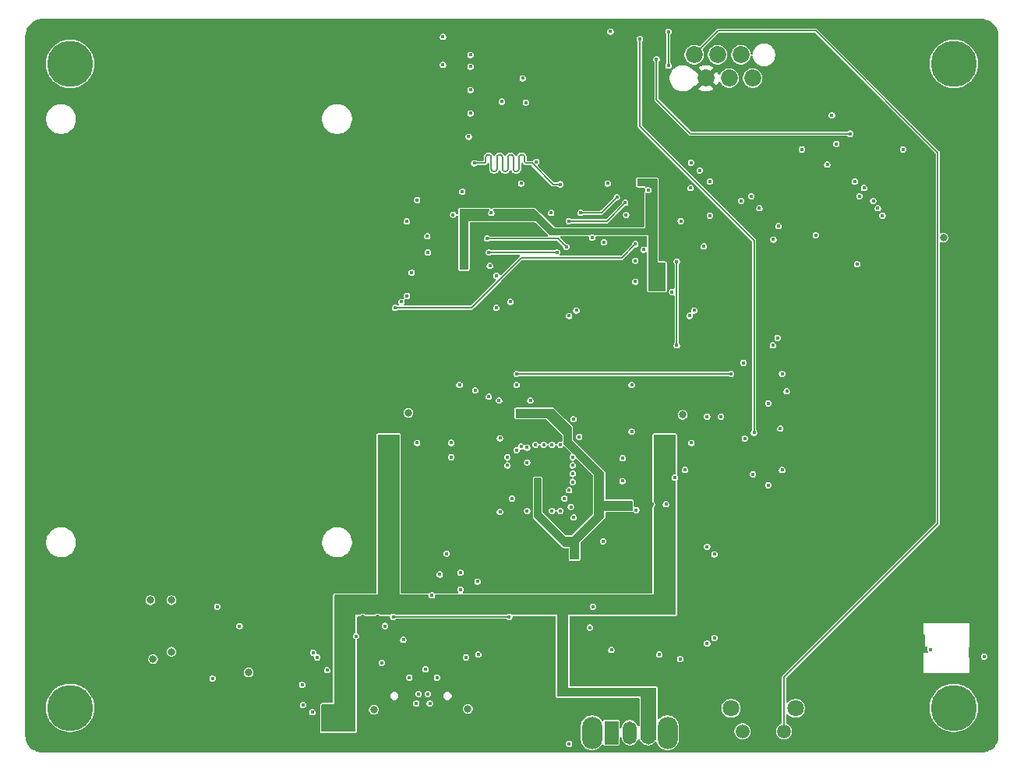
<source format=gbr>
%TF.GenerationSoftware,KiCad,Pcbnew,9.0.6+1*%
%TF.CreationDate,2026-01-21T18:29:13+00:00*%
%TF.ProjectId,Mainboard,4d61696e-626f-4617-9264-2e6b69636164,1.0.0 + (Unreleased)*%
%TF.SameCoordinates,Original*%
%TF.FileFunction,Copper,L3,Inr*%
%TF.FilePolarity,Positive*%
%FSLAX46Y46*%
G04 Gerber Fmt 4.6, Leading zero omitted, Abs format (unit mm)*
G04 Created by KiCad (PCBNEW 9.0.6+1) date 2026-01-21 18:29:13*
%MOMM*%
%LPD*%
G01*
G04 APERTURE LIST*
%TA.AperFunction,ComponentPad*%
%ADD10C,0.800000*%
%TD*%
%TA.AperFunction,ComponentPad*%
%ADD11C,5.000000*%
%TD*%
%TA.AperFunction,ComponentPad*%
%ADD12C,1.500000*%
%TD*%
%TA.AperFunction,ComponentPad*%
%ADD13C,1.800000*%
%TD*%
%TA.AperFunction,ComponentPad*%
%ADD14O,2.200000X3.500000*%
%TD*%
%TA.AperFunction,ComponentPad*%
%ADD15R,1.500000X2.500000*%
%TD*%
%TA.AperFunction,ComponentPad*%
%ADD16O,1.500000X2.500000*%
%TD*%
%TA.AperFunction,ComponentPad*%
%ADD17C,1.850000*%
%TD*%
%TA.AperFunction,ViaPad*%
%ADD18C,0.450000*%
%TD*%
%TA.AperFunction,ViaPad*%
%ADD19C,0.800000*%
%TD*%
%TA.AperFunction,Conductor*%
%ADD20C,0.200000*%
%TD*%
G04 APERTURE END LIST*
D10*
%TO.N,N/C*%
%TO.C,REF\u002A\u002A*%
X259125000Y-123000000D03*
X259674175Y-121674175D03*
X259674175Y-124325825D03*
X261000000Y-121125000D03*
D11*
X261000000Y-123000000D03*
D10*
X261000000Y-124875000D03*
X262325825Y-121674175D03*
X262325825Y-124325825D03*
X262875000Y-123000000D03*
%TD*%
D12*
%TO.N,/Project Architecture/MCU/ESP-Enable*%
%TO.C,SW901*%
X242550000Y-195550000D03*
%TO.N,GND*%
X238050000Y-195550000D03*
D13*
X236800000Y-193050000D03*
X243800000Y-193050000D03*
%TD*%
D10*
%TO.N,N/C*%
%TO.C,REF\u002A\u002A*%
X259125000Y-193000000D03*
X259674175Y-191674175D03*
X259674175Y-194325825D03*
X261000000Y-191125000D03*
D11*
X261000000Y-193000000D03*
D10*
X261000000Y-194875000D03*
X262325825Y-191674175D03*
X262325825Y-194325825D03*
X262875000Y-193000000D03*
%TD*%
%TO.N,N/C*%
%TO.C,REF\u002A\u002A*%
X163125000Y-193000000D03*
X163674175Y-191674175D03*
X163674175Y-194325825D03*
X165000000Y-191125000D03*
D11*
X165000000Y-193000000D03*
D10*
X165000000Y-194875000D03*
X166325825Y-191674175D03*
X166325825Y-194325825D03*
X166875000Y-193000000D03*
%TD*%
D14*
%TO.N,*%
%TO.C,SW701*%
X221700000Y-195700000D03*
X229900000Y-195700000D03*
D15*
%TO.N,Net-(SW701-A)*%
X223800000Y-195700000D03*
D16*
%TO.N,Net-(IC801-EN)*%
X225800000Y-195700000D03*
%TO.N,+BATT*%
X227800000Y-195700000D03*
%TD*%
D10*
%TO.N,N/C*%
%TO.C,REF\u002A\u002A*%
X163125000Y-123000000D03*
X163674175Y-121674175D03*
X163674175Y-124325825D03*
X165000000Y-121125000D03*
D11*
X165000000Y-123000000D03*
D10*
X165000000Y-124875000D03*
X166325825Y-121674175D03*
X166325825Y-124325825D03*
X166875000Y-123000000D03*
%TD*%
D17*
%TO.N,/Project Architecture/MCU/ESP-Enable*%
%TO.C,X901*%
X232790000Y-122030000D03*
%TO.N,+3V3*%
X234060000Y-124570000D03*
%TO.N,/Project Architecture/MCU/ESP-TxD*%
X235330000Y-122030000D03*
%TO.N,GND*%
X236600000Y-124570001D03*
%TO.N,/Project Architecture/MCU/ESP-RxD*%
X237870000Y-122030000D03*
%TO.N,/Project Architecture/MCU/ESP-Boot*%
X239140000Y-124570000D03*
%TD*%
D18*
%TO.N,GND*%
X206400000Y-164200000D03*
X222900000Y-174900000D03*
X221460000Y-184270000D03*
X225400000Y-139425000D03*
X205900000Y-176225000D03*
X239175000Y-167600000D03*
X202700000Y-164200000D03*
X218250000Y-164400000D03*
D19*
X201750000Y-160950000D03*
D18*
X227800000Y-136725000D03*
D19*
X208210000Y-193100000D03*
D18*
X210600000Y-144950000D03*
X205150000Y-178500000D03*
X221800000Y-182000000D03*
X210750000Y-139200000D03*
X201575000Y-140130000D03*
X225025000Y-165875000D03*
X206600000Y-139400000D03*
X196054999Y-185200000D03*
X223800000Y-186700000D03*
X238300000Y-163725000D03*
D19*
X259875000Y-141900000D03*
D18*
X217350000Y-171600000D03*
D19*
X176000000Y-181300000D03*
D18*
X233843750Y-142843750D03*
X217250000Y-139200000D03*
X202100000Y-145700000D03*
X242150000Y-162650000D03*
X219200000Y-196900000D03*
X203859876Y-143500000D03*
X264300000Y-187425000D03*
X180975001Y-182000000D03*
X247250000Y-133950000D03*
X211600000Y-159600000D03*
X219700000Y-172310000D03*
X210475000Y-159175000D03*
X190205000Y-190487500D03*
X232500000Y-164200000D03*
X219675000Y-161625000D03*
X214650000Y-166325000D03*
X240850000Y-159900000D03*
X219600000Y-167550000D03*
X202605000Y-192525000D03*
X191305000Y-193475000D03*
X209000000Y-158500000D03*
D19*
X184400000Y-189150000D03*
D18*
X212500000Y-166650000D03*
X219600000Y-165750000D03*
D19*
X173700000Y-181300000D03*
D18*
X231337500Y-140100000D03*
X230700000Y-167975000D03*
X227300000Y-143200000D03*
X215000000Y-159600000D03*
X229725000Y-170875000D03*
X204080000Y-192525000D03*
X209257957Y-179264617D03*
X220300000Y-163550000D03*
X244500000Y-132300000D03*
X226500000Y-171500000D03*
X205500000Y-120075000D03*
X214650000Y-171600000D03*
X203605000Y-188800000D03*
X223700000Y-119490000D03*
X258487500Y-186650000D03*
D19*
X231550000Y-161150000D03*
D18*
X230400000Y-147800000D03*
X255500000Y-132300000D03*
X211690000Y-163690000D03*
X180475000Y-189800000D03*
D19*
X197990000Y-193200000D03*
D18*
X225000000Y-168350000D03*
X238150000Y-155500000D03*
X205500000Y-123125000D03*
X198855000Y-188109876D03*
X206400000Y-165750000D03*
X226000000Y-162975000D03*
X211690000Y-171700000D03*
X214500000Y-127210000D03*
X202700000Y-137800000D03*
X204305000Y-180775000D03*
X250500000Y-144775000D03*
%TO.N,+3V3*%
X236200000Y-128500000D03*
X196800000Y-183100000D03*
X232100000Y-184800000D03*
X246100000Y-134900000D03*
X239200000Y-166100000D03*
X239800000Y-132275000D03*
X204700000Y-120875000D03*
X217775001Y-159175001D03*
X223400000Y-165875000D03*
X192800000Y-191225000D03*
X214500000Y-159175000D03*
D19*
X206700000Y-175100000D03*
D18*
X229775000Y-149300000D03*
X204000000Y-123100000D03*
X227800000Y-172500000D03*
X239300000Y-163800000D03*
X225400000Y-188750000D03*
X200700000Y-139300000D03*
X247500000Y-140800000D03*
X224000000Y-174400000D03*
X232900000Y-140100000D03*
X210475000Y-160800000D03*
X228200000Y-170875000D03*
X221700000Y-133700000D03*
X234400000Y-146700000D03*
X244600000Y-152800000D03*
X234400000Y-145200000D03*
X198405000Y-183100000D03*
X227500000Y-174000000D03*
X208600000Y-145450000D03*
X241300000Y-132275000D03*
X203725000Y-145700000D03*
X235700000Y-137475000D03*
X264300000Y-185875000D03*
X244720001Y-166500000D03*
X227800000Y-119375000D03*
X250475000Y-146975000D03*
X237500000Y-162925000D03*
X223900000Y-186100000D03*
%TO.N,/Project Architecture/Lepton/~{Lepton-Reset}_{LV}*%
X219400000Y-171150000D03*
X213500000Y-165000000D03*
%TO.N,/Project Architecture/Lepton/Lepton-VSync_{LV}*%
X213000000Y-170250000D03*
%TO.N,/Project Architecture/Lepton/~{Lepton-PWR}_{LV}*%
X214000000Y-164600000D03*
X218700000Y-170250000D03*
%TO.N,/Project Architecture/Lepton/~{Lepton-PWR}*%
X226000000Y-157900000D03*
X207300000Y-157900000D03*
X242350000Y-167150000D03*
X231800000Y-167150000D03*
X213500000Y-157900000D03*
%TO.N,/Project Architecture/Lepton/SDA_{LV}*%
X219200000Y-169350000D03*
%TO.N,/Project Architecture/Lepton/SCL_{LV}*%
X219600000Y-168450000D03*
%TO.N,/Project Architecture/Lepton/~{Lepton-CS}_{LV}*%
X217350000Y-164400000D03*
%TO.N,/Project Architecture/Lepton/Lepton-SCLK_{LV}*%
X216450000Y-164400000D03*
%TO.N,/Project Architecture/Lepton/Lepton-MISO_{LV}*%
X215550000Y-164400000D03*
%TO.N,/Project Architecture/Battery/Battery-Charge*%
X212700000Y-183100000D03*
X200100000Y-183100000D03*
%TO.N,/Project Architecture/Camera/Camera-PWR*%
X230900000Y-144500000D03*
X241350000Y-153600000D03*
X230900000Y-153600000D03*
%TO.N,/Project Architecture/Camera/~{Camera-Reset}*%
X241850000Y-152800000D03*
%TO.N,/Project Architecture/Camera/SCL_{LV}*%
X226400000Y-144400000D03*
X226400000Y-146675000D03*
%TO.N,Net-(X1001-Pin_26)*%
X218250000Y-171600000D03*
D19*
%TO.N,+BATT*%
X194600000Y-193200000D03*
D18*
X218400000Y-182700000D03*
X218500000Y-182000000D03*
X218500000Y-186100000D03*
D19*
X199600000Y-164500000D03*
X194600000Y-195000000D03*
D18*
X206750000Y-181700000D03*
X207400000Y-180125000D03*
D19*
X229600000Y-164500000D03*
D18*
X207400000Y-178300000D03*
D19*
X194600000Y-194100000D03*
D18*
X222500000Y-181900000D03*
%TO.N,Lepton-2V8*%
X219600000Y-166650000D03*
%TO.N,Lepton-1V2*%
X212500000Y-165750000D03*
%TO.N,Lepton-3V0*%
X215800000Y-168450000D03*
X222425000Y-171000000D03*
X217500000Y-161000000D03*
X225700000Y-171000000D03*
X219150000Y-164400000D03*
X215825000Y-169125000D03*
X219800000Y-176500000D03*
X213900000Y-161000000D03*
%TO.N,/Project Architecture/MCU/~{Expander-Int}*%
X226900000Y-120300000D03*
X239300000Y-163100000D03*
%TO.N,/Project Architecture/Peripherals/~{SD-CD}*%
X242850000Y-158600000D03*
X246000000Y-141625000D03*
%TO.N,/Project Architecture/Display/SPI-MOSI*%
X237900000Y-137900000D03*
X252250000Y-137900000D03*
%TO.N,/Project Architecture/Display/~{Touch-Reset}*%
X224400000Y-137500000D03*
X232450000Y-133750000D03*
X220445000Y-139200000D03*
X247750000Y-128600000D03*
%TO.N,/Project Architecture/Display/~{Display-Reset}*%
X217900000Y-143500000D03*
X210500000Y-143500000D03*
X234500000Y-135800000D03*
X250250000Y-135800000D03*
%TO.N,/Project Architecture/Display/Display-DC*%
X251250000Y-136500000D03*
X232400000Y-136500000D03*
X210285000Y-142000000D03*
X218900000Y-142900000D03*
%TO.N,/Project Architecture/Display/~{Touch-IRQ}*%
X219175000Y-140100000D03*
X225300000Y-138100000D03*
X248250000Y-131700000D03*
X233400000Y-134600000D03*
%TO.N,/Project Architecture/Display/SPI-MISO*%
X252750000Y-138700000D03*
X239878000Y-138700000D03*
%TO.N,/Project Architecture/Display/SPI-SCLK*%
X250750000Y-137400000D03*
X239000000Y-137400000D03*
%TO.N,Camera-2V8*%
X211800000Y-139200000D03*
X227000000Y-135900000D03*
X215500000Y-139300000D03*
X228200000Y-142400000D03*
X229161034Y-147300000D03*
X228300000Y-147500000D03*
X207800000Y-144950000D03*
X229100000Y-145200000D03*
%TO.N,Camera-1V5*%
X207600000Y-136900000D03*
X203800000Y-141737500D03*
%TO.N,/Project Architecture/MCU/ESP-Enable*%
X208500000Y-122030000D03*
%TO.N,/Project Architecture/Battery/I2C-SDA*%
X241950000Y-140650000D03*
X212825000Y-148875000D03*
X191400000Y-187000000D03*
X235000000Y-176300000D03*
X220000000Y-149800000D03*
X235000000Y-185400000D03*
X232800000Y-149800000D03*
X231275000Y-187700000D03*
%TO.N,/Project Architecture/Battery/I2C-SCL*%
X211300000Y-149525000D03*
X219200000Y-150400000D03*
X232300000Y-150400000D03*
X229000000Y-187200000D03*
X209339752Y-187200000D03*
X191831000Y-187500000D03*
X211300000Y-146045000D03*
X234200000Y-161350000D03*
X235700000Y-161350000D03*
X241400000Y-142100000D03*
X234200000Y-186000000D03*
X208005000Y-187500000D03*
X234200000Y-175500000D03*
%TO.N,/Project Architecture/Camera/Camera-D7*%
X213999999Y-136000000D03*
%TO.N,/Project Architecture/Camera/Camera-D5*%
X215650000Y-133650000D03*
%TO.N,/Project Architecture/Camera/Camera-VSync*%
X222985000Y-142400000D03*
%TO.N,/Project Architecture/Camera/Camera-D0*%
X211900000Y-127110000D03*
%TO.N,/Project Architecture/Camera/Camera-HREF*%
X221715000Y-141900000D03*
%TO.N,/Project Architecture/Camera/Camera-D6*%
X208300000Y-130920000D03*
%TO.N,/Project Architecture/Display/Display-Backlight*%
X253250000Y-139500000D03*
X226400000Y-142600000D03*
X234500000Y-139500000D03*
X200300000Y-149525000D03*
%TO.N,/Project Architecture/Camera/Camera-D2*%
X208500000Y-123300000D03*
%TO.N,/Project Architecture/MCU/ESP-Boot*%
X223400000Y-136000000D03*
%TO.N,/Project Architecture/Camera/Camera-D3*%
X208500000Y-125840000D03*
%TO.N,/Project Architecture/Camera/Camera-D1*%
X214170000Y-124570000D03*
%TO.N,/Project Architecture/Camera/Camera-PCLK*%
X218250000Y-136100000D03*
X208900000Y-133800000D03*
%TO.N,/Project Architecture/Camera/Camera-D4*%
X208500000Y-128380000D03*
%TO.N,/Project Architecture/MCU/ESP-RxD*%
X230000000Y-123200000D03*
X230000000Y-119500000D03*
%TO.N,Net-(X701-CC2)*%
X204850000Y-189700000D03*
%TO.N,Net-(X701-CC1)*%
X201850000Y-189700000D03*
%TO.N,Net-(X1001-Pin_11)*%
X214650000Y-164700000D03*
%TO.N,/Project Architecture/Lepton/~{Lepton-Reset}*%
X242350000Y-156700000D03*
X236800000Y-156700000D03*
X213500000Y-156700000D03*
%TO.N,/Project Architecture/Peripherals/LED-Flash_{2}*%
X201600000Y-148225000D03*
%TO.N,/Project Architecture/Peripherals/LED-Flash_{1}*%
X201000000Y-148875000D03*
%TO.N,/Project Architecture/Display/~{Display-Expander-Int}*%
X228700000Y-122500000D03*
X249750000Y-130600000D03*
%TO.N,Net-(IC702-OUT)*%
X201200000Y-185600000D03*
%TO.N,Net-(IC701-I{slash}O2-Pad3)*%
X202850000Y-191500000D03*
X203850000Y-191500000D03*
%TO.N,Net-(IC702-TS)*%
X183400000Y-184100000D03*
X199205000Y-184100000D03*
%TO.N,Net-(IC703-CELL)*%
X190305000Y-192700000D03*
%TO.N,/Project Architecture/Battery/~{Battery-Alert}*%
X240850000Y-168800000D03*
X192925000Y-188900000D03*
D19*
%TO.N,Net-(X702-Pin_1)*%
X176000000Y-186900000D03*
%TO.N,Net-(X702-Pin_2)*%
X174000000Y-187700000D03*
%TD*%
D20*
%TO.N,/Project Architecture/Battery/Battery-Charge*%
X200100000Y-183100000D02*
X212700000Y-183100000D01*
%TO.N,/Project Architecture/Camera/Camera-PWR*%
X230900000Y-144500000D02*
X230900000Y-153600000D01*
%TO.N,/Project Architecture/MCU/~{Expander-Int}*%
X226900000Y-120300000D02*
X226900000Y-129800000D01*
X239300000Y-142200000D02*
X239300000Y-163100000D01*
X226900000Y-129800000D02*
X239300000Y-142200000D01*
%TO.N,/Project Architecture/Display/~{Touch-Reset}*%
X220445000Y-139200000D02*
X222700000Y-139200000D01*
X222700000Y-139200000D02*
X224400000Y-137500000D01*
%TO.N,/Project Architecture/Display/~{Display-Reset}*%
X210500000Y-143500000D02*
X217900000Y-143500000D01*
%TO.N,/Project Architecture/Display/Display-DC*%
X218900000Y-142900000D02*
X218000000Y-142000000D01*
X218000000Y-142000000D02*
X210285000Y-142000000D01*
%TO.N,/Project Architecture/Display/~{Touch-IRQ}*%
X223300000Y-140100000D02*
X219175000Y-140100000D01*
X225300000Y-138100000D02*
X223300000Y-140100000D01*
%TO.N,/Project Architecture/MCU/ESP-Enable*%
X232790000Y-122030000D02*
X235420000Y-119400000D01*
X259249000Y-172951000D02*
X242550000Y-189650000D01*
X246000000Y-119400000D02*
X259249000Y-132649000D01*
X259249000Y-132649000D02*
X259249000Y-172951000D01*
X242550000Y-189650000D02*
X242550000Y-195550000D01*
X235420000Y-119400000D02*
X246000000Y-119400000D01*
%TO.N,/Project Architecture/Display/Display-Backlight*%
X224900000Y-144100000D02*
X226400000Y-142600000D01*
X214000000Y-144100000D02*
X224900000Y-144100000D01*
X200300000Y-149525000D02*
X208575000Y-149525000D01*
X208575000Y-149525000D02*
X214000000Y-144100000D01*
%TO.N,/Project Architecture/Camera/Camera-PCLK*%
X211954141Y-133137976D02*
X211954141Y-134462000D01*
X213154141Y-133137976D02*
X213154141Y-134462000D01*
X214594141Y-133800000D02*
X215162189Y-133800000D01*
X213994141Y-132897976D02*
X214114141Y-132897976D01*
X212554141Y-134462000D02*
X212554141Y-133137976D01*
X211594141Y-132897976D02*
X211714141Y-132897976D01*
X213754141Y-134462000D02*
X213754141Y-133137976D01*
X210394141Y-132897976D02*
X210514141Y-132897976D01*
X217462189Y-136100000D02*
X218250000Y-136100000D01*
X210154141Y-133560000D02*
X210154141Y-133137976D01*
X208900000Y-133800000D02*
X209914141Y-133800000D01*
X211354141Y-134462000D02*
X211354141Y-133137976D01*
X210754141Y-133137976D02*
X210754141Y-134462000D01*
X210994141Y-134702000D02*
X211114141Y-134702000D01*
X214354141Y-133137976D02*
X214354141Y-133560000D01*
X213394141Y-134702000D02*
X213514141Y-134702000D01*
X212794141Y-132897976D02*
X212914141Y-132897976D01*
X212194141Y-134702000D02*
X212314141Y-134702000D01*
X215162189Y-133800000D02*
X217462189Y-136100000D01*
X211714141Y-132897976D02*
G75*
G02*
X211954124Y-133137976I-41J-240024D01*
G01*
X212554141Y-133137976D02*
G75*
G02*
X212794141Y-132898041I239959J-24D01*
G01*
X213154141Y-134462000D02*
G75*
G03*
X213394141Y-134701959I239959J0D01*
G01*
X210514141Y-132897976D02*
G75*
G02*
X210754124Y-133137976I-41J-240024D01*
G01*
X211954141Y-134462000D02*
G75*
G03*
X212194141Y-134701959I239959J0D01*
G01*
X214114141Y-132897976D02*
G75*
G02*
X214354124Y-133137976I-41J-240024D01*
G01*
X212314141Y-134702000D02*
G75*
G03*
X212554100Y-134462000I-41J240000D01*
G01*
X212914141Y-132897976D02*
G75*
G02*
X213154124Y-133137976I-41J-240024D01*
G01*
X211114141Y-134702000D02*
G75*
G03*
X211354100Y-134462000I-41J240000D01*
G01*
X210754141Y-134462000D02*
G75*
G03*
X210994141Y-134701959I239959J0D01*
G01*
X209914141Y-133800000D02*
G75*
G03*
X210154100Y-133560000I-41J240000D01*
G01*
X214354141Y-133560000D02*
G75*
G03*
X214594141Y-133799959I239959J0D01*
G01*
X213514141Y-134702000D02*
G75*
G03*
X213754100Y-134462000I-41J240000D01*
G01*
X211354141Y-133137976D02*
G75*
G02*
X211594141Y-132898041I239959J-24D01*
G01*
X213754141Y-133137976D02*
G75*
G02*
X213994141Y-132898041I239959J-24D01*
G01*
X210154141Y-133137976D02*
G75*
G02*
X210394141Y-132898041I239959J-24D01*
G01*
%TO.N,/Project Architecture/MCU/ESP-RxD*%
X230000000Y-119500000D02*
X230000000Y-123200000D01*
%TO.N,/Project Architecture/Lepton/~{Lepton-Reset}*%
X213500000Y-156700000D02*
X236800000Y-156700000D01*
%TO.N,/Project Architecture/Display/~{Display-Expander-Int}*%
X228700000Y-122500000D02*
X228700000Y-126900000D01*
X232400000Y-130600000D02*
X249750000Y-130600000D01*
X228700000Y-126900000D02*
X232400000Y-130600000D01*
%TD*%
%TA.AperFunction,Conductor*%
%TO.N,+BATT*%
G36*
X200781694Y-163318306D02*
G01*
X200800000Y-163362500D01*
X200800000Y-180700671D01*
X200800000Y-180700672D01*
X203889998Y-180700527D01*
X203934192Y-180718831D01*
X203952500Y-180763024D01*
X203952500Y-180821406D01*
X203952501Y-180821414D01*
X203976521Y-180911059D01*
X203976522Y-180911062D01*
X204022929Y-180991439D01*
X204022934Y-180991445D01*
X204088554Y-181057065D01*
X204088560Y-181057070D01*
X204168937Y-181103477D01*
X204168940Y-181103478D01*
X204258592Y-181127500D01*
X204258593Y-181127500D01*
X204351407Y-181127500D01*
X204351408Y-181127500D01*
X204441060Y-181103478D01*
X204521440Y-181057070D01*
X204587070Y-180991440D01*
X204633478Y-180911060D01*
X204657500Y-180821408D01*
X204657500Y-180762988D01*
X204675806Y-180718794D01*
X204719994Y-180700489D01*
X215200000Y-180700000D01*
X228400000Y-180700000D01*
X228400000Y-171199398D01*
X228418306Y-171155204D01*
X228482070Y-171091440D01*
X228528478Y-171011060D01*
X228552500Y-170921408D01*
X228552500Y-170828593D01*
X229372500Y-170828593D01*
X229372500Y-170921406D01*
X229372501Y-170921414D01*
X229396521Y-171011059D01*
X229396522Y-171011062D01*
X229442929Y-171091439D01*
X229442934Y-171091445D01*
X229508554Y-171157065D01*
X229508560Y-171157070D01*
X229588937Y-171203477D01*
X229588940Y-171203478D01*
X229678592Y-171227500D01*
X229678593Y-171227500D01*
X229771407Y-171227500D01*
X229771408Y-171227500D01*
X229861060Y-171203478D01*
X229873306Y-171196408D01*
X229878048Y-171193669D01*
X229941440Y-171157070D01*
X230007070Y-171091440D01*
X230053478Y-171011060D01*
X230077500Y-170921408D01*
X230077500Y-170828592D01*
X230053478Y-170738940D01*
X230053477Y-170738937D01*
X230007070Y-170658560D01*
X230007065Y-170658554D01*
X229941445Y-170592934D01*
X229941439Y-170592929D01*
X229861062Y-170546522D01*
X229861059Y-170546521D01*
X229771414Y-170522501D01*
X229771409Y-170522500D01*
X229771408Y-170522500D01*
X229678592Y-170522500D01*
X229678591Y-170522500D01*
X229678585Y-170522501D01*
X229588940Y-170546521D01*
X229588937Y-170546522D01*
X229508560Y-170592929D01*
X229508554Y-170592934D01*
X229442934Y-170658554D01*
X229442929Y-170658560D01*
X229396522Y-170738937D01*
X229396521Y-170738940D01*
X229372501Y-170828585D01*
X229372500Y-170828593D01*
X228552500Y-170828593D01*
X228552500Y-170828592D01*
X228528478Y-170738940D01*
X228528477Y-170738937D01*
X228482070Y-170658560D01*
X228482065Y-170658554D01*
X228418306Y-170594795D01*
X228400000Y-170550601D01*
X228400000Y-163362500D01*
X228418306Y-163318306D01*
X228462500Y-163300000D01*
X230737500Y-163300000D01*
X230781694Y-163318306D01*
X230800000Y-163362500D01*
X230800000Y-167560000D01*
X230781694Y-167604194D01*
X230737500Y-167622500D01*
X230653592Y-167622500D01*
X230653591Y-167622500D01*
X230653585Y-167622501D01*
X230563940Y-167646521D01*
X230563937Y-167646522D01*
X230483560Y-167692929D01*
X230483554Y-167692934D01*
X230417934Y-167758554D01*
X230417929Y-167758560D01*
X230371522Y-167838937D01*
X230371521Y-167838940D01*
X230347501Y-167928585D01*
X230347500Y-167928593D01*
X230347500Y-168021406D01*
X230347501Y-168021414D01*
X230371521Y-168111059D01*
X230371522Y-168111062D01*
X230417929Y-168191439D01*
X230417934Y-168191445D01*
X230483554Y-168257065D01*
X230483560Y-168257070D01*
X230563937Y-168303477D01*
X230563940Y-168303478D01*
X230653592Y-168327500D01*
X230653593Y-168327500D01*
X230737500Y-168327500D01*
X230781694Y-168345806D01*
X230800000Y-168390000D01*
X230800000Y-182837500D01*
X230781694Y-182881694D01*
X230737500Y-182900000D01*
X219100000Y-182900000D01*
X219100000Y-190800000D01*
X228637500Y-190800000D01*
X228681694Y-190818306D01*
X228700000Y-190862500D01*
X228700000Y-194774843D01*
X228699231Y-194784620D01*
X228672500Y-194953392D01*
X228672500Y-196437500D01*
X228654194Y-196481694D01*
X228610000Y-196500000D01*
X227062500Y-196500000D01*
X227018306Y-196481694D01*
X227000000Y-196437500D01*
X227000000Y-191800000D01*
X217962500Y-191800000D01*
X217918306Y-191781694D01*
X217900000Y-191737500D01*
X217900000Y-182900000D01*
X213024399Y-182900000D01*
X212980205Y-182881694D01*
X212916445Y-182817934D01*
X212916439Y-182817929D01*
X212836062Y-182771522D01*
X212836059Y-182771521D01*
X212746414Y-182747501D01*
X212746409Y-182747500D01*
X212746408Y-182747500D01*
X212653592Y-182747500D01*
X212653591Y-182747500D01*
X212653585Y-182747501D01*
X212563940Y-182771521D01*
X212563937Y-182771522D01*
X212483560Y-182817929D01*
X212483559Y-182817930D01*
X212465428Y-182836062D01*
X212447295Y-182854194D01*
X212403103Y-182872500D01*
X200396898Y-182872500D01*
X200352704Y-182854194D01*
X200316440Y-182817930D01*
X200316439Y-182817929D01*
X200236062Y-182771522D01*
X200236059Y-182771521D01*
X200146414Y-182747501D01*
X200146409Y-182747500D01*
X200146408Y-182747500D01*
X200053592Y-182747500D01*
X200053591Y-182747500D01*
X200053585Y-182747501D01*
X199963940Y-182771521D01*
X199963937Y-182771522D01*
X199883560Y-182817929D01*
X199883554Y-182817934D01*
X199819795Y-182881694D01*
X199775601Y-182900000D01*
X198729399Y-182900000D01*
X198685205Y-182881694D01*
X198621445Y-182817934D01*
X198621439Y-182817929D01*
X198541062Y-182771522D01*
X198541059Y-182771521D01*
X198451414Y-182747501D01*
X198451409Y-182747500D01*
X198451408Y-182747500D01*
X198358592Y-182747500D01*
X198358591Y-182747500D01*
X198358585Y-182747501D01*
X198268940Y-182771521D01*
X198268937Y-182771522D01*
X198188560Y-182817929D01*
X198188554Y-182817934D01*
X198124795Y-182881694D01*
X198080601Y-182900000D01*
X197124399Y-182900000D01*
X197080205Y-182881694D01*
X197016445Y-182817934D01*
X197016439Y-182817929D01*
X196936062Y-182771522D01*
X196936059Y-182771521D01*
X196846414Y-182747501D01*
X196846409Y-182747500D01*
X196846408Y-182747500D01*
X196753592Y-182747500D01*
X196753591Y-182747500D01*
X196753585Y-182747501D01*
X196663940Y-182771521D01*
X196663937Y-182771522D01*
X196583560Y-182817929D01*
X196583554Y-182817934D01*
X196519795Y-182881694D01*
X196475601Y-182900000D01*
X196000000Y-182900000D01*
X196000000Y-184801843D01*
X195981694Y-184846037D01*
X195953677Y-184862213D01*
X195918940Y-184871521D01*
X195918936Y-184871522D01*
X195838559Y-184917929D01*
X195838553Y-184917934D01*
X195772933Y-184983554D01*
X195772928Y-184983560D01*
X195726521Y-185063937D01*
X195726520Y-185063940D01*
X195702500Y-185153585D01*
X195702499Y-185153593D01*
X195702499Y-185246406D01*
X195702500Y-185246414D01*
X195726520Y-185336059D01*
X195726521Y-185336062D01*
X195772928Y-185416439D01*
X195772933Y-185416445D01*
X195838553Y-185482065D01*
X195838559Y-185482070D01*
X195918935Y-185528476D01*
X195918936Y-185528476D01*
X195918939Y-185528478D01*
X195953677Y-185537786D01*
X195991626Y-185566904D01*
X196000000Y-185598155D01*
X196000000Y-195537500D01*
X195981694Y-195581694D01*
X195937500Y-195600000D01*
X192362500Y-195600000D01*
X192318306Y-195581694D01*
X192300000Y-195537500D01*
X192300000Y-192662500D01*
X192318306Y-192618306D01*
X192362500Y-192600000D01*
X193700000Y-192600000D01*
X193700000Y-181953593D01*
X221447500Y-181953593D01*
X221447500Y-182046406D01*
X221447501Y-182046414D01*
X221471521Y-182136059D01*
X221471522Y-182136062D01*
X221517929Y-182216439D01*
X221517934Y-182216445D01*
X221583554Y-182282065D01*
X221583560Y-182282070D01*
X221663937Y-182328477D01*
X221663940Y-182328478D01*
X221753592Y-182352500D01*
X221753593Y-182352500D01*
X221846407Y-182352500D01*
X221846408Y-182352500D01*
X221936060Y-182328478D01*
X222016440Y-182282070D01*
X222082070Y-182216440D01*
X222128478Y-182136060D01*
X222152500Y-182046408D01*
X222152500Y-181953592D01*
X222128478Y-181863940D01*
X222128477Y-181863937D01*
X222082070Y-181783560D01*
X222082065Y-181783554D01*
X222016445Y-181717934D01*
X222016439Y-181717929D01*
X221936062Y-181671522D01*
X221936059Y-181671521D01*
X221846414Y-181647501D01*
X221846409Y-181647500D01*
X221846408Y-181647500D01*
X221753592Y-181647500D01*
X221753591Y-181647500D01*
X221753585Y-181647501D01*
X221663940Y-181671521D01*
X221663937Y-181671522D01*
X221583560Y-181717929D01*
X221583554Y-181717934D01*
X221517934Y-181783554D01*
X221517929Y-181783560D01*
X221471522Y-181863937D01*
X221471521Y-181863940D01*
X221447501Y-181953585D01*
X221447500Y-181953593D01*
X193700000Y-181953593D01*
X193700000Y-180763580D01*
X193718306Y-180719386D01*
X193762495Y-180701080D01*
X198400000Y-180700812D01*
X198400000Y-163362500D01*
X198418306Y-163318306D01*
X198462500Y-163300000D01*
X200737500Y-163300000D01*
X200781694Y-163318306D01*
G37*
%TD.AperFunction*%
%TD*%
%TA.AperFunction,Conductor*%
%TO.N,Camera-2V8*%
G36*
X228781694Y-135518306D02*
G01*
X228800000Y-135562500D01*
X228800000Y-144600000D01*
X229637500Y-144600000D01*
X229681694Y-144618306D01*
X229700000Y-144662500D01*
X229700000Y-147637500D01*
X229681694Y-147681694D01*
X229637500Y-147700000D01*
X227862500Y-147700000D01*
X227818306Y-147681694D01*
X227800000Y-147637500D01*
X227800000Y-141600000D01*
X221917131Y-141600000D01*
X221885881Y-141591626D01*
X221868678Y-141581694D01*
X221851061Y-141571522D01*
X221851056Y-141571520D01*
X221761414Y-141547501D01*
X221761409Y-141547500D01*
X221761408Y-141547500D01*
X221668592Y-141547500D01*
X221668591Y-141547500D01*
X221668585Y-141547501D01*
X221578943Y-141571520D01*
X221578938Y-141571522D01*
X221553244Y-141586357D01*
X221544118Y-141591626D01*
X221512869Y-141600000D01*
X217125888Y-141600000D01*
X217081694Y-141581694D01*
X215600000Y-140100000D01*
X208300000Y-140100000D01*
X208300000Y-145247868D01*
X208295272Y-145271714D01*
X208293693Y-145275538D01*
X208271522Y-145313940D01*
X208259825Y-145357591D01*
X208258276Y-145361346D01*
X208244029Y-145375627D01*
X208231753Y-145391627D01*
X208226727Y-145392973D01*
X208224494Y-145395213D01*
X208218341Y-145395220D01*
X208200504Y-145400000D01*
X207362500Y-145400000D01*
X207318306Y-145381694D01*
X207300000Y-145337500D01*
X207300000Y-138862500D01*
X207318306Y-138818306D01*
X207362500Y-138800000D01*
X210504568Y-138800000D01*
X210548762Y-138818306D01*
X210567068Y-138862500D01*
X210548762Y-138906694D01*
X210535817Y-138916627D01*
X210533560Y-138917929D01*
X210533554Y-138917934D01*
X210467934Y-138983554D01*
X210467929Y-138983560D01*
X210421522Y-139063937D01*
X210421521Y-139063940D01*
X210397501Y-139153585D01*
X210397500Y-139153593D01*
X210397500Y-139246406D01*
X210397501Y-139246414D01*
X210421521Y-139336059D01*
X210421522Y-139336062D01*
X210467929Y-139416439D01*
X210467934Y-139416445D01*
X210533554Y-139482065D01*
X210533560Y-139482070D01*
X210613937Y-139528477D01*
X210613940Y-139528478D01*
X210703592Y-139552500D01*
X210703593Y-139552500D01*
X210796407Y-139552500D01*
X210796408Y-139552500D01*
X210886060Y-139528478D01*
X210966440Y-139482070D01*
X211032070Y-139416440D01*
X211078478Y-139336060D01*
X211102500Y-139246408D01*
X211102500Y-139153592D01*
X211078478Y-139063940D01*
X211078477Y-139063937D01*
X211032070Y-138983560D01*
X211032065Y-138983554D01*
X210966445Y-138917934D01*
X210966439Y-138917929D01*
X210964183Y-138916627D01*
X210963383Y-138915585D01*
X210963193Y-138915439D01*
X210963232Y-138915387D01*
X210935062Y-138878677D01*
X210941305Y-138831251D01*
X210979255Y-138802130D01*
X210995432Y-138800000D01*
X215474112Y-138800000D01*
X215518306Y-138818306D01*
X217600000Y-140900000D01*
X227500000Y-140900000D01*
X227500000Y-137067079D01*
X227518306Y-137022885D01*
X227562500Y-137004579D01*
X227593748Y-137012952D01*
X227663940Y-137053478D01*
X227753592Y-137077500D01*
X227753593Y-137077500D01*
X227846407Y-137077500D01*
X227846408Y-137077500D01*
X227936060Y-137053478D01*
X228016440Y-137007070D01*
X228082070Y-136941440D01*
X228128478Y-136861060D01*
X228152500Y-136771408D01*
X228152500Y-136678592D01*
X228128478Y-136588940D01*
X228128477Y-136588937D01*
X228082070Y-136508560D01*
X228082065Y-136508554D01*
X228016445Y-136442934D01*
X228016439Y-136442929D01*
X227936062Y-136396522D01*
X227936059Y-136396521D01*
X227846414Y-136372501D01*
X227846409Y-136372500D01*
X227846408Y-136372500D01*
X227753592Y-136372500D01*
X227753591Y-136372500D01*
X227753585Y-136372501D01*
X227663940Y-136396521D01*
X227663937Y-136396522D01*
X227593751Y-136437046D01*
X227546324Y-136443291D01*
X227508374Y-136414171D01*
X227500000Y-136382920D01*
X227500000Y-136300000D01*
X226662500Y-136300000D01*
X226618306Y-136281694D01*
X226600000Y-136237500D01*
X226600000Y-135562500D01*
X226618306Y-135518306D01*
X226662500Y-135500000D01*
X228737500Y-135500000D01*
X228781694Y-135518306D01*
G37*
%TD.AperFunction*%
%TD*%
%TA.AperFunction,Conductor*%
%TO.N,+3V3*%
G36*
X264004028Y-118125764D02*
G01*
X264236580Y-118141006D01*
X264252636Y-118143121D01*
X264418321Y-118176077D01*
X264477182Y-118187786D01*
X264492849Y-118191984D01*
X264601657Y-118228919D01*
X264709645Y-118265576D01*
X264724622Y-118271779D01*
X264926095Y-118371134D01*
X264929960Y-118373040D01*
X264944008Y-118381150D01*
X265134369Y-118508346D01*
X265147233Y-118518217D01*
X265319361Y-118669169D01*
X265330830Y-118680638D01*
X265481782Y-118852766D01*
X265491656Y-118865634D01*
X265618849Y-119055992D01*
X265626959Y-119070039D01*
X265728217Y-119275370D01*
X265734424Y-119290356D01*
X265808015Y-119507150D01*
X265812213Y-119522817D01*
X265856877Y-119747358D01*
X265858994Y-119763438D01*
X265874234Y-119995940D01*
X265874500Y-120004051D01*
X265874500Y-195995948D01*
X265874234Y-196004059D01*
X265858994Y-196236561D01*
X265856877Y-196252641D01*
X265812213Y-196477182D01*
X265808015Y-196492849D01*
X265734424Y-196709643D01*
X265728217Y-196724629D01*
X265626959Y-196929960D01*
X265618849Y-196944007D01*
X265491656Y-197134365D01*
X265481782Y-197147233D01*
X265330830Y-197319361D01*
X265319361Y-197330830D01*
X265147233Y-197481782D01*
X265134365Y-197491656D01*
X264944007Y-197618849D01*
X264929960Y-197626959D01*
X264724629Y-197728217D01*
X264709643Y-197734424D01*
X264492849Y-197808015D01*
X264477182Y-197812213D01*
X264252641Y-197856877D01*
X264236561Y-197858994D01*
X264022014Y-197873057D01*
X264004057Y-197874234D01*
X263995948Y-197874500D01*
X162004052Y-197874500D01*
X161995942Y-197874234D01*
X161763439Y-197858994D01*
X161747358Y-197856877D01*
X161522817Y-197812213D01*
X161507150Y-197808015D01*
X161290356Y-197734424D01*
X161275370Y-197728217D01*
X161070039Y-197626959D01*
X161055992Y-197618849D01*
X160865634Y-197491656D01*
X160852766Y-197481782D01*
X160680638Y-197330830D01*
X160669169Y-197319361D01*
X160548768Y-197182070D01*
X160518214Y-197147230D01*
X160508343Y-197134365D01*
X160496367Y-197116442D01*
X160381150Y-196944007D01*
X160373039Y-196929959D01*
X160358417Y-196900308D01*
X160358416Y-196900306D01*
X160349191Y-196881599D01*
X160335380Y-196853592D01*
X218847500Y-196853592D01*
X218847500Y-196946408D01*
X218871522Y-197036060D01*
X218917930Y-197116440D01*
X218983560Y-197182070D01*
X219063940Y-197228478D01*
X219153592Y-197252500D01*
X219153594Y-197252500D01*
X219246406Y-197252500D01*
X219246408Y-197252500D01*
X219336060Y-197228478D01*
X219416440Y-197182070D01*
X219482070Y-197116440D01*
X219528478Y-197036060D01*
X219552500Y-196946408D01*
X219552500Y-196853592D01*
X219528478Y-196763940D01*
X219482070Y-196683560D01*
X219416440Y-196617930D01*
X219336060Y-196571522D01*
X219246408Y-196547500D01*
X219153592Y-196547500D01*
X219063939Y-196571522D01*
X218983560Y-196617930D01*
X218983557Y-196617932D01*
X218917932Y-196683557D01*
X218917930Y-196683560D01*
X218871522Y-196763939D01*
X218871522Y-196763940D01*
X218847500Y-196853592D01*
X160335380Y-196853592D01*
X160271779Y-196724622D01*
X160265575Y-196709643D01*
X160265487Y-196709385D01*
X160235965Y-196622414D01*
X160191984Y-196492849D01*
X160187786Y-196477182D01*
X160169702Y-196386269D01*
X160143121Y-196252636D01*
X160141006Y-196236580D01*
X160125764Y-196004028D01*
X160125500Y-195995948D01*
X160125500Y-192852436D01*
X162372500Y-192852436D01*
X162372500Y-193147563D01*
X162405539Y-193440801D01*
X162405542Y-193440815D01*
X162471211Y-193728530D01*
X162471215Y-193728542D01*
X162568683Y-194007088D01*
X162568686Y-194007096D01*
X162696723Y-194272968D01*
X162750201Y-194358078D01*
X162853737Y-194522855D01*
X162947657Y-194640626D01*
X162999965Y-194706219D01*
X163037738Y-194753584D01*
X163246416Y-194962262D01*
X163477145Y-195146263D01*
X163712348Y-195294050D01*
X163727031Y-195303276D01*
X163992903Y-195431313D01*
X163992910Y-195431315D01*
X163992915Y-195431318D01*
X164202119Y-195504521D01*
X164271457Y-195528784D01*
X164271469Y-195528788D01*
X164559184Y-195594458D01*
X164559193Y-195594459D01*
X164559198Y-195594460D01*
X164754690Y-195616486D01*
X164852437Y-195627499D01*
X164852440Y-195627500D01*
X164852443Y-195627500D01*
X165147560Y-195627500D01*
X165147561Y-195627499D01*
X165297430Y-195610613D01*
X165440801Y-195594460D01*
X165440804Y-195594459D01*
X165440816Y-195594458D01*
X165728531Y-195528788D01*
X166007085Y-195431318D01*
X166007093Y-195431314D01*
X166007096Y-195431313D01*
X166272968Y-195303276D01*
X166272968Y-195303275D01*
X166272974Y-195303273D01*
X166522855Y-195146263D01*
X166753584Y-194962262D01*
X166962262Y-194753584D01*
X167146263Y-194522855D01*
X167303273Y-194272974D01*
X167379968Y-194113715D01*
X167431313Y-194007096D01*
X167431314Y-194007093D01*
X167431318Y-194007085D01*
X167528788Y-193728531D01*
X167594458Y-193440816D01*
X167595835Y-193428592D01*
X190952500Y-193428592D01*
X190952500Y-193521408D01*
X190976522Y-193611060D01*
X191022930Y-193691440D01*
X191088560Y-193757070D01*
X191168940Y-193803478D01*
X191258592Y-193827500D01*
X191258594Y-193827500D01*
X191351406Y-193827500D01*
X191351408Y-193827500D01*
X191441060Y-193803478D01*
X191521440Y-193757070D01*
X191587070Y-193691440D01*
X191633478Y-193611060D01*
X191657500Y-193521408D01*
X191657500Y-193428592D01*
X191633478Y-193338940D01*
X191587070Y-193258560D01*
X191521440Y-193192930D01*
X191441060Y-193146522D01*
X191351408Y-193122500D01*
X191258592Y-193122500D01*
X191168939Y-193146522D01*
X191088560Y-193192930D01*
X191088557Y-193192932D01*
X191022932Y-193258557D01*
X191022930Y-193258560D01*
X190976522Y-193338939D01*
X190976522Y-193338940D01*
X190952500Y-193428592D01*
X167595835Y-193428592D01*
X167596365Y-193423889D01*
X167598316Y-193406581D01*
X167598316Y-193406580D01*
X167616929Y-193241374D01*
X167627500Y-193147557D01*
X167627500Y-192852443D01*
X167611276Y-192708448D01*
X167605744Y-192659349D01*
X167605744Y-192659348D01*
X167605095Y-192653592D01*
X189952500Y-192653592D01*
X189952500Y-192746408D01*
X189976522Y-192836060D01*
X190022930Y-192916440D01*
X190088560Y-192982070D01*
X190168940Y-193028478D01*
X190258592Y-193052500D01*
X190258594Y-193052500D01*
X190351406Y-193052500D01*
X190351408Y-193052500D01*
X190441060Y-193028478D01*
X190521440Y-192982070D01*
X190587070Y-192916440D01*
X190633478Y-192836060D01*
X190657500Y-192746408D01*
X190657500Y-192662495D01*
X192167500Y-192662495D01*
X192167500Y-195537504D01*
X192177584Y-195588198D01*
X192177586Y-195588206D01*
X192195894Y-195632405D01*
X192195895Y-195632407D01*
X192209465Y-195657259D01*
X192209470Y-195657264D01*
X192267596Y-195704106D01*
X192267600Y-195704108D01*
X192311794Y-195722414D01*
X192362495Y-195732499D01*
X192362499Y-195732500D01*
X192362500Y-195732500D01*
X195937501Y-195732500D01*
X195937502Y-195732499D01*
X195988206Y-195722414D01*
X196032400Y-195704108D01*
X196057261Y-195690533D01*
X196084075Y-195657259D01*
X196104106Y-195632403D01*
X196104108Y-195632399D01*
X196122414Y-195588206D01*
X196132500Y-195537500D01*
X196132500Y-193130553D01*
X197462500Y-193130553D01*
X197462500Y-193269447D01*
X197484005Y-193349703D01*
X197498448Y-193403606D01*
X197498449Y-193403609D01*
X197567892Y-193523889D01*
X197567894Y-193523892D01*
X197567895Y-193523893D01*
X197666107Y-193622105D01*
X197666108Y-193622106D01*
X197666110Y-193622107D01*
X197675451Y-193627500D01*
X197786393Y-193691552D01*
X197920553Y-193727500D01*
X197920555Y-193727500D01*
X198059445Y-193727500D01*
X198059447Y-193727500D01*
X198193607Y-193691552D01*
X198313893Y-193622105D01*
X198412105Y-193523893D01*
X198481552Y-193403607D01*
X198517500Y-193269447D01*
X198517500Y-193130553D01*
X198490705Y-193030553D01*
X207682500Y-193030553D01*
X207682500Y-193169447D01*
X207709295Y-193269445D01*
X207718448Y-193303606D01*
X207718449Y-193303609D01*
X207787892Y-193423889D01*
X207787894Y-193423892D01*
X207787895Y-193423893D01*
X207886107Y-193522105D01*
X207886108Y-193522106D01*
X207886110Y-193522107D01*
X207946250Y-193556828D01*
X208006393Y-193591552D01*
X208140553Y-193627500D01*
X208140555Y-193627500D01*
X208279445Y-193627500D01*
X208279447Y-193627500D01*
X208413607Y-193591552D01*
X208533893Y-193522105D01*
X208632105Y-193423893D01*
X208701552Y-193303607D01*
X208737500Y-193169447D01*
X208737500Y-193030553D01*
X208701552Y-192896393D01*
X208666719Y-192836060D01*
X208632107Y-192776110D01*
X208632103Y-192776105D01*
X208533894Y-192677896D01*
X208533889Y-192677892D01*
X208413609Y-192608449D01*
X208413608Y-192608448D01*
X208413607Y-192608448D01*
X208279447Y-192572500D01*
X208140553Y-192572500D01*
X208006393Y-192608448D01*
X208006390Y-192608449D01*
X207886110Y-192677892D01*
X207886105Y-192677896D01*
X207787896Y-192776105D01*
X207787892Y-192776110D01*
X207718449Y-192896390D01*
X207718448Y-192896393D01*
X207682500Y-193030553D01*
X198490705Y-193030553D01*
X198481552Y-192996393D01*
X198423817Y-192896393D01*
X198412107Y-192876110D01*
X198412103Y-192876105D01*
X198313894Y-192777896D01*
X198313889Y-192777892D01*
X198193609Y-192708449D01*
X198193608Y-192708448D01*
X198193607Y-192708448D01*
X198059447Y-192672500D01*
X197920553Y-192672500D01*
X197786393Y-192708448D01*
X197786390Y-192708449D01*
X197666110Y-192777892D01*
X197666105Y-192777896D01*
X197567896Y-192876105D01*
X197567892Y-192876110D01*
X197498449Y-192996390D01*
X197498448Y-192996393D01*
X197462500Y-193130553D01*
X196132500Y-193130553D01*
X196132500Y-192478592D01*
X202252500Y-192478592D01*
X202252500Y-192571408D01*
X202276522Y-192661060D01*
X202322930Y-192741440D01*
X202388560Y-192807070D01*
X202468940Y-192853478D01*
X202558592Y-192877500D01*
X202558594Y-192877500D01*
X202651406Y-192877500D01*
X202651408Y-192877500D01*
X202741060Y-192853478D01*
X202821440Y-192807070D01*
X202887070Y-192741440D01*
X202933478Y-192661060D01*
X202957500Y-192571408D01*
X202957500Y-192478592D01*
X203727500Y-192478592D01*
X203727500Y-192571408D01*
X203751522Y-192661060D01*
X203797930Y-192741440D01*
X203863560Y-192807070D01*
X203943940Y-192853478D01*
X204033592Y-192877500D01*
X204033594Y-192877500D01*
X204126406Y-192877500D01*
X204126408Y-192877500D01*
X204216060Y-192853478D01*
X204296440Y-192807070D01*
X204362070Y-192741440D01*
X204408478Y-192661060D01*
X204432500Y-192571408D01*
X204432500Y-192478592D01*
X204408478Y-192388940D01*
X204362070Y-192308560D01*
X204296440Y-192242930D01*
X204216060Y-192196522D01*
X204126408Y-192172500D01*
X204033592Y-192172500D01*
X203943939Y-192196522D01*
X203863560Y-192242930D01*
X203863557Y-192242932D01*
X203797932Y-192308557D01*
X203797930Y-192308560D01*
X203751522Y-192388939D01*
X203738975Y-192435765D01*
X203727500Y-192478592D01*
X202957500Y-192478592D01*
X202933478Y-192388940D01*
X202887070Y-192308560D01*
X202821440Y-192242930D01*
X202741060Y-192196522D01*
X202651408Y-192172500D01*
X202558592Y-192172500D01*
X202468939Y-192196522D01*
X202388560Y-192242930D01*
X202388557Y-192242932D01*
X202322932Y-192308557D01*
X202322930Y-192308560D01*
X202276522Y-192388939D01*
X202263975Y-192435765D01*
X202252500Y-192478592D01*
X196132500Y-192478592D01*
X196132500Y-191635691D01*
X199759500Y-191635691D01*
X199759500Y-191754309D01*
X199790201Y-191868886D01*
X199849511Y-191971613D01*
X199933387Y-192055489D01*
X200036114Y-192114799D01*
X200150691Y-192145500D01*
X200150694Y-192145500D01*
X200269306Y-192145500D01*
X200269309Y-192145500D01*
X200383886Y-192114799D01*
X200486613Y-192055489D01*
X200570489Y-191971613D01*
X200629799Y-191868886D01*
X200660500Y-191754309D01*
X200660500Y-191635691D01*
X200629799Y-191521114D01*
X200629797Y-191521111D01*
X200629797Y-191521109D01*
X200629796Y-191521108D01*
X200621921Y-191507468D01*
X200621919Y-191507466D01*
X200590815Y-191453592D01*
X202497500Y-191453592D01*
X202497500Y-191546408D01*
X202521522Y-191636060D01*
X202567930Y-191716440D01*
X202633560Y-191782070D01*
X202713940Y-191828478D01*
X202803592Y-191852500D01*
X202803594Y-191852500D01*
X202896406Y-191852500D01*
X202896408Y-191852500D01*
X202986060Y-191828478D01*
X203066440Y-191782070D01*
X203132070Y-191716440D01*
X203178478Y-191636060D01*
X203202500Y-191546408D01*
X203202500Y-191453592D01*
X203497500Y-191453592D01*
X203497500Y-191546408D01*
X203521522Y-191636060D01*
X203567930Y-191716440D01*
X203633560Y-191782070D01*
X203713940Y-191828478D01*
X203803592Y-191852500D01*
X203803594Y-191852500D01*
X203896406Y-191852500D01*
X203896408Y-191852500D01*
X203986060Y-191828478D01*
X204066440Y-191782070D01*
X204132070Y-191716440D01*
X204178478Y-191636060D01*
X204178577Y-191635691D01*
X205539500Y-191635691D01*
X205539500Y-191754309D01*
X205570201Y-191868886D01*
X205629511Y-191971613D01*
X205713387Y-192055489D01*
X205816114Y-192114799D01*
X205930691Y-192145500D01*
X205930694Y-192145500D01*
X206049306Y-192145500D01*
X206049309Y-192145500D01*
X206163886Y-192114799D01*
X206266613Y-192055489D01*
X206350489Y-191971613D01*
X206409799Y-191868886D01*
X206440500Y-191754309D01*
X206440500Y-191635691D01*
X206409799Y-191521114D01*
X206350489Y-191418387D01*
X206266613Y-191334511D01*
X206163886Y-191275201D01*
X206049309Y-191244500D01*
X205930691Y-191244500D01*
X205816114Y-191275201D01*
X205816112Y-191275201D01*
X205816112Y-191275202D01*
X205713387Y-191334511D01*
X205713384Y-191334513D01*
X205629513Y-191418384D01*
X205629511Y-191418387D01*
X205578080Y-191507468D01*
X205570201Y-191521114D01*
X205539500Y-191635691D01*
X204178577Y-191635691D01*
X204202500Y-191546408D01*
X204202500Y-191453592D01*
X204178478Y-191363940D01*
X204132070Y-191283560D01*
X204066440Y-191217930D01*
X203986060Y-191171522D01*
X203896408Y-191147500D01*
X203803592Y-191147500D01*
X203713939Y-191171522D01*
X203633560Y-191217930D01*
X203633557Y-191217932D01*
X203567932Y-191283557D01*
X203567930Y-191283560D01*
X203521522Y-191363939D01*
X203521522Y-191363940D01*
X203497500Y-191453592D01*
X203202500Y-191453592D01*
X203178478Y-191363940D01*
X203132070Y-191283560D01*
X203066440Y-191217930D01*
X202986060Y-191171522D01*
X202896408Y-191147500D01*
X202803592Y-191147500D01*
X202713939Y-191171522D01*
X202633560Y-191217930D01*
X202633557Y-191217932D01*
X202567932Y-191283557D01*
X202567930Y-191283560D01*
X202521522Y-191363939D01*
X202521522Y-191363940D01*
X202497500Y-191453592D01*
X200590815Y-191453592D01*
X200570489Y-191418387D01*
X200486613Y-191334511D01*
X200383886Y-191275201D01*
X200269309Y-191244500D01*
X200150691Y-191244500D01*
X200036114Y-191275201D01*
X200036112Y-191275201D01*
X200036112Y-191275202D01*
X199933387Y-191334511D01*
X199933384Y-191334513D01*
X199849513Y-191418384D01*
X199849511Y-191418387D01*
X199798080Y-191507468D01*
X199790201Y-191521114D01*
X199759500Y-191635691D01*
X196132500Y-191635691D01*
X196132500Y-189653592D01*
X201497500Y-189653592D01*
X201497500Y-189746408D01*
X201521522Y-189836060D01*
X201567930Y-189916440D01*
X201633560Y-189982070D01*
X201713940Y-190028478D01*
X201803592Y-190052500D01*
X201803594Y-190052500D01*
X201896406Y-190052500D01*
X201896408Y-190052500D01*
X201986060Y-190028478D01*
X202066440Y-189982070D01*
X202132070Y-189916440D01*
X202178478Y-189836060D01*
X202202500Y-189746408D01*
X202202500Y-189653592D01*
X204497500Y-189653592D01*
X204497500Y-189746408D01*
X204521522Y-189836060D01*
X204567930Y-189916440D01*
X204633560Y-189982070D01*
X204713940Y-190028478D01*
X204803592Y-190052500D01*
X204803594Y-190052500D01*
X204896406Y-190052500D01*
X204896408Y-190052500D01*
X204986060Y-190028478D01*
X205066440Y-189982070D01*
X205132070Y-189916440D01*
X205178478Y-189836060D01*
X205202500Y-189746408D01*
X205202500Y-189653592D01*
X205178478Y-189563940D01*
X205132070Y-189483560D01*
X205066440Y-189417930D01*
X204986060Y-189371522D01*
X204896408Y-189347500D01*
X204803592Y-189347500D01*
X204713939Y-189371522D01*
X204633560Y-189417930D01*
X204633557Y-189417932D01*
X204567932Y-189483557D01*
X204567930Y-189483560D01*
X204521522Y-189563939D01*
X204516265Y-189583560D01*
X204497500Y-189653592D01*
X202202500Y-189653592D01*
X202178478Y-189563940D01*
X202132070Y-189483560D01*
X202066440Y-189417930D01*
X201986060Y-189371522D01*
X201896408Y-189347500D01*
X201803592Y-189347500D01*
X201713939Y-189371522D01*
X201633560Y-189417930D01*
X201633557Y-189417932D01*
X201567932Y-189483557D01*
X201567930Y-189483560D01*
X201521522Y-189563939D01*
X201516265Y-189583560D01*
X201497500Y-189653592D01*
X196132500Y-189653592D01*
X196132500Y-188753592D01*
X203252500Y-188753592D01*
X203252500Y-188846408D01*
X203276522Y-188936060D01*
X203322930Y-189016440D01*
X203388560Y-189082070D01*
X203468940Y-189128478D01*
X203558592Y-189152500D01*
X203558594Y-189152500D01*
X203651406Y-189152500D01*
X203651408Y-189152500D01*
X203741060Y-189128478D01*
X203821440Y-189082070D01*
X203887070Y-189016440D01*
X203933478Y-188936060D01*
X203957500Y-188846408D01*
X203957500Y-188753592D01*
X203933478Y-188663940D01*
X203887070Y-188583560D01*
X203821440Y-188517930D01*
X203741060Y-188471522D01*
X203651408Y-188447500D01*
X203558592Y-188447500D01*
X203468939Y-188471522D01*
X203388560Y-188517930D01*
X203388557Y-188517932D01*
X203322932Y-188583557D01*
X203322930Y-188583560D01*
X203276522Y-188663939D01*
X203271265Y-188683560D01*
X203252500Y-188753592D01*
X196132500Y-188753592D01*
X196132500Y-188063468D01*
X198502500Y-188063468D01*
X198502500Y-188156284D01*
X198526522Y-188245936D01*
X198572930Y-188326316D01*
X198638560Y-188391946D01*
X198718940Y-188438354D01*
X198808592Y-188462376D01*
X198808594Y-188462376D01*
X198901406Y-188462376D01*
X198901408Y-188462376D01*
X198991060Y-188438354D01*
X199071440Y-188391946D01*
X199137070Y-188326316D01*
X199183478Y-188245936D01*
X199207500Y-188156284D01*
X199207500Y-188063468D01*
X199183478Y-187973816D01*
X199137070Y-187893436D01*
X199071440Y-187827806D01*
X198991060Y-187781398D01*
X198901408Y-187757376D01*
X198808592Y-187757376D01*
X198718939Y-187781398D01*
X198638560Y-187827806D01*
X198638557Y-187827808D01*
X198572932Y-187893433D01*
X198572930Y-187893436D01*
X198526522Y-187973815D01*
X198524310Y-187982070D01*
X198502500Y-188063468D01*
X196132500Y-188063468D01*
X196132500Y-187453592D01*
X207652500Y-187453592D01*
X207652500Y-187546408D01*
X207676522Y-187636060D01*
X207722930Y-187716440D01*
X207788560Y-187782070D01*
X207868940Y-187828478D01*
X207958592Y-187852500D01*
X207958594Y-187852500D01*
X208051406Y-187852500D01*
X208051408Y-187852500D01*
X208141060Y-187828478D01*
X208221440Y-187782070D01*
X208287070Y-187716440D01*
X208333478Y-187636060D01*
X208357500Y-187546408D01*
X208357500Y-187453592D01*
X208333478Y-187363940D01*
X208287070Y-187283560D01*
X208221440Y-187217930D01*
X208141060Y-187171522D01*
X208074144Y-187153592D01*
X208987252Y-187153592D01*
X208987252Y-187246408D01*
X209011274Y-187336060D01*
X209057682Y-187416440D01*
X209123312Y-187482070D01*
X209203692Y-187528478D01*
X209293344Y-187552500D01*
X209293346Y-187552500D01*
X209386158Y-187552500D01*
X209386160Y-187552500D01*
X209475812Y-187528478D01*
X209556192Y-187482070D01*
X209621822Y-187416440D01*
X209668230Y-187336060D01*
X209692252Y-187246408D01*
X209692252Y-187153592D01*
X209668230Y-187063940D01*
X209621822Y-186983560D01*
X209556192Y-186917930D01*
X209475812Y-186871522D01*
X209386160Y-186847500D01*
X209293344Y-186847500D01*
X209203691Y-186871522D01*
X209123312Y-186917930D01*
X209123309Y-186917932D01*
X209057684Y-186983557D01*
X209057682Y-186983560D01*
X209011274Y-187063939D01*
X209000645Y-187103607D01*
X208987252Y-187153592D01*
X208074144Y-187153592D01*
X208051408Y-187147500D01*
X207958592Y-187147500D01*
X207868939Y-187171522D01*
X207788560Y-187217930D01*
X207788557Y-187217932D01*
X207722932Y-187283557D01*
X207722930Y-187283560D01*
X207676522Y-187363939D01*
X207659491Y-187427500D01*
X207652500Y-187453592D01*
X196132500Y-187453592D01*
X196132500Y-185633878D01*
X196134392Y-185627431D01*
X196133189Y-185620820D01*
X196144114Y-185594324D01*
X196152185Y-185566839D01*
X196157889Y-185560917D01*
X196159824Y-185556226D01*
X196162895Y-185553592D01*
X200847500Y-185553592D01*
X200847500Y-185646408D01*
X200871522Y-185736060D01*
X200917930Y-185816440D01*
X200983560Y-185882070D01*
X201063940Y-185928478D01*
X201153592Y-185952500D01*
X201153594Y-185952500D01*
X201246406Y-185952500D01*
X201246408Y-185952500D01*
X201336060Y-185928478D01*
X201416440Y-185882070D01*
X201482070Y-185816440D01*
X201528478Y-185736060D01*
X201552500Y-185646408D01*
X201552500Y-185553592D01*
X201528478Y-185463940D01*
X201482070Y-185383560D01*
X201416440Y-185317930D01*
X201336060Y-185271522D01*
X201246408Y-185247500D01*
X201153592Y-185247500D01*
X201063939Y-185271522D01*
X200983560Y-185317930D01*
X200983557Y-185317932D01*
X200917932Y-185383557D01*
X200917930Y-185383560D01*
X200871522Y-185463939D01*
X200871522Y-185463940D01*
X200847500Y-185553592D01*
X196162895Y-185553592D01*
X196174687Y-185543480D01*
X196185617Y-185532135D01*
X196190745Y-185528561D01*
X196191059Y-185528478D01*
X196271439Y-185482070D01*
X196337069Y-185416440D01*
X196383477Y-185336060D01*
X196407499Y-185246408D01*
X196407499Y-185153592D01*
X196383477Y-185063940D01*
X196337069Y-184983560D01*
X196271439Y-184917930D01*
X196268659Y-184916325D01*
X196194499Y-184873507D01*
X196146284Y-184822940D01*
X196132500Y-184766121D01*
X196132500Y-184053592D01*
X198852500Y-184053592D01*
X198852500Y-184146408D01*
X198876522Y-184236060D01*
X198922930Y-184316440D01*
X198988560Y-184382070D01*
X199068940Y-184428478D01*
X199158592Y-184452500D01*
X199158594Y-184452500D01*
X199251406Y-184452500D01*
X199251408Y-184452500D01*
X199341060Y-184428478D01*
X199421440Y-184382070D01*
X199487070Y-184316440D01*
X199533478Y-184236060D01*
X199557500Y-184146408D01*
X199557500Y-184053592D01*
X199533478Y-183963940D01*
X199487070Y-183883560D01*
X199421440Y-183817930D01*
X199341060Y-183771522D01*
X199251408Y-183747500D01*
X199158592Y-183747500D01*
X199068939Y-183771522D01*
X198988560Y-183817930D01*
X198988557Y-183817932D01*
X198922932Y-183883557D01*
X198922930Y-183883560D01*
X198876522Y-183963939D01*
X198876522Y-183963940D01*
X198852500Y-184053592D01*
X196132500Y-184053592D01*
X196132500Y-183156500D01*
X196152185Y-183089461D01*
X196204989Y-183043706D01*
X196256500Y-183032500D01*
X196475602Y-183032500D01*
X196475603Y-183032499D01*
X196526307Y-183022414D01*
X196570501Y-183004108D01*
X196613487Y-182975385D01*
X196653370Y-182935499D01*
X196679052Y-182915793D01*
X196700945Y-182903153D01*
X196730851Y-182890765D01*
X196755268Y-182884223D01*
X196787356Y-182880000D01*
X196812644Y-182880000D01*
X196844736Y-182884225D01*
X196869141Y-182890764D01*
X196899049Y-182903151D01*
X196920948Y-182915795D01*
X196946627Y-182935500D01*
X196986514Y-182975386D01*
X197029499Y-183004108D01*
X197029504Y-183004110D01*
X197029503Y-183004110D01*
X197073688Y-183022412D01*
X197073693Y-183022414D01*
X197124394Y-183032499D01*
X197124398Y-183032500D01*
X197124399Y-183032500D01*
X198080602Y-183032500D01*
X198080603Y-183032499D01*
X198131307Y-183022414D01*
X198175501Y-183004108D01*
X198218487Y-182975385D01*
X198258370Y-182935499D01*
X198284052Y-182915793D01*
X198305945Y-182903153D01*
X198335851Y-182890765D01*
X198360268Y-182884223D01*
X198392356Y-182880000D01*
X198417644Y-182880000D01*
X198449736Y-182884225D01*
X198474141Y-182890764D01*
X198504049Y-182903151D01*
X198525948Y-182915795D01*
X198551627Y-182935500D01*
X198591514Y-182975386D01*
X198634499Y-183004108D01*
X198634504Y-183004110D01*
X198634503Y-183004110D01*
X198678688Y-183022412D01*
X198678693Y-183022414D01*
X198729394Y-183032499D01*
X198729398Y-183032500D01*
X198729399Y-183032500D01*
X199623759Y-183032500D01*
X199690798Y-183052185D01*
X199736553Y-183104989D01*
X199746698Y-183140315D01*
X199747499Y-183146406D01*
X199747500Y-183146408D01*
X199771522Y-183236060D01*
X199817930Y-183316440D01*
X199883560Y-183382070D01*
X199963940Y-183428478D01*
X200053592Y-183452500D01*
X200053594Y-183452500D01*
X200146406Y-183452500D01*
X200146408Y-183452500D01*
X200236060Y-183428478D01*
X200316440Y-183382070D01*
X200334691Y-183363819D01*
X200396014Y-183330334D01*
X200422372Y-183327500D01*
X212377628Y-183327500D01*
X212444667Y-183347185D01*
X212465309Y-183363819D01*
X212483560Y-183382070D01*
X212563940Y-183428478D01*
X212653592Y-183452500D01*
X212653594Y-183452500D01*
X212746406Y-183452500D01*
X212746408Y-183452500D01*
X212836060Y-183428478D01*
X212916440Y-183382070D01*
X212982070Y-183316440D01*
X213028478Y-183236060D01*
X213052500Y-183146408D01*
X213052500Y-183146406D01*
X213053302Y-183140315D01*
X213081568Y-183076418D01*
X213139893Y-183037947D01*
X213176241Y-183032500D01*
X217643500Y-183032500D01*
X217710539Y-183052185D01*
X217756294Y-183104989D01*
X217767500Y-183156500D01*
X217767500Y-191737504D01*
X217777584Y-191788198D01*
X217777586Y-191788206D01*
X217795894Y-191832405D01*
X217795895Y-191832407D01*
X217809465Y-191857259D01*
X217809470Y-191857264D01*
X217867596Y-191904106D01*
X217867600Y-191904108D01*
X217911794Y-191922414D01*
X217962495Y-191932499D01*
X217962499Y-191932500D01*
X217962500Y-191932500D01*
X226743500Y-191932500D01*
X226810539Y-191952185D01*
X226856294Y-192004989D01*
X226867500Y-192056500D01*
X226867500Y-194860766D01*
X226847815Y-194927805D01*
X226795011Y-194973560D01*
X226725853Y-194983504D01*
X226662297Y-194954479D01*
X226628939Y-194908218D01*
X226609284Y-194860766D01*
X226577631Y-194784348D01*
X226577629Y-194784346D01*
X226577629Y-194784344D01*
X226481599Y-194640626D01*
X226481596Y-194640622D01*
X226359377Y-194518403D01*
X226359373Y-194518400D01*
X226215655Y-194422370D01*
X226215652Y-194422369D01*
X226055958Y-194356222D01*
X226055949Y-194356219D01*
X225886429Y-194322500D01*
X225886426Y-194322500D01*
X225713574Y-194322500D01*
X225713571Y-194322500D01*
X225544050Y-194356219D01*
X225544041Y-194356222D01*
X225384347Y-194422369D01*
X225384344Y-194422370D01*
X225240626Y-194518400D01*
X225240622Y-194518403D01*
X225118403Y-194640622D01*
X225118400Y-194640626D01*
X225022370Y-194784344D01*
X225022369Y-194784347D01*
X224956222Y-194944041D01*
X224956220Y-194944049D01*
X224923117Y-195110469D01*
X224890732Y-195172380D01*
X224830016Y-195206954D01*
X224760247Y-195203214D01*
X224703575Y-195162347D01*
X224677994Y-195097329D01*
X224677500Y-195086277D01*
X224677500Y-194437441D01*
X224674502Y-194422370D01*
X224670102Y-194400252D01*
X224662409Y-194388738D01*
X224641922Y-194358077D01*
X224599749Y-194329898D01*
X224562559Y-194322500D01*
X224562558Y-194322500D01*
X223037442Y-194322500D01*
X223037441Y-194322500D01*
X223000250Y-194329898D01*
X222958077Y-194358077D01*
X222940258Y-194384746D01*
X222886645Y-194429550D01*
X222817320Y-194438256D01*
X222754293Y-194408100D01*
X222736838Y-194388738D01*
X222714562Y-194358078D01*
X222636285Y-194250337D01*
X222499663Y-194113715D01*
X222449817Y-194077500D01*
X222343349Y-194000147D01*
X222171194Y-193912429D01*
X221987441Y-193852725D01*
X221796611Y-193822500D01*
X221796606Y-193822500D01*
X221603394Y-193822500D01*
X221603389Y-193822500D01*
X221412558Y-193852725D01*
X221228805Y-193912429D01*
X221056650Y-194000147D01*
X220900336Y-194113715D01*
X220763715Y-194250336D01*
X220650147Y-194406650D01*
X220562429Y-194578805D01*
X220502725Y-194762558D01*
X220472500Y-194953388D01*
X220472500Y-196446611D01*
X220502725Y-196637441D01*
X220562429Y-196821194D01*
X220650147Y-196993349D01*
X220666063Y-197015255D01*
X220763715Y-197149663D01*
X220900337Y-197286285D01*
X221056650Y-197399852D01*
X221228805Y-197487570D01*
X221320681Y-197517422D01*
X221412560Y-197547275D01*
X221500943Y-197561273D01*
X221603389Y-197577500D01*
X221603394Y-197577500D01*
X221796611Y-197577500D01*
X221889123Y-197562846D01*
X221987440Y-197547275D01*
X222171197Y-197487569D01*
X222343350Y-197399852D01*
X222499663Y-197286285D01*
X222636285Y-197149663D01*
X222638051Y-197147233D01*
X222713215Y-197043777D01*
X222736838Y-197011261D01*
X222792168Y-196968595D01*
X222861781Y-196962616D01*
X222923576Y-196995221D01*
X222940259Y-197015255D01*
X222958077Y-197041922D01*
X223000250Y-197070101D01*
X223000252Y-197070102D01*
X223028205Y-197075662D01*
X223037441Y-197077500D01*
X223037442Y-197077500D01*
X224562559Y-197077500D01*
X224569957Y-197076028D01*
X224599748Y-197070102D01*
X224641922Y-197041922D01*
X224670102Y-196999748D01*
X224677500Y-196962558D01*
X224677500Y-196313722D01*
X224697185Y-196246683D01*
X224749989Y-196200928D01*
X224819147Y-196190984D01*
X224882703Y-196220009D01*
X224920477Y-196278787D01*
X224923117Y-196289531D01*
X224956219Y-196455949D01*
X224956222Y-196455958D01*
X225022369Y-196615652D01*
X225022370Y-196615655D01*
X225118400Y-196759373D01*
X225118403Y-196759377D01*
X225240622Y-196881596D01*
X225240626Y-196881599D01*
X225384344Y-196977629D01*
X225384346Y-196977629D01*
X225384348Y-196977631D01*
X225544043Y-197043778D01*
X225544045Y-197043778D01*
X225544050Y-197043780D01*
X225713569Y-197077499D01*
X225713572Y-197077500D01*
X225713574Y-197077500D01*
X225886428Y-197077500D01*
X225886429Y-197077499D01*
X225942936Y-197066259D01*
X226055949Y-197043780D01*
X226055952Y-197043778D01*
X226055957Y-197043778D01*
X226215652Y-196977631D01*
X226359374Y-196881599D01*
X226481599Y-196759374D01*
X226577631Y-196615652D01*
X226640970Y-196462734D01*
X226684808Y-196408335D01*
X226751102Y-196386269D01*
X226818801Y-196403547D01*
X226866412Y-196454684D01*
X226877145Y-196485992D01*
X226877584Y-196488198D01*
X226877586Y-196488206D01*
X226895894Y-196532405D01*
X226895895Y-196532407D01*
X226909465Y-196557259D01*
X226909470Y-196557264D01*
X226967596Y-196604106D01*
X226967602Y-196604109D01*
X226997910Y-196616663D01*
X227052314Y-196660503D01*
X227053560Y-196662333D01*
X227118400Y-196759373D01*
X227118403Y-196759377D01*
X227240622Y-196881596D01*
X227240626Y-196881599D01*
X227384344Y-196977629D01*
X227384346Y-196977629D01*
X227384348Y-196977631D01*
X227544043Y-197043778D01*
X227544045Y-197043778D01*
X227544050Y-197043780D01*
X227713569Y-197077499D01*
X227713572Y-197077500D01*
X227713574Y-197077500D01*
X227886428Y-197077500D01*
X227886429Y-197077499D01*
X227942936Y-197066259D01*
X228055949Y-197043780D01*
X228055952Y-197043778D01*
X228055957Y-197043778D01*
X228215652Y-196977631D01*
X228359374Y-196881599D01*
X228481599Y-196759374D01*
X228515001Y-196709383D01*
X228568612Y-196664580D01*
X228637937Y-196655872D01*
X228700965Y-196686026D01*
X228736034Y-196739957D01*
X228762429Y-196821194D01*
X228850147Y-196993349D01*
X228866063Y-197015255D01*
X228963715Y-197149663D01*
X229100337Y-197286285D01*
X229256650Y-197399852D01*
X229428805Y-197487570D01*
X229520681Y-197517422D01*
X229612560Y-197547275D01*
X229700943Y-197561273D01*
X229803389Y-197577500D01*
X229803394Y-197577500D01*
X229996611Y-197577500D01*
X230089123Y-197562846D01*
X230187440Y-197547275D01*
X230371197Y-197487569D01*
X230543350Y-197399852D01*
X230699663Y-197286285D01*
X230836285Y-197149663D01*
X230949852Y-196993350D01*
X231037569Y-196821197D01*
X231097275Y-196637440D01*
X231120176Y-196492849D01*
X231127500Y-196446611D01*
X231127500Y-195463569D01*
X237172500Y-195463569D01*
X237172500Y-195636430D01*
X237206219Y-195805949D01*
X237206222Y-195805958D01*
X237272369Y-195965652D01*
X237272370Y-195965655D01*
X237368400Y-196109373D01*
X237368403Y-196109377D01*
X237490622Y-196231596D01*
X237490626Y-196231599D01*
X237634344Y-196327629D01*
X237634346Y-196327629D01*
X237634348Y-196327631D01*
X237794043Y-196393778D01*
X237794045Y-196393778D01*
X237794050Y-196393780D01*
X237963569Y-196427499D01*
X237963572Y-196427500D01*
X237963574Y-196427500D01*
X238136428Y-196427500D01*
X238136429Y-196427499D01*
X238196482Y-196415554D01*
X238305949Y-196393780D01*
X238305952Y-196393778D01*
X238305957Y-196393778D01*
X238465652Y-196327631D01*
X238609374Y-196231599D01*
X238731599Y-196109374D01*
X238827631Y-195965652D01*
X238893778Y-195805957D01*
X238927500Y-195636426D01*
X238927500Y-195463574D01*
X238927500Y-195463571D01*
X238927499Y-195463569D01*
X238893780Y-195294050D01*
X238893777Y-195294041D01*
X238857705Y-195206954D01*
X238827631Y-195134348D01*
X238827629Y-195134346D01*
X238827629Y-195134344D01*
X238731599Y-194990626D01*
X238731596Y-194990622D01*
X238609377Y-194868403D01*
X238609373Y-194868400D01*
X238465655Y-194772370D01*
X238465652Y-194772369D01*
X238305958Y-194706222D01*
X238305949Y-194706219D01*
X238136429Y-194672500D01*
X238136426Y-194672500D01*
X237963574Y-194672500D01*
X237963571Y-194672500D01*
X237794050Y-194706219D01*
X237794041Y-194706222D01*
X237634347Y-194772369D01*
X237634344Y-194772370D01*
X237490626Y-194868400D01*
X237490622Y-194868403D01*
X237368403Y-194990622D01*
X237368400Y-194990626D01*
X237272370Y-195134344D01*
X237272369Y-195134347D01*
X237206222Y-195294041D01*
X237206219Y-195294050D01*
X237172500Y-195463569D01*
X231127500Y-195463569D01*
X231127500Y-194953388D01*
X231109916Y-194842373D01*
X231097275Y-194762560D01*
X231067422Y-194670681D01*
X231037570Y-194578805D01*
X230949852Y-194406650D01*
X230888714Y-194322500D01*
X230836285Y-194250337D01*
X230699663Y-194113715D01*
X230649817Y-194077500D01*
X230543349Y-194000147D01*
X230371194Y-193912429D01*
X230187441Y-193852725D01*
X229996611Y-193822500D01*
X229996606Y-193822500D01*
X229803394Y-193822500D01*
X229803389Y-193822500D01*
X229612558Y-193852725D01*
X229428805Y-193912429D01*
X229256650Y-194000147D01*
X229100336Y-194113715D01*
X229044181Y-194169871D01*
X228982858Y-194203356D01*
X228913166Y-194198372D01*
X228857233Y-194156500D01*
X228832816Y-194091036D01*
X228832500Y-194082190D01*
X228832500Y-192948795D01*
X235772500Y-192948795D01*
X235772500Y-193151204D01*
X235811984Y-193349703D01*
X235811986Y-193349711D01*
X235889439Y-193536701D01*
X235889444Y-193536710D01*
X236001887Y-193704992D01*
X236001890Y-193704996D01*
X236145003Y-193848109D01*
X236145007Y-193848112D01*
X236313289Y-193960555D01*
X236313295Y-193960558D01*
X236313296Y-193960559D01*
X236500289Y-194038014D01*
X236698795Y-194077499D01*
X236698799Y-194077500D01*
X236698800Y-194077500D01*
X236901201Y-194077500D01*
X236901202Y-194077499D01*
X237099711Y-194038014D01*
X237286704Y-193960559D01*
X237454993Y-193848112D01*
X237598112Y-193704993D01*
X237710559Y-193536704D01*
X237788014Y-193349711D01*
X237827500Y-193151200D01*
X237827500Y-192948800D01*
X237788014Y-192750289D01*
X237728106Y-192605658D01*
X237710560Y-192563298D01*
X237710555Y-192563289D01*
X237598112Y-192395007D01*
X237598109Y-192395003D01*
X237454996Y-192251890D01*
X237454992Y-192251887D01*
X237286710Y-192139444D01*
X237286701Y-192139439D01*
X237099711Y-192061986D01*
X237099703Y-192061984D01*
X236901204Y-192022500D01*
X236901200Y-192022500D01*
X236698800Y-192022500D01*
X236698795Y-192022500D01*
X236500296Y-192061984D01*
X236500288Y-192061986D01*
X236313298Y-192139439D01*
X236313289Y-192139444D01*
X236145007Y-192251887D01*
X236145003Y-192251890D01*
X236001890Y-192395003D01*
X236001887Y-192395007D01*
X235889444Y-192563289D01*
X235889439Y-192563298D01*
X235811986Y-192750288D01*
X235811984Y-192750296D01*
X235772500Y-192948795D01*
X228832500Y-192948795D01*
X228832500Y-190862499D01*
X228832499Y-190862495D01*
X228822415Y-190811801D01*
X228822414Y-190811794D01*
X228804108Y-190767600D01*
X228790533Y-190742739D01*
X228790529Y-190742735D01*
X228732403Y-190695893D01*
X228732399Y-190695891D01*
X228688206Y-190677586D01*
X228688198Y-190677584D01*
X228637504Y-190667500D01*
X228637500Y-190667500D01*
X219356500Y-190667500D01*
X219289461Y-190647815D01*
X219243706Y-190595011D01*
X219232500Y-190543500D01*
X219232500Y-187653592D01*
X230922500Y-187653592D01*
X230922500Y-187746408D01*
X230946522Y-187836060D01*
X230992930Y-187916440D01*
X231058560Y-187982070D01*
X231138940Y-188028478D01*
X231228592Y-188052500D01*
X231228594Y-188052500D01*
X231321406Y-188052500D01*
X231321408Y-188052500D01*
X231411060Y-188028478D01*
X231491440Y-187982070D01*
X231557070Y-187916440D01*
X231603478Y-187836060D01*
X231627500Y-187746408D01*
X231627500Y-187653592D01*
X231603478Y-187563940D01*
X231557070Y-187483560D01*
X231491440Y-187417930D01*
X231411060Y-187371522D01*
X231321408Y-187347500D01*
X231228592Y-187347500D01*
X231138939Y-187371522D01*
X231058560Y-187417930D01*
X231058557Y-187417932D01*
X230992932Y-187483557D01*
X230992930Y-187483560D01*
X230946522Y-187563939D01*
X230928673Y-187630553D01*
X230922500Y-187653592D01*
X219232500Y-187653592D01*
X219232500Y-187153592D01*
X228647500Y-187153592D01*
X228647500Y-187246408D01*
X228671522Y-187336060D01*
X228717930Y-187416440D01*
X228783560Y-187482070D01*
X228863940Y-187528478D01*
X228953592Y-187552500D01*
X228953594Y-187552500D01*
X229046406Y-187552500D01*
X229046408Y-187552500D01*
X229136060Y-187528478D01*
X229216440Y-187482070D01*
X229282070Y-187416440D01*
X229328478Y-187336060D01*
X229352500Y-187246408D01*
X229352500Y-187153592D01*
X229328478Y-187063940D01*
X229282070Y-186983560D01*
X229216440Y-186917930D01*
X229136060Y-186871522D01*
X229046408Y-186847500D01*
X228953592Y-186847500D01*
X228863939Y-186871522D01*
X228783560Y-186917930D01*
X228783557Y-186917932D01*
X228717932Y-186983557D01*
X228717930Y-186983560D01*
X228671522Y-187063939D01*
X228660893Y-187103607D01*
X228647500Y-187153592D01*
X219232500Y-187153592D01*
X219232500Y-186653592D01*
X223447500Y-186653592D01*
X223447500Y-186746408D01*
X223471522Y-186836060D01*
X223517930Y-186916440D01*
X223583560Y-186982070D01*
X223663940Y-187028478D01*
X223753592Y-187052500D01*
X223753594Y-187052500D01*
X223846406Y-187052500D01*
X223846408Y-187052500D01*
X223936060Y-187028478D01*
X224016440Y-186982070D01*
X224082070Y-186916440D01*
X224128478Y-186836060D01*
X224152500Y-186746408D01*
X224152500Y-186653592D01*
X224128478Y-186563940D01*
X224082070Y-186483560D01*
X224016440Y-186417930D01*
X223936060Y-186371522D01*
X223846408Y-186347500D01*
X223753592Y-186347500D01*
X223663939Y-186371522D01*
X223583560Y-186417930D01*
X223583557Y-186417932D01*
X223517932Y-186483557D01*
X223517930Y-186483560D01*
X223471522Y-186563939D01*
X223471522Y-186563940D01*
X223447500Y-186653592D01*
X219232500Y-186653592D01*
X219232500Y-185953592D01*
X233847500Y-185953592D01*
X233847500Y-186046408D01*
X233871522Y-186136060D01*
X233917930Y-186216440D01*
X233983560Y-186282070D01*
X234063940Y-186328478D01*
X234153592Y-186352500D01*
X234153594Y-186352500D01*
X234246406Y-186352500D01*
X234246408Y-186352500D01*
X234336060Y-186328478D01*
X234416440Y-186282070D01*
X234482070Y-186216440D01*
X234528478Y-186136060D01*
X234552500Y-186046408D01*
X234552500Y-185953592D01*
X234528478Y-185863940D01*
X234482070Y-185783560D01*
X234416440Y-185717930D01*
X234336060Y-185671522D01*
X234246408Y-185647500D01*
X234153592Y-185647500D01*
X234063939Y-185671522D01*
X233983560Y-185717930D01*
X233983557Y-185717932D01*
X233917932Y-185783557D01*
X233917930Y-185783560D01*
X233871522Y-185863939D01*
X233871522Y-185863940D01*
X233847500Y-185953592D01*
X219232500Y-185953592D01*
X219232500Y-185353592D01*
X234647500Y-185353592D01*
X234647500Y-185446408D01*
X234671522Y-185536060D01*
X234717930Y-185616440D01*
X234783560Y-185682070D01*
X234863940Y-185728478D01*
X234953592Y-185752500D01*
X234953594Y-185752500D01*
X235046406Y-185752500D01*
X235046408Y-185752500D01*
X235136060Y-185728478D01*
X235216440Y-185682070D01*
X235282070Y-185616440D01*
X235328478Y-185536060D01*
X235352500Y-185446408D01*
X235352500Y-185353592D01*
X235328478Y-185263940D01*
X235282070Y-185183560D01*
X235216440Y-185117930D01*
X235136060Y-185071522D01*
X235046408Y-185047500D01*
X234953592Y-185047500D01*
X234863939Y-185071522D01*
X234783560Y-185117930D01*
X234783557Y-185117932D01*
X234717932Y-185183557D01*
X234717930Y-185183560D01*
X234671522Y-185263939D01*
X234657055Y-185317932D01*
X234647500Y-185353592D01*
X219232500Y-185353592D01*
X219232500Y-184223592D01*
X221107500Y-184223592D01*
X221107500Y-184316408D01*
X221131522Y-184406060D01*
X221177930Y-184486440D01*
X221243560Y-184552070D01*
X221323940Y-184598478D01*
X221413592Y-184622500D01*
X221413594Y-184622500D01*
X221506406Y-184622500D01*
X221506408Y-184622500D01*
X221596060Y-184598478D01*
X221676440Y-184552070D01*
X221742070Y-184486440D01*
X221788478Y-184406060D01*
X221812500Y-184316408D01*
X221812500Y-184223592D01*
X221788478Y-184133940D01*
X221742070Y-184053560D01*
X221676440Y-183987930D01*
X221596060Y-183941522D01*
X221506408Y-183917500D01*
X221413592Y-183917500D01*
X221323939Y-183941522D01*
X221243560Y-183987930D01*
X221243557Y-183987932D01*
X221177932Y-184053557D01*
X221177930Y-184053560D01*
X221131522Y-184133939D01*
X221128181Y-184146408D01*
X221107500Y-184223592D01*
X219232500Y-184223592D01*
X219232500Y-183156500D01*
X219252185Y-183089461D01*
X219304989Y-183043706D01*
X219356500Y-183032500D01*
X230737501Y-183032500D01*
X230737502Y-183032499D01*
X230788206Y-183022414D01*
X230832400Y-183004108D01*
X230857261Y-182990533D01*
X230904108Y-182932400D01*
X230922414Y-182888206D01*
X230932500Y-182837500D01*
X230932500Y-176253592D01*
X234647500Y-176253592D01*
X234647500Y-176346408D01*
X234671522Y-176436060D01*
X234717930Y-176516440D01*
X234783560Y-176582070D01*
X234863940Y-176628478D01*
X234953592Y-176652500D01*
X234953594Y-176652500D01*
X235046406Y-176652500D01*
X235046408Y-176652500D01*
X235136060Y-176628478D01*
X235216440Y-176582070D01*
X235282070Y-176516440D01*
X235328478Y-176436060D01*
X235352500Y-176346408D01*
X235352500Y-176253592D01*
X235328478Y-176163940D01*
X235282070Y-176083560D01*
X235216440Y-176017930D01*
X235136060Y-175971522D01*
X235046408Y-175947500D01*
X234953592Y-175947500D01*
X234863939Y-175971522D01*
X234783560Y-176017930D01*
X234783557Y-176017932D01*
X234717932Y-176083557D01*
X234717930Y-176083560D01*
X234671522Y-176163939D01*
X234651179Y-176239862D01*
X234647500Y-176253592D01*
X230932500Y-176253592D01*
X230932500Y-175453592D01*
X233847500Y-175453592D01*
X233847500Y-175546408D01*
X233871522Y-175636060D01*
X233917930Y-175716440D01*
X233983560Y-175782070D01*
X234063940Y-175828478D01*
X234153592Y-175852500D01*
X234153594Y-175852500D01*
X234246406Y-175852500D01*
X234246408Y-175852500D01*
X234336060Y-175828478D01*
X234416440Y-175782070D01*
X234482070Y-175716440D01*
X234528478Y-175636060D01*
X234552500Y-175546408D01*
X234552500Y-175453592D01*
X234528478Y-175363940D01*
X234482070Y-175283560D01*
X234416440Y-175217930D01*
X234336060Y-175171522D01*
X234246408Y-175147500D01*
X234153592Y-175147500D01*
X234063939Y-175171522D01*
X233983560Y-175217930D01*
X233983557Y-175217932D01*
X233917932Y-175283557D01*
X233917930Y-175283560D01*
X233871522Y-175363939D01*
X233867047Y-175380640D01*
X233847500Y-175453592D01*
X230932500Y-175453592D01*
X230932500Y-168753592D01*
X240497500Y-168753592D01*
X240497500Y-168846408D01*
X240521522Y-168936060D01*
X240567930Y-169016440D01*
X240633560Y-169082070D01*
X240713940Y-169128478D01*
X240803592Y-169152500D01*
X240803594Y-169152500D01*
X240896406Y-169152500D01*
X240896408Y-169152500D01*
X240986060Y-169128478D01*
X241066440Y-169082070D01*
X241132070Y-169016440D01*
X241178478Y-168936060D01*
X241202500Y-168846408D01*
X241202500Y-168753592D01*
X241178478Y-168663940D01*
X241132070Y-168583560D01*
X241066440Y-168517930D01*
X240986060Y-168471522D01*
X240896408Y-168447500D01*
X240803592Y-168447500D01*
X240713939Y-168471522D01*
X240633560Y-168517930D01*
X240633557Y-168517932D01*
X240567932Y-168583557D01*
X240567930Y-168583560D01*
X240521522Y-168663939D01*
X240503267Y-168732069D01*
X240497500Y-168753592D01*
X230932500Y-168753592D01*
X230932500Y-168390000D01*
X230922414Y-168339294D01*
X230921226Y-168333319D01*
X230923378Y-168332890D01*
X230922828Y-168272908D01*
X230954438Y-168219071D01*
X230982070Y-168191440D01*
X231028478Y-168111060D01*
X231052500Y-168021408D01*
X231052500Y-167928592D01*
X231028478Y-167838940D01*
X230982070Y-167758560D01*
X230954440Y-167730930D01*
X230920955Y-167669607D01*
X230923076Y-167617049D01*
X230921226Y-167616681D01*
X230932499Y-167560004D01*
X230932500Y-167560001D01*
X230932500Y-167553592D01*
X238822500Y-167553592D01*
X238822500Y-167646408D01*
X238846522Y-167736060D01*
X238892930Y-167816440D01*
X238958560Y-167882070D01*
X239038940Y-167928478D01*
X239128592Y-167952500D01*
X239128594Y-167952500D01*
X239221406Y-167952500D01*
X239221408Y-167952500D01*
X239311060Y-167928478D01*
X239391440Y-167882070D01*
X239457070Y-167816440D01*
X239503478Y-167736060D01*
X239527500Y-167646408D01*
X239527500Y-167553592D01*
X239503478Y-167463940D01*
X239457070Y-167383560D01*
X239391440Y-167317930D01*
X239311060Y-167271522D01*
X239221408Y-167247500D01*
X239128592Y-167247500D01*
X239038939Y-167271522D01*
X238958560Y-167317930D01*
X238958557Y-167317932D01*
X238892932Y-167383557D01*
X238892930Y-167383560D01*
X238846522Y-167463939D01*
X238836190Y-167502499D01*
X238822500Y-167553592D01*
X230932500Y-167553592D01*
X230932500Y-167103592D01*
X231447500Y-167103592D01*
X231447500Y-167196408D01*
X231471522Y-167286060D01*
X231517930Y-167366440D01*
X231583560Y-167432070D01*
X231663940Y-167478478D01*
X231753592Y-167502500D01*
X231753594Y-167502500D01*
X231846406Y-167502500D01*
X231846408Y-167502500D01*
X231936060Y-167478478D01*
X232016440Y-167432070D01*
X232082070Y-167366440D01*
X232128478Y-167286060D01*
X232152500Y-167196408D01*
X232152500Y-167103592D01*
X241997500Y-167103592D01*
X241997500Y-167196408D01*
X242021522Y-167286060D01*
X242067930Y-167366440D01*
X242133560Y-167432070D01*
X242213940Y-167478478D01*
X242303592Y-167502500D01*
X242303594Y-167502500D01*
X242396406Y-167502500D01*
X242396408Y-167502500D01*
X242486060Y-167478478D01*
X242566440Y-167432070D01*
X242632070Y-167366440D01*
X242678478Y-167286060D01*
X242702500Y-167196408D01*
X242702500Y-167103592D01*
X242678478Y-167013940D01*
X242632070Y-166933560D01*
X242566440Y-166867930D01*
X242486060Y-166821522D01*
X242396408Y-166797500D01*
X242303592Y-166797500D01*
X242213939Y-166821522D01*
X242133560Y-166867930D01*
X242133557Y-166867932D01*
X242067932Y-166933557D01*
X242067930Y-166933560D01*
X242021522Y-167013939D01*
X242021522Y-167013940D01*
X241997500Y-167103592D01*
X232152500Y-167103592D01*
X232128478Y-167013940D01*
X232082070Y-166933560D01*
X232016440Y-166867930D01*
X231936060Y-166821522D01*
X231846408Y-166797500D01*
X231753592Y-166797500D01*
X231663939Y-166821522D01*
X231583560Y-166867930D01*
X231583557Y-166867932D01*
X231517932Y-166933557D01*
X231517930Y-166933560D01*
X231471522Y-167013939D01*
X231471522Y-167013940D01*
X231447500Y-167103592D01*
X230932500Y-167103592D01*
X230932500Y-164153592D01*
X232147500Y-164153592D01*
X232147500Y-164246408D01*
X232171522Y-164336060D01*
X232217930Y-164416440D01*
X232283560Y-164482070D01*
X232363940Y-164528478D01*
X232453592Y-164552500D01*
X232453594Y-164552500D01*
X232546406Y-164552500D01*
X232546408Y-164552500D01*
X232636060Y-164528478D01*
X232716440Y-164482070D01*
X232782070Y-164416440D01*
X232828478Y-164336060D01*
X232852500Y-164246408D01*
X232852500Y-164153592D01*
X232828478Y-164063940D01*
X232782070Y-163983560D01*
X232716440Y-163917930D01*
X232636060Y-163871522D01*
X232546408Y-163847500D01*
X232453592Y-163847500D01*
X232363939Y-163871522D01*
X232283560Y-163917930D01*
X232283557Y-163917932D01*
X232217932Y-163983557D01*
X232217930Y-163983560D01*
X232171522Y-164063939D01*
X232147500Y-164153592D01*
X230932500Y-164153592D01*
X230932500Y-163678592D01*
X237947500Y-163678592D01*
X237947500Y-163771408D01*
X237971522Y-163861060D01*
X238017930Y-163941440D01*
X238083560Y-164007070D01*
X238163940Y-164053478D01*
X238253592Y-164077500D01*
X238253594Y-164077500D01*
X238346406Y-164077500D01*
X238346408Y-164077500D01*
X238436060Y-164053478D01*
X238516440Y-164007070D01*
X238582070Y-163941440D01*
X238628478Y-163861060D01*
X238652500Y-163771408D01*
X238652500Y-163678592D01*
X238628478Y-163588940D01*
X238582070Y-163508560D01*
X238516440Y-163442930D01*
X238436060Y-163396522D01*
X238346408Y-163372500D01*
X238253592Y-163372500D01*
X238163939Y-163396522D01*
X238083560Y-163442930D01*
X238083557Y-163442932D01*
X238017932Y-163508557D01*
X238017930Y-163508560D01*
X237971522Y-163588939D01*
X237969521Y-163596407D01*
X237947500Y-163678592D01*
X230932500Y-163678592D01*
X230932500Y-163362499D01*
X230932499Y-163362495D01*
X230927527Y-163337500D01*
X230922414Y-163311794D01*
X230904108Y-163267600D01*
X230904104Y-163267592D01*
X230890534Y-163242740D01*
X230890529Y-163242735D01*
X230832403Y-163195893D01*
X230832399Y-163195891D01*
X230788206Y-163177586D01*
X230788198Y-163177584D01*
X230737504Y-163167500D01*
X230737500Y-163167500D01*
X228462500Y-163167500D01*
X228462495Y-163167500D01*
X228411801Y-163177584D01*
X228411793Y-163177586D01*
X228367594Y-163195894D01*
X228367592Y-163195895D01*
X228342740Y-163209465D01*
X228342735Y-163209470D01*
X228295893Y-163267596D01*
X228295891Y-163267600D01*
X228277586Y-163311793D01*
X228277584Y-163311801D01*
X228267500Y-163362495D01*
X228267500Y-170550605D01*
X228277584Y-170601299D01*
X228277587Y-170601311D01*
X228295889Y-170645496D01*
X228324615Y-170688488D01*
X228324616Y-170688489D01*
X228364498Y-170728370D01*
X228384206Y-170754053D01*
X228396844Y-170775943D01*
X228409230Y-170805845D01*
X228415774Y-170830265D01*
X228420000Y-170862362D01*
X228420000Y-170887637D01*
X228415774Y-170919734D01*
X228409231Y-170944150D01*
X228396844Y-170974054D01*
X228384205Y-170995945D01*
X228364501Y-171021623D01*
X228324617Y-171061508D01*
X228324613Y-171061513D01*
X228295890Y-171104500D01*
X228277587Y-171148687D01*
X228277584Y-171148699D01*
X228267500Y-171199393D01*
X228267500Y-180443500D01*
X228247815Y-180510539D01*
X228195011Y-180556294D01*
X228143500Y-180567500D01*
X215199994Y-180567500D01*
X215197284Y-180567500D01*
X207755030Y-180567847D01*
X207687989Y-180548166D01*
X207642232Y-180495364D01*
X207632285Y-180426206D01*
X207661307Y-180362649D01*
X207667331Y-180356178D01*
X207682070Y-180341440D01*
X207728478Y-180261060D01*
X207752500Y-180171408D01*
X207752500Y-180078592D01*
X207728478Y-179988940D01*
X207682070Y-179908560D01*
X207616440Y-179842930D01*
X207536060Y-179796522D01*
X207446408Y-179772500D01*
X207353592Y-179772500D01*
X207263939Y-179796522D01*
X207183560Y-179842930D01*
X207183557Y-179842932D01*
X207117932Y-179908557D01*
X207117930Y-179908560D01*
X207071522Y-179988939D01*
X207071522Y-179988940D01*
X207047500Y-180078592D01*
X207047500Y-180171408D01*
X207071522Y-180261060D01*
X207117930Y-180341440D01*
X207117931Y-180341441D01*
X207117932Y-180341442D01*
X207132689Y-180356199D01*
X207166174Y-180417522D01*
X207161190Y-180487214D01*
X207119318Y-180543147D01*
X207053854Y-180567564D01*
X207045014Y-180567880D01*
X204719989Y-180567988D01*
X204681996Y-180575547D01*
X204612404Y-180569321D01*
X204570121Y-180541611D01*
X204521442Y-180492932D01*
X204521440Y-180492930D01*
X204441060Y-180446522D01*
X204351408Y-180422500D01*
X204258592Y-180422500D01*
X204168939Y-180446522D01*
X204088560Y-180492930D01*
X204039844Y-180541645D01*
X203978520Y-180575129D01*
X203927979Y-180575581D01*
X203889993Y-180568027D01*
X203889992Y-180568027D01*
X203889374Y-180568027D01*
X201056506Y-180568159D01*
X200989465Y-180548478D01*
X200943708Y-180495676D01*
X200932500Y-180444159D01*
X200932500Y-179218209D01*
X208905457Y-179218209D01*
X208905457Y-179311025D01*
X208929479Y-179400677D01*
X208975887Y-179481057D01*
X209041517Y-179546687D01*
X209121897Y-179593095D01*
X209211549Y-179617117D01*
X209211551Y-179617117D01*
X209304363Y-179617117D01*
X209304365Y-179617117D01*
X209394017Y-179593095D01*
X209474397Y-179546687D01*
X209540027Y-179481057D01*
X209586435Y-179400677D01*
X209610457Y-179311025D01*
X209610457Y-179218209D01*
X209586435Y-179128557D01*
X209540027Y-179048177D01*
X209474397Y-178982547D01*
X209394017Y-178936139D01*
X209304365Y-178912117D01*
X209211549Y-178912117D01*
X209121896Y-178936139D01*
X209041517Y-178982547D01*
X209041514Y-178982549D01*
X208975889Y-179048174D01*
X208975887Y-179048177D01*
X208929479Y-179128556D01*
X208929479Y-179128557D01*
X208905457Y-179218209D01*
X200932500Y-179218209D01*
X200932500Y-178453592D01*
X204797500Y-178453592D01*
X204797500Y-178546408D01*
X204821522Y-178636060D01*
X204867930Y-178716440D01*
X204933560Y-178782070D01*
X205013940Y-178828478D01*
X205103592Y-178852500D01*
X205103594Y-178852500D01*
X205196406Y-178852500D01*
X205196408Y-178852500D01*
X205286060Y-178828478D01*
X205366440Y-178782070D01*
X205432070Y-178716440D01*
X205478478Y-178636060D01*
X205502500Y-178546408D01*
X205502500Y-178453592D01*
X205478478Y-178363940D01*
X205432070Y-178283560D01*
X205402102Y-178253592D01*
X207047500Y-178253592D01*
X207047500Y-178346408D01*
X207071522Y-178436060D01*
X207117930Y-178516440D01*
X207183560Y-178582070D01*
X207263940Y-178628478D01*
X207353592Y-178652500D01*
X207353594Y-178652500D01*
X207446406Y-178652500D01*
X207446408Y-178652500D01*
X207536060Y-178628478D01*
X207616440Y-178582070D01*
X207682070Y-178516440D01*
X207728478Y-178436060D01*
X207752500Y-178346408D01*
X207752500Y-178253592D01*
X207728478Y-178163940D01*
X207682070Y-178083560D01*
X207616440Y-178017930D01*
X207536060Y-177971522D01*
X207446408Y-177947500D01*
X207353592Y-177947500D01*
X207263939Y-177971522D01*
X207183560Y-178017930D01*
X207183557Y-178017932D01*
X207117932Y-178083557D01*
X207117930Y-178083560D01*
X207071522Y-178163939D01*
X207057055Y-178217932D01*
X207047500Y-178253592D01*
X205402102Y-178253592D01*
X205366440Y-178217930D01*
X205286060Y-178171522D01*
X205196408Y-178147500D01*
X205103592Y-178147500D01*
X205013939Y-178171522D01*
X204933560Y-178217930D01*
X204933557Y-178217932D01*
X204867932Y-178283557D01*
X204867930Y-178283560D01*
X204821522Y-178363939D01*
X204821522Y-178363940D01*
X204797500Y-178453592D01*
X200932500Y-178453592D01*
X200932500Y-176178592D01*
X205547500Y-176178592D01*
X205547500Y-176271408D01*
X205571522Y-176361060D01*
X205617930Y-176441440D01*
X205683560Y-176507070D01*
X205763940Y-176553478D01*
X205853592Y-176577500D01*
X205853594Y-176577500D01*
X205946406Y-176577500D01*
X205946408Y-176577500D01*
X206036060Y-176553478D01*
X206116440Y-176507070D01*
X206182070Y-176441440D01*
X206228478Y-176361060D01*
X206252500Y-176271408D01*
X206252500Y-176178592D01*
X206228478Y-176088940D01*
X206182070Y-176008560D01*
X206116440Y-175942930D01*
X206036060Y-175896522D01*
X205946408Y-175872500D01*
X205853592Y-175872500D01*
X205763939Y-175896522D01*
X205683560Y-175942930D01*
X205683557Y-175942932D01*
X205617932Y-176008557D01*
X205617930Y-176008560D01*
X205571522Y-176088939D01*
X205571522Y-176088940D01*
X205547500Y-176178592D01*
X200932500Y-176178592D01*
X200932500Y-171653592D01*
X211337500Y-171653592D01*
X211337500Y-171746408D01*
X211361522Y-171836060D01*
X211407930Y-171916440D01*
X211473560Y-171982070D01*
X211553940Y-172028478D01*
X211643592Y-172052500D01*
X211643594Y-172052500D01*
X211736406Y-172052500D01*
X211736408Y-172052500D01*
X211826060Y-172028478D01*
X211906440Y-171982070D01*
X211972070Y-171916440D01*
X212018478Y-171836060D01*
X212042500Y-171746408D01*
X212042500Y-171653592D01*
X212018478Y-171563940D01*
X212012504Y-171553592D01*
X214297500Y-171553592D01*
X214297500Y-171646408D01*
X214321522Y-171736060D01*
X214367930Y-171816440D01*
X214433560Y-171882070D01*
X214513940Y-171928478D01*
X214603592Y-171952500D01*
X214603594Y-171952500D01*
X214696406Y-171952500D01*
X214696408Y-171952500D01*
X214786060Y-171928478D01*
X214866440Y-171882070D01*
X214932070Y-171816440D01*
X214978478Y-171736060D01*
X215002500Y-171646408D01*
X215002500Y-171553592D01*
X214978478Y-171463940D01*
X214932070Y-171383560D01*
X214866440Y-171317930D01*
X214786060Y-171271522D01*
X214696408Y-171247500D01*
X214603592Y-171247500D01*
X214513939Y-171271522D01*
X214433560Y-171317930D01*
X214433557Y-171317932D01*
X214367932Y-171383557D01*
X214367930Y-171383560D01*
X214321522Y-171463939D01*
X214316265Y-171483560D01*
X214297500Y-171553592D01*
X212012504Y-171553592D01*
X211972070Y-171483560D01*
X211906440Y-171417930D01*
X211826060Y-171371522D01*
X211736408Y-171347500D01*
X211643592Y-171347500D01*
X211553939Y-171371522D01*
X211473560Y-171417930D01*
X211473557Y-171417932D01*
X211407932Y-171483557D01*
X211407930Y-171483560D01*
X211361522Y-171563939D01*
X211361522Y-171563940D01*
X211337500Y-171653592D01*
X200932500Y-171653592D01*
X200932500Y-170203592D01*
X212647500Y-170203592D01*
X212647500Y-170296408D01*
X212671522Y-170386060D01*
X212717930Y-170466440D01*
X212783560Y-170532070D01*
X212863940Y-170578478D01*
X212953592Y-170602500D01*
X212953594Y-170602500D01*
X213046406Y-170602500D01*
X213046408Y-170602500D01*
X213136060Y-170578478D01*
X213216440Y-170532070D01*
X213282070Y-170466440D01*
X213328478Y-170386060D01*
X213352500Y-170296408D01*
X213352500Y-170203592D01*
X213328478Y-170113940D01*
X213282070Y-170033560D01*
X213216440Y-169967930D01*
X213136060Y-169921522D01*
X213046408Y-169897500D01*
X212953592Y-169897500D01*
X212863939Y-169921522D01*
X212783560Y-169967930D01*
X212783557Y-169967932D01*
X212717932Y-170033557D01*
X212717930Y-170033560D01*
X212671522Y-170113939D01*
X212671522Y-170113940D01*
X212647500Y-170203592D01*
X200932500Y-170203592D01*
X200932500Y-165703592D01*
X206047500Y-165703592D01*
X206047500Y-165796408D01*
X206071522Y-165886060D01*
X206117930Y-165966440D01*
X206183560Y-166032070D01*
X206263940Y-166078478D01*
X206353592Y-166102500D01*
X206353594Y-166102500D01*
X206446406Y-166102500D01*
X206446408Y-166102500D01*
X206536060Y-166078478D01*
X206616440Y-166032070D01*
X206682070Y-165966440D01*
X206728478Y-165886060D01*
X206752500Y-165796408D01*
X206752500Y-165703592D01*
X212147500Y-165703592D01*
X212147500Y-165796408D01*
X212171522Y-165886060D01*
X212217930Y-165966440D01*
X212283560Y-166032070D01*
X212363940Y-166078478D01*
X212370463Y-166080225D01*
X212430122Y-166116590D01*
X212460651Y-166179437D01*
X212452356Y-166248813D01*
X212407871Y-166302691D01*
X212370464Y-166319773D01*
X212363940Y-166321522D01*
X212363938Y-166321522D01*
X212363938Y-166321523D01*
X212283560Y-166367930D01*
X212283557Y-166367932D01*
X212217932Y-166433557D01*
X212217930Y-166433560D01*
X212171522Y-166513939D01*
X212171522Y-166513940D01*
X212147500Y-166603592D01*
X212147500Y-166696408D01*
X212171522Y-166786060D01*
X212217930Y-166866440D01*
X212283560Y-166932070D01*
X212363940Y-166978478D01*
X212453592Y-167002500D01*
X212453594Y-167002500D01*
X212546406Y-167002500D01*
X212546408Y-167002500D01*
X212636060Y-166978478D01*
X212716440Y-166932070D01*
X212782070Y-166866440D01*
X212828478Y-166786060D01*
X212852500Y-166696408D01*
X212852500Y-166603592D01*
X212828478Y-166513940D01*
X212782070Y-166433560D01*
X212716440Y-166367930D01*
X212636060Y-166321522D01*
X212615688Y-166316063D01*
X212603057Y-166309294D01*
X212587962Y-166294433D01*
X212569878Y-166283411D01*
X212567537Y-166278592D01*
X214297500Y-166278592D01*
X214297500Y-166371408D01*
X214321522Y-166461060D01*
X214367930Y-166541440D01*
X214433560Y-166607070D01*
X214513940Y-166653478D01*
X214603592Y-166677500D01*
X214603594Y-166677500D01*
X214696406Y-166677500D01*
X214696408Y-166677500D01*
X214786060Y-166653478D01*
X214866440Y-166607070D01*
X214932070Y-166541440D01*
X214978478Y-166461060D01*
X215002500Y-166371408D01*
X215002500Y-166278592D01*
X214978478Y-166188940D01*
X214932070Y-166108560D01*
X214866440Y-166042930D01*
X214786060Y-165996522D01*
X214696408Y-165972500D01*
X214603592Y-165972500D01*
X214513939Y-165996522D01*
X214433560Y-166042930D01*
X214433557Y-166042932D01*
X214367932Y-166108557D01*
X214367930Y-166108560D01*
X214321522Y-166188939D01*
X214316893Y-166206215D01*
X214297500Y-166278592D01*
X212567537Y-166278592D01*
X212563563Y-166270413D01*
X212553267Y-166260276D01*
X212548603Y-166239617D01*
X212539348Y-166220565D01*
X212541063Y-166206215D01*
X212537882Y-166192122D01*
X212545127Y-166172221D01*
X212547642Y-166151189D01*
X212556842Y-166140045D01*
X212561786Y-166126468D01*
X212578641Y-166113643D01*
X212592126Y-166097311D01*
X212612089Y-166088193D01*
X212617390Y-166084161D01*
X212621663Y-166083821D01*
X212629537Y-166080225D01*
X212636060Y-166078478D01*
X212716440Y-166032070D01*
X212782070Y-165966440D01*
X212828478Y-165886060D01*
X212852500Y-165796408D01*
X212852500Y-165703592D01*
X212828478Y-165613940D01*
X212782070Y-165533560D01*
X212716440Y-165467930D01*
X212636060Y-165421522D01*
X212546408Y-165397500D01*
X212453592Y-165397500D01*
X212363939Y-165421522D01*
X212283560Y-165467930D01*
X212283557Y-165467932D01*
X212217932Y-165533557D01*
X212217930Y-165533560D01*
X212171522Y-165613939D01*
X212171522Y-165613940D01*
X212147500Y-165703592D01*
X206752500Y-165703592D01*
X206728478Y-165613940D01*
X206682070Y-165533560D01*
X206616440Y-165467930D01*
X206536060Y-165421522D01*
X206446408Y-165397500D01*
X206353592Y-165397500D01*
X206263939Y-165421522D01*
X206183560Y-165467930D01*
X206183557Y-165467932D01*
X206117932Y-165533557D01*
X206117930Y-165533560D01*
X206071522Y-165613939D01*
X206071522Y-165613940D01*
X206047500Y-165703592D01*
X200932500Y-165703592D01*
X200932500Y-164953592D01*
X213147500Y-164953592D01*
X213147500Y-165046408D01*
X213171522Y-165136060D01*
X213217930Y-165216440D01*
X213283560Y-165282070D01*
X213363940Y-165328478D01*
X213453592Y-165352500D01*
X213453594Y-165352500D01*
X213546406Y-165352500D01*
X213546408Y-165352500D01*
X213636060Y-165328478D01*
X213716440Y-165282070D01*
X213782070Y-165216440D01*
X213828478Y-165136060D01*
X213852500Y-165046408D01*
X213852500Y-165046406D01*
X213853036Y-165044406D01*
X213889401Y-164984746D01*
X213952248Y-164954217D01*
X213972811Y-164952500D01*
X214046406Y-164952500D01*
X214046408Y-164952500D01*
X214136060Y-164928478D01*
X214208968Y-164886383D01*
X214276867Y-164869910D01*
X214342895Y-164892762D01*
X214361836Y-164911039D01*
X214362183Y-164910693D01*
X214367929Y-164916439D01*
X214367930Y-164916440D01*
X214433560Y-164982070D01*
X214513940Y-165028478D01*
X214603592Y-165052500D01*
X214603594Y-165052500D01*
X214696406Y-165052500D01*
X214696408Y-165052500D01*
X214786060Y-165028478D01*
X214866440Y-164982070D01*
X214932070Y-164916440D01*
X214978478Y-164836060D01*
X215002500Y-164746408D01*
X215002500Y-164653592D01*
X214978478Y-164563940D01*
X214932070Y-164483560D01*
X214866440Y-164417930D01*
X214786060Y-164371522D01*
X214696408Y-164347500D01*
X214603592Y-164347500D01*
X214513940Y-164371522D01*
X214513939Y-164371522D01*
X214513937Y-164371523D01*
X214513936Y-164371523D01*
X214441030Y-164413616D01*
X214373130Y-164430089D01*
X214307103Y-164407236D01*
X214288163Y-164388960D01*
X214287817Y-164389307D01*
X214216442Y-164317932D01*
X214216440Y-164317930D01*
X214136060Y-164271522D01*
X214046408Y-164247500D01*
X213953592Y-164247500D01*
X213863939Y-164271522D01*
X213783560Y-164317930D01*
X213783557Y-164317932D01*
X213717932Y-164383557D01*
X213717930Y-164383560D01*
X213671522Y-164463940D01*
X213647793Y-164552499D01*
X213646964Y-164555594D01*
X213610599Y-164615254D01*
X213547752Y-164645783D01*
X213527189Y-164647500D01*
X213453592Y-164647500D01*
X213363939Y-164671522D01*
X213283560Y-164717930D01*
X213283557Y-164717932D01*
X213217932Y-164783557D01*
X213217930Y-164783560D01*
X213171522Y-164863939D01*
X213171522Y-164863940D01*
X213147500Y-164953592D01*
X200932500Y-164953592D01*
X200932500Y-164153592D01*
X202347500Y-164153592D01*
X202347500Y-164246408D01*
X202371522Y-164336060D01*
X202417930Y-164416440D01*
X202483560Y-164482070D01*
X202563940Y-164528478D01*
X202653592Y-164552500D01*
X202653594Y-164552500D01*
X202746406Y-164552500D01*
X202746408Y-164552500D01*
X202836060Y-164528478D01*
X202916440Y-164482070D01*
X202982070Y-164416440D01*
X203028478Y-164336060D01*
X203052500Y-164246408D01*
X203052500Y-164153592D01*
X206047500Y-164153592D01*
X206047500Y-164246408D01*
X206071522Y-164336060D01*
X206117930Y-164416440D01*
X206183560Y-164482070D01*
X206263940Y-164528478D01*
X206353592Y-164552500D01*
X206353594Y-164552500D01*
X206446406Y-164552500D01*
X206446408Y-164552500D01*
X206536060Y-164528478D01*
X206616440Y-164482070D01*
X206682070Y-164416440D01*
X206728478Y-164336060D01*
X206752500Y-164246408D01*
X206752500Y-164153592D01*
X206728478Y-164063940D01*
X206682070Y-163983560D01*
X206616440Y-163917930D01*
X206536060Y-163871522D01*
X206446408Y-163847500D01*
X206353592Y-163847500D01*
X206263939Y-163871522D01*
X206183560Y-163917930D01*
X206183557Y-163917932D01*
X206117932Y-163983557D01*
X206117930Y-163983560D01*
X206071522Y-164063939D01*
X206047500Y-164153592D01*
X203052500Y-164153592D01*
X203028478Y-164063940D01*
X202982070Y-163983560D01*
X202916440Y-163917930D01*
X202836060Y-163871522D01*
X202746408Y-163847500D01*
X202653592Y-163847500D01*
X202563939Y-163871522D01*
X202483560Y-163917930D01*
X202483557Y-163917932D01*
X202417932Y-163983557D01*
X202417930Y-163983560D01*
X202371522Y-164063939D01*
X202347500Y-164153592D01*
X200932500Y-164153592D01*
X200932500Y-163643592D01*
X211337500Y-163643592D01*
X211337500Y-163736408D01*
X211361522Y-163826060D01*
X211407930Y-163906440D01*
X211473560Y-163972070D01*
X211553940Y-164018478D01*
X211643592Y-164042500D01*
X211643594Y-164042500D01*
X211736406Y-164042500D01*
X211736408Y-164042500D01*
X211826060Y-164018478D01*
X211906440Y-163972070D01*
X211972070Y-163906440D01*
X212018478Y-163826060D01*
X212042500Y-163736408D01*
X212042500Y-163643592D01*
X212018478Y-163553940D01*
X211972070Y-163473560D01*
X211906440Y-163407930D01*
X211826060Y-163361522D01*
X211736408Y-163337500D01*
X211643592Y-163337500D01*
X211553939Y-163361522D01*
X211473560Y-163407930D01*
X211473557Y-163407932D01*
X211407932Y-163473557D01*
X211407930Y-163473560D01*
X211361522Y-163553939D01*
X211361522Y-163553940D01*
X211337500Y-163643592D01*
X200932500Y-163643592D01*
X200932500Y-163362499D01*
X200932499Y-163362495D01*
X200927527Y-163337500D01*
X200922414Y-163311794D01*
X200904108Y-163267600D01*
X200904104Y-163267592D01*
X200890534Y-163242740D01*
X200890529Y-163242735D01*
X200832403Y-163195893D01*
X200832399Y-163195891D01*
X200788206Y-163177586D01*
X200788198Y-163177584D01*
X200737504Y-163167500D01*
X200737500Y-163167500D01*
X198462500Y-163167500D01*
X198462495Y-163167500D01*
X198411801Y-163177584D01*
X198411793Y-163177586D01*
X198367594Y-163195894D01*
X198367592Y-163195895D01*
X198342740Y-163209465D01*
X198342735Y-163209470D01*
X198295893Y-163267596D01*
X198295891Y-163267600D01*
X198277586Y-163311793D01*
X198277584Y-163311801D01*
X198267500Y-163362495D01*
X198267500Y-180444326D01*
X198247815Y-180511365D01*
X198195011Y-180557120D01*
X198143507Y-180568326D01*
X193762487Y-180568579D01*
X193762483Y-180568580D01*
X193711790Y-180578665D01*
X193667596Y-180596973D01*
X193667590Y-180596976D01*
X193642737Y-180610548D01*
X193595893Y-180668676D01*
X193595891Y-180668680D01*
X193577586Y-180712873D01*
X193577584Y-180712881D01*
X193567500Y-180763575D01*
X193567500Y-192343500D01*
X193547815Y-192410539D01*
X193495011Y-192456294D01*
X193443500Y-192467500D01*
X192362495Y-192467500D01*
X192311801Y-192477584D01*
X192311793Y-192477586D01*
X192267594Y-192495894D01*
X192267592Y-192495895D01*
X192242740Y-192509465D01*
X192242735Y-192509470D01*
X192195893Y-192567596D01*
X192195891Y-192567600D01*
X192177586Y-192611793D01*
X192177584Y-192611801D01*
X192167500Y-192662495D01*
X190657500Y-192662495D01*
X190657500Y-192653592D01*
X190633478Y-192563940D01*
X190587070Y-192483560D01*
X190521440Y-192417930D01*
X190441060Y-192371522D01*
X190351408Y-192347500D01*
X190258592Y-192347500D01*
X190168939Y-192371522D01*
X190088560Y-192417930D01*
X190088557Y-192417932D01*
X190022932Y-192483557D01*
X190022930Y-192483560D01*
X189976522Y-192563939D01*
X189974521Y-192571407D01*
X189952500Y-192653592D01*
X167605095Y-192653592D01*
X167594460Y-192559197D01*
X167594458Y-192559192D01*
X167594458Y-192559184D01*
X167528788Y-192271469D01*
X167518802Y-192242932D01*
X167494157Y-192172500D01*
X167431318Y-191992915D01*
X167431315Y-191992910D01*
X167431313Y-191992903D01*
X167303276Y-191727031D01*
X167303273Y-191727026D01*
X167146263Y-191477145D01*
X166962262Y-191246416D01*
X166753584Y-191037738D01*
X166522855Y-190853737D01*
X166284457Y-190703942D01*
X166272968Y-190696723D01*
X166007096Y-190568686D01*
X166007088Y-190568683D01*
X165953712Y-190550006D01*
X165728542Y-190471215D01*
X165728530Y-190471211D01*
X165596572Y-190441092D01*
X189852500Y-190441092D01*
X189852500Y-190533908D01*
X189876522Y-190623560D01*
X189922930Y-190703940D01*
X189988560Y-190769570D01*
X190068940Y-190815978D01*
X190158592Y-190840000D01*
X190158594Y-190840000D01*
X190251406Y-190840000D01*
X190251408Y-190840000D01*
X190341060Y-190815978D01*
X190421440Y-190769570D01*
X190487070Y-190703940D01*
X190533478Y-190623560D01*
X190557500Y-190533908D01*
X190557500Y-190441092D01*
X190533478Y-190351440D01*
X190487070Y-190271060D01*
X190421440Y-190205430D01*
X190341060Y-190159022D01*
X190251408Y-190135000D01*
X190158592Y-190135000D01*
X190068939Y-190159022D01*
X189988560Y-190205430D01*
X189988557Y-190205432D01*
X189922932Y-190271057D01*
X189922930Y-190271060D01*
X189876522Y-190351439D01*
X189852500Y-190441092D01*
X165596572Y-190441092D01*
X165506485Y-190420530D01*
X165440816Y-190405542D01*
X165440813Y-190405541D01*
X165440801Y-190405539D01*
X165147563Y-190372500D01*
X165147557Y-190372500D01*
X164852443Y-190372500D01*
X164852436Y-190372500D01*
X164559198Y-190405539D01*
X164559184Y-190405542D01*
X164271469Y-190471211D01*
X164271457Y-190471215D01*
X163992911Y-190568683D01*
X163992903Y-190568686D01*
X163727031Y-190696723D01*
X163477146Y-190853736D01*
X163246416Y-191037737D01*
X163037737Y-191246416D01*
X162853736Y-191477146D01*
X162696723Y-191727031D01*
X162568686Y-191992903D01*
X162568683Y-191992911D01*
X162471215Y-192271457D01*
X162471211Y-192271469D01*
X162405542Y-192559184D01*
X162405539Y-192559198D01*
X162372500Y-192852436D01*
X160125500Y-192852436D01*
X160125500Y-189753592D01*
X180122500Y-189753592D01*
X180122500Y-189846408D01*
X180146522Y-189936060D01*
X180192930Y-190016440D01*
X180258560Y-190082070D01*
X180338940Y-190128478D01*
X180428592Y-190152500D01*
X180428594Y-190152500D01*
X180521406Y-190152500D01*
X180521408Y-190152500D01*
X180611060Y-190128478D01*
X180691440Y-190082070D01*
X180757070Y-190016440D01*
X180803478Y-189936060D01*
X180827500Y-189846408D01*
X180827500Y-189753592D01*
X180803478Y-189663940D01*
X180757070Y-189583560D01*
X180691440Y-189517930D01*
X180611060Y-189471522D01*
X180521408Y-189447500D01*
X180428592Y-189447500D01*
X180338939Y-189471522D01*
X180258560Y-189517930D01*
X180258557Y-189517932D01*
X180192932Y-189583557D01*
X180192930Y-189583560D01*
X180146522Y-189663939D01*
X180134739Y-189707914D01*
X180122500Y-189753592D01*
X160125500Y-189753592D01*
X160125500Y-189080553D01*
X183872500Y-189080553D01*
X183872500Y-189219447D01*
X183881357Y-189252499D01*
X183908448Y-189353606D01*
X183908449Y-189353609D01*
X183977892Y-189473889D01*
X183977894Y-189473892D01*
X183977895Y-189473893D01*
X184076107Y-189572105D01*
X184076108Y-189572106D01*
X184076110Y-189572107D01*
X184132643Y-189604746D01*
X184196393Y-189641552D01*
X184330553Y-189677500D01*
X184330555Y-189677500D01*
X184469445Y-189677500D01*
X184469447Y-189677500D01*
X184603607Y-189641552D01*
X184723893Y-189572105D01*
X184822105Y-189473893D01*
X184891552Y-189353607D01*
X184927500Y-189219447D01*
X184927500Y-189080553D01*
X184891552Y-188946393D01*
X184837975Y-188853594D01*
X184837974Y-188853592D01*
X192572500Y-188853592D01*
X192572500Y-188946408D01*
X192596522Y-189036060D01*
X192642930Y-189116440D01*
X192708560Y-189182070D01*
X192788940Y-189228478D01*
X192878592Y-189252500D01*
X192878594Y-189252500D01*
X192971406Y-189252500D01*
X192971408Y-189252500D01*
X193061060Y-189228478D01*
X193141440Y-189182070D01*
X193207070Y-189116440D01*
X193253478Y-189036060D01*
X193277500Y-188946408D01*
X193277500Y-188853592D01*
X193253478Y-188763940D01*
X193207070Y-188683560D01*
X193141440Y-188617930D01*
X193061060Y-188571522D01*
X192971408Y-188547500D01*
X192878592Y-188547500D01*
X192788939Y-188571522D01*
X192708560Y-188617930D01*
X192708557Y-188617932D01*
X192642932Y-188683557D01*
X192642930Y-188683560D01*
X192596522Y-188763939D01*
X192579864Y-188826110D01*
X192572500Y-188853592D01*
X184837974Y-188853592D01*
X184822107Y-188826110D01*
X184822103Y-188826105D01*
X184723894Y-188727896D01*
X184723889Y-188727892D01*
X184603609Y-188658449D01*
X184603608Y-188658448D01*
X184603607Y-188658448D01*
X184469447Y-188622500D01*
X184330553Y-188622500D01*
X184196393Y-188658448D01*
X184196390Y-188658449D01*
X184076110Y-188727892D01*
X184076105Y-188727896D01*
X183977896Y-188826105D01*
X183977892Y-188826110D01*
X183908449Y-188946390D01*
X183908448Y-188946393D01*
X183872500Y-189080553D01*
X160125500Y-189080553D01*
X160125500Y-187630553D01*
X173472500Y-187630553D01*
X173472500Y-187769447D01*
X173488318Y-187828478D01*
X173508448Y-187903606D01*
X173508449Y-187903609D01*
X173577892Y-188023889D01*
X173577894Y-188023892D01*
X173577895Y-188023893D01*
X173676107Y-188122105D01*
X173796393Y-188191552D01*
X173930553Y-188227500D01*
X173930555Y-188227500D01*
X174069445Y-188227500D01*
X174069447Y-188227500D01*
X174203607Y-188191552D01*
X174323893Y-188122105D01*
X174422105Y-188023893D01*
X174491552Y-187903607D01*
X174527500Y-187769447D01*
X174527500Y-187630553D01*
X174491552Y-187496393D01*
X174446253Y-187417932D01*
X174422107Y-187376110D01*
X174422103Y-187376105D01*
X174323894Y-187277896D01*
X174323889Y-187277892D01*
X174203609Y-187208449D01*
X174203608Y-187208448D01*
X174203607Y-187208448D01*
X174069447Y-187172500D01*
X173930553Y-187172500D01*
X173796393Y-187208448D01*
X173796390Y-187208449D01*
X173676110Y-187277892D01*
X173676105Y-187277896D01*
X173577896Y-187376105D01*
X173577892Y-187376110D01*
X173508449Y-187496390D01*
X173508448Y-187496393D01*
X173472500Y-187630553D01*
X160125500Y-187630553D01*
X160125500Y-186830553D01*
X175472500Y-186830553D01*
X175472500Y-186969447D01*
X175501831Y-187078910D01*
X175508448Y-187103606D01*
X175508449Y-187103609D01*
X175577892Y-187223889D01*
X175577894Y-187223892D01*
X175577895Y-187223893D01*
X175676107Y-187322105D01*
X175676108Y-187322106D01*
X175676110Y-187322107D01*
X175732323Y-187354561D01*
X175796393Y-187391552D01*
X175930553Y-187427500D01*
X175930555Y-187427500D01*
X176069445Y-187427500D01*
X176069447Y-187427500D01*
X176203607Y-187391552D01*
X176323893Y-187322105D01*
X176422105Y-187223893D01*
X176491552Y-187103607D01*
X176527500Y-186969447D01*
X176527500Y-186953592D01*
X191047500Y-186953592D01*
X191047500Y-187046408D01*
X191071522Y-187136060D01*
X191117930Y-187216440D01*
X191183560Y-187282070D01*
X191263940Y-187328478D01*
X191353592Y-187352500D01*
X191353594Y-187352500D01*
X191354500Y-187352500D01*
X191355236Y-187352716D01*
X191361652Y-187353561D01*
X191361520Y-187354561D01*
X191421539Y-187372185D01*
X191467294Y-187424989D01*
X191478500Y-187476500D01*
X191478500Y-187546408D01*
X191502522Y-187636060D01*
X191548930Y-187716440D01*
X191614560Y-187782070D01*
X191694940Y-187828478D01*
X191784592Y-187852500D01*
X191784594Y-187852500D01*
X191877406Y-187852500D01*
X191877408Y-187852500D01*
X191967060Y-187828478D01*
X192047440Y-187782070D01*
X192113070Y-187716440D01*
X192159478Y-187636060D01*
X192183500Y-187546408D01*
X192183500Y-187453592D01*
X192159478Y-187363940D01*
X192113070Y-187283560D01*
X192047440Y-187217930D01*
X191967060Y-187171522D01*
X191877408Y-187147500D01*
X191876500Y-187147500D01*
X191875763Y-187147283D01*
X191869348Y-187146439D01*
X191869479Y-187145438D01*
X191809461Y-187127815D01*
X191763706Y-187075011D01*
X191752500Y-187023500D01*
X191752500Y-186953594D01*
X191752500Y-186953592D01*
X191728478Y-186863940D01*
X191682070Y-186783560D01*
X191616440Y-186717930D01*
X191536060Y-186671522D01*
X191446408Y-186647500D01*
X191353592Y-186647500D01*
X191263939Y-186671522D01*
X191183560Y-186717930D01*
X191183557Y-186717932D01*
X191117932Y-186783557D01*
X191117930Y-186783560D01*
X191071522Y-186863939D01*
X191057055Y-186917932D01*
X191047500Y-186953592D01*
X176527500Y-186953592D01*
X176527500Y-186830553D01*
X176491552Y-186696393D01*
X176456828Y-186636250D01*
X176422107Y-186576110D01*
X176422103Y-186576105D01*
X176323894Y-186477896D01*
X176323889Y-186477892D01*
X176203609Y-186408449D01*
X176203608Y-186408448D01*
X176203607Y-186408448D01*
X176069447Y-186372500D01*
X175930553Y-186372500D01*
X175796393Y-186408448D01*
X175796390Y-186408449D01*
X175676110Y-186477892D01*
X175676105Y-186477896D01*
X175577896Y-186576105D01*
X175577892Y-186576110D01*
X175508449Y-186696390D01*
X175508448Y-186696393D01*
X175472500Y-186830553D01*
X160125500Y-186830553D01*
X160125500Y-184053592D01*
X183047500Y-184053592D01*
X183047500Y-184146408D01*
X183071522Y-184236060D01*
X183117930Y-184316440D01*
X183183560Y-184382070D01*
X183263940Y-184428478D01*
X183353592Y-184452500D01*
X183353594Y-184452500D01*
X183446406Y-184452500D01*
X183446408Y-184452500D01*
X183536060Y-184428478D01*
X183616440Y-184382070D01*
X183682070Y-184316440D01*
X183728478Y-184236060D01*
X183752500Y-184146408D01*
X183752500Y-184053592D01*
X183728478Y-183963940D01*
X183682070Y-183883560D01*
X183616440Y-183817930D01*
X183536060Y-183771522D01*
X183446408Y-183747500D01*
X183353592Y-183747500D01*
X183263939Y-183771522D01*
X183183560Y-183817930D01*
X183183557Y-183817932D01*
X183117932Y-183883557D01*
X183117930Y-183883560D01*
X183071522Y-183963939D01*
X183071522Y-183963940D01*
X183047500Y-184053592D01*
X160125500Y-184053592D01*
X160125500Y-181953592D01*
X180622501Y-181953592D01*
X180622501Y-182046408D01*
X180646523Y-182136060D01*
X180692931Y-182216440D01*
X180758561Y-182282070D01*
X180838941Y-182328478D01*
X180928593Y-182352500D01*
X180928595Y-182352500D01*
X181021407Y-182352500D01*
X181021409Y-182352500D01*
X181111061Y-182328478D01*
X181191441Y-182282070D01*
X181257071Y-182216440D01*
X181303479Y-182136060D01*
X181327501Y-182046408D01*
X181327501Y-181953592D01*
X181303479Y-181863940D01*
X181257071Y-181783560D01*
X181191441Y-181717930D01*
X181111061Y-181671522D01*
X181021409Y-181647500D01*
X180928593Y-181647500D01*
X180838940Y-181671522D01*
X180758561Y-181717930D01*
X180758558Y-181717932D01*
X180692933Y-181783557D01*
X180692931Y-181783560D01*
X180646523Y-181863939D01*
X180646523Y-181863940D01*
X180622501Y-181953592D01*
X160125500Y-181953592D01*
X160125500Y-181230553D01*
X173172500Y-181230553D01*
X173172500Y-181369446D01*
X173208448Y-181503606D01*
X173208449Y-181503609D01*
X173277892Y-181623889D01*
X173277894Y-181623892D01*
X173277895Y-181623893D01*
X173376107Y-181722105D01*
X173496393Y-181791552D01*
X173630553Y-181827500D01*
X173630555Y-181827500D01*
X173769445Y-181827500D01*
X173769447Y-181827500D01*
X173903607Y-181791552D01*
X174023893Y-181722105D01*
X174122105Y-181623893D01*
X174191552Y-181503607D01*
X174227500Y-181369447D01*
X174227500Y-181230553D01*
X175472500Y-181230553D01*
X175472500Y-181369446D01*
X175508448Y-181503606D01*
X175508449Y-181503609D01*
X175577892Y-181623889D01*
X175577894Y-181623892D01*
X175577895Y-181623893D01*
X175676107Y-181722105D01*
X175796393Y-181791552D01*
X175930553Y-181827500D01*
X175930555Y-181827500D01*
X176069445Y-181827500D01*
X176069447Y-181827500D01*
X176203607Y-181791552D01*
X176323893Y-181722105D01*
X176422105Y-181623893D01*
X176491552Y-181503607D01*
X176527500Y-181369447D01*
X176527500Y-181230553D01*
X176491552Y-181096393D01*
X176422105Y-180976107D01*
X176323893Y-180877895D01*
X176323892Y-180877894D01*
X176323889Y-180877892D01*
X176203609Y-180808449D01*
X176203608Y-180808448D01*
X176203607Y-180808448D01*
X176069447Y-180772500D01*
X175930553Y-180772500D01*
X175796393Y-180808448D01*
X175796390Y-180808449D01*
X175676110Y-180877892D01*
X175676105Y-180877896D01*
X175577896Y-180976105D01*
X175577892Y-180976110D01*
X175508449Y-181096390D01*
X175508448Y-181096393D01*
X175472500Y-181230553D01*
X174227500Y-181230553D01*
X174191552Y-181096393D01*
X174122105Y-180976107D01*
X174023893Y-180877895D01*
X174023892Y-180877894D01*
X174023889Y-180877892D01*
X173903609Y-180808449D01*
X173903608Y-180808448D01*
X173903607Y-180808448D01*
X173769447Y-180772500D01*
X173630553Y-180772500D01*
X173496393Y-180808448D01*
X173496390Y-180808449D01*
X173376110Y-180877892D01*
X173376105Y-180877896D01*
X173277896Y-180976105D01*
X173277892Y-180976110D01*
X173208449Y-181096390D01*
X173208448Y-181096393D01*
X173172500Y-181230553D01*
X160125500Y-181230553D01*
X160125500Y-174872070D01*
X162374500Y-174872070D01*
X162374500Y-174892158D01*
X162374500Y-175127930D01*
X162383075Y-175182067D01*
X162414526Y-175380640D01*
X162493588Y-175623972D01*
X162493589Y-175623975D01*
X162540703Y-175716439D01*
X162597789Y-175828477D01*
X162609750Y-175851950D01*
X162760132Y-176058935D01*
X162760136Y-176058940D01*
X162941059Y-176239863D01*
X162941064Y-176239867D01*
X163107873Y-176361060D01*
X163148053Y-176390252D01*
X163248513Y-176441439D01*
X163376024Y-176506410D01*
X163376027Y-176506411D01*
X163497693Y-176545942D01*
X163619361Y-176585474D01*
X163872070Y-176625500D01*
X163872071Y-176625500D01*
X164127929Y-176625500D01*
X164127930Y-176625500D01*
X164380639Y-176585474D01*
X164623975Y-176506410D01*
X164851947Y-176390252D01*
X165058942Y-176239862D01*
X165239862Y-176058942D01*
X165390252Y-175851947D01*
X165506410Y-175623975D01*
X165585474Y-175380639D01*
X165625500Y-175127930D01*
X165625500Y-174872070D01*
X192374500Y-174872070D01*
X192374500Y-174892158D01*
X192374500Y-175127930D01*
X192383075Y-175182067D01*
X192414526Y-175380640D01*
X192493588Y-175623972D01*
X192493589Y-175623975D01*
X192540703Y-175716439D01*
X192597789Y-175828477D01*
X192609750Y-175851950D01*
X192760132Y-176058935D01*
X192760136Y-176058940D01*
X192941059Y-176239863D01*
X192941064Y-176239867D01*
X193107873Y-176361060D01*
X193148053Y-176390252D01*
X193248513Y-176441439D01*
X193376024Y-176506410D01*
X193376027Y-176506411D01*
X193497693Y-176545942D01*
X193619361Y-176585474D01*
X193872070Y-176625500D01*
X193872071Y-176625500D01*
X194127929Y-176625500D01*
X194127930Y-176625500D01*
X194380639Y-176585474D01*
X194623975Y-176506410D01*
X194851947Y-176390252D01*
X195058942Y-176239862D01*
X195239862Y-176058942D01*
X195390252Y-175851947D01*
X195506410Y-175623975D01*
X195585474Y-175380639D01*
X195625500Y-175127930D01*
X195625500Y-174872070D01*
X195585474Y-174619361D01*
X195506410Y-174376025D01*
X195506410Y-174376024D01*
X195458413Y-174281826D01*
X195390252Y-174148053D01*
X195360668Y-174107334D01*
X195239867Y-173941064D01*
X195239863Y-173941059D01*
X195058940Y-173760136D01*
X195058935Y-173760132D01*
X194851950Y-173609750D01*
X194851949Y-173609749D01*
X194851947Y-173609748D01*
X194778910Y-173572533D01*
X194623975Y-173493589D01*
X194623972Y-173493588D01*
X194380640Y-173414526D01*
X194254284Y-173394513D01*
X194127930Y-173374500D01*
X193872070Y-173374500D01*
X193787833Y-173387842D01*
X193619359Y-173414526D01*
X193376027Y-173493588D01*
X193376024Y-173493589D01*
X193148049Y-173609750D01*
X192941064Y-173760132D01*
X192941059Y-173760136D01*
X192760136Y-173941059D01*
X192760132Y-173941064D01*
X192609750Y-174148049D01*
X192493589Y-174376024D01*
X192493588Y-174376027D01*
X192414526Y-174619359D01*
X192391626Y-174763940D01*
X192374500Y-174872070D01*
X165625500Y-174872070D01*
X165585474Y-174619361D01*
X165506410Y-174376025D01*
X165506410Y-174376024D01*
X165458413Y-174281826D01*
X165390252Y-174148053D01*
X165360668Y-174107334D01*
X165239867Y-173941064D01*
X165239863Y-173941059D01*
X165058940Y-173760136D01*
X165058935Y-173760132D01*
X164851950Y-173609750D01*
X164851949Y-173609749D01*
X164851947Y-173609748D01*
X164778910Y-173572533D01*
X164623975Y-173493589D01*
X164623972Y-173493588D01*
X164380640Y-173414526D01*
X164254284Y-173394513D01*
X164127930Y-173374500D01*
X163872070Y-173374500D01*
X163787833Y-173387842D01*
X163619359Y-173414526D01*
X163376027Y-173493588D01*
X163376024Y-173493589D01*
X163148049Y-173609750D01*
X162941064Y-173760132D01*
X162941059Y-173760136D01*
X162760136Y-173941059D01*
X162760132Y-173941064D01*
X162609750Y-174148049D01*
X162493589Y-174376024D01*
X162493588Y-174376027D01*
X162414526Y-174619359D01*
X162391626Y-174763940D01*
X162374500Y-174872070D01*
X160125500Y-174872070D01*
X160125500Y-160880553D01*
X201222500Y-160880553D01*
X201222500Y-161019447D01*
X201253077Y-161133560D01*
X201258448Y-161153606D01*
X201258449Y-161153609D01*
X201327892Y-161273889D01*
X201327894Y-161273892D01*
X201327895Y-161273893D01*
X201426107Y-161372105D01*
X201546393Y-161441552D01*
X201680553Y-161477500D01*
X201680555Y-161477500D01*
X201819445Y-161477500D01*
X201819447Y-161477500D01*
X201953607Y-161441552D01*
X202073893Y-161372105D01*
X202172105Y-161273893D01*
X202241552Y-161153607D01*
X202277500Y-161019447D01*
X202277500Y-160880553D01*
X202241552Y-160746393D01*
X202172105Y-160626107D01*
X202108493Y-160562495D01*
X213267500Y-160562495D01*
X213267500Y-161437504D01*
X213277584Y-161488198D01*
X213277586Y-161488206D01*
X213295894Y-161532405D01*
X213295895Y-161532407D01*
X213309465Y-161557259D01*
X213309470Y-161557264D01*
X213367596Y-161604106D01*
X213367600Y-161604108D01*
X213411794Y-161622414D01*
X213460323Y-161632067D01*
X213462495Y-161632499D01*
X213462499Y-161632500D01*
X213462500Y-161632500D01*
X216693754Y-161632500D01*
X216760793Y-161652185D01*
X216781435Y-161668819D01*
X218431181Y-163318565D01*
X218464666Y-163379888D01*
X218467500Y-163406246D01*
X218467500Y-163931744D01*
X218447815Y-163998783D01*
X218395011Y-164044538D01*
X218325853Y-164054482D01*
X218311408Y-164051519D01*
X218296409Y-164047500D01*
X218296408Y-164047500D01*
X218203592Y-164047500D01*
X218113939Y-164071522D01*
X218033560Y-164117930D01*
X218033557Y-164117932D01*
X217967932Y-164183557D01*
X217967930Y-164183560D01*
X217921522Y-164263940D01*
X217919774Y-164270463D01*
X217883410Y-164330122D01*
X217820563Y-164360651D01*
X217751187Y-164352356D01*
X217697309Y-164307871D01*
X217680226Y-164270464D01*
X217678478Y-164263940D01*
X217632070Y-164183560D01*
X217566440Y-164117930D01*
X217486060Y-164071522D01*
X217396408Y-164047500D01*
X217303592Y-164047500D01*
X217213939Y-164071522D01*
X217133560Y-164117930D01*
X217133557Y-164117932D01*
X217067932Y-164183557D01*
X217067930Y-164183560D01*
X217021522Y-164263940D01*
X217019774Y-164270463D01*
X216983410Y-164330122D01*
X216920563Y-164360651D01*
X216851187Y-164352356D01*
X216797309Y-164307871D01*
X216780226Y-164270464D01*
X216778478Y-164263940D01*
X216732070Y-164183560D01*
X216666440Y-164117930D01*
X216586060Y-164071522D01*
X216496408Y-164047500D01*
X216403592Y-164047500D01*
X216313939Y-164071522D01*
X216233560Y-164117930D01*
X216233557Y-164117932D01*
X216167932Y-164183557D01*
X216167930Y-164183560D01*
X216121522Y-164263940D01*
X216119774Y-164270463D01*
X216083410Y-164330122D01*
X216020563Y-164360651D01*
X215951187Y-164352356D01*
X215897309Y-164307871D01*
X215880226Y-164270464D01*
X215878478Y-164263940D01*
X215832070Y-164183560D01*
X215766440Y-164117930D01*
X215686060Y-164071522D01*
X215596408Y-164047500D01*
X215503592Y-164047500D01*
X215413939Y-164071522D01*
X215333560Y-164117930D01*
X215333557Y-164117932D01*
X215267932Y-164183557D01*
X215267930Y-164183560D01*
X215221522Y-164263939D01*
X215197500Y-164353592D01*
X215197500Y-164446407D01*
X215201319Y-164460663D01*
X215201322Y-164460673D01*
X215221522Y-164536060D01*
X215231487Y-164553320D01*
X215231489Y-164553325D01*
X215267925Y-164616433D01*
X215267928Y-164616437D01*
X215267930Y-164616440D01*
X215333560Y-164682070D01*
X215413940Y-164728478D01*
X215503592Y-164752500D01*
X215503594Y-164752500D01*
X215596406Y-164752500D01*
X215596408Y-164752500D01*
X215686060Y-164728478D01*
X215766440Y-164682070D01*
X215832070Y-164616440D01*
X215878478Y-164536060D01*
X215880225Y-164529538D01*
X215916589Y-164469878D01*
X215979435Y-164439348D01*
X216048811Y-164447642D01*
X216102689Y-164492126D01*
X216119774Y-164529537D01*
X216121522Y-164536060D01*
X216167930Y-164616440D01*
X216233560Y-164682070D01*
X216313940Y-164728478D01*
X216403592Y-164752500D01*
X216403594Y-164752500D01*
X216496406Y-164752500D01*
X216496408Y-164752500D01*
X216586060Y-164728478D01*
X216666440Y-164682070D01*
X216732070Y-164616440D01*
X216778478Y-164536060D01*
X216780225Y-164529538D01*
X216816589Y-164469878D01*
X216879435Y-164439348D01*
X216948811Y-164447642D01*
X217002689Y-164492126D01*
X217019774Y-164529537D01*
X217021522Y-164536060D01*
X217067930Y-164616440D01*
X217133560Y-164682070D01*
X217213940Y-164728478D01*
X217303592Y-164752500D01*
X217303594Y-164752500D01*
X217396406Y-164752500D01*
X217396408Y-164752500D01*
X217486060Y-164728478D01*
X217566440Y-164682070D01*
X217632070Y-164616440D01*
X217678478Y-164536060D01*
X217680225Y-164529538D01*
X217716589Y-164469878D01*
X217779435Y-164439348D01*
X217848811Y-164447642D01*
X217902689Y-164492126D01*
X217919774Y-164529537D01*
X217921522Y-164536060D01*
X217967930Y-164616440D01*
X218033560Y-164682070D01*
X218113940Y-164728478D01*
X218203592Y-164752500D01*
X218203594Y-164752500D01*
X218296406Y-164752500D01*
X218296408Y-164752500D01*
X218386060Y-164728478D01*
X218466440Y-164682070D01*
X218532070Y-164616440D01*
X218532070Y-164616439D01*
X218537817Y-164610693D01*
X218538895Y-164611771D01*
X218587944Y-164575954D01*
X218657690Y-164571797D01*
X218717577Y-164604961D01*
X219395038Y-165282422D01*
X219428523Y-165343745D01*
X219423539Y-165413437D01*
X219388270Y-165461146D01*
X219389307Y-165462183D01*
X219317932Y-165533557D01*
X219317930Y-165533560D01*
X219271522Y-165613939D01*
X219271522Y-165613940D01*
X219247500Y-165703592D01*
X219247500Y-165796408D01*
X219271522Y-165886060D01*
X219317930Y-165966440D01*
X219383560Y-166032070D01*
X219463940Y-166078478D01*
X219470463Y-166080225D01*
X219530122Y-166116590D01*
X219560651Y-166179437D01*
X219552356Y-166248813D01*
X219507871Y-166302691D01*
X219470464Y-166319773D01*
X219463940Y-166321522D01*
X219463938Y-166321522D01*
X219463938Y-166321523D01*
X219383560Y-166367930D01*
X219383557Y-166367932D01*
X219317932Y-166433557D01*
X219317930Y-166433560D01*
X219271522Y-166513939D01*
X219271522Y-166513940D01*
X219247500Y-166603592D01*
X219247500Y-166696408D01*
X219271522Y-166786060D01*
X219317930Y-166866440D01*
X219383560Y-166932070D01*
X219463940Y-166978478D01*
X219470463Y-166980225D01*
X219530122Y-167016590D01*
X219560651Y-167079437D01*
X219552356Y-167148813D01*
X219507871Y-167202691D01*
X219470464Y-167219773D01*
X219463940Y-167221522D01*
X219463938Y-167221522D01*
X219463938Y-167221523D01*
X219383560Y-167267930D01*
X219383557Y-167267932D01*
X219317932Y-167333557D01*
X219317930Y-167333560D01*
X219271522Y-167413939D01*
X219266665Y-167432067D01*
X219247500Y-167503592D01*
X219247500Y-167596408D01*
X219271522Y-167686060D01*
X219317930Y-167766440D01*
X219383560Y-167832070D01*
X219463940Y-167878478D01*
X219470463Y-167880225D01*
X219530122Y-167916590D01*
X219560651Y-167979437D01*
X219552356Y-168048813D01*
X219507871Y-168102691D01*
X219470464Y-168119773D01*
X219463940Y-168121522D01*
X219463938Y-168121522D01*
X219463938Y-168121523D01*
X219383560Y-168167930D01*
X219383557Y-168167932D01*
X219317932Y-168233557D01*
X219317930Y-168233560D01*
X219271522Y-168313939D01*
X219271522Y-168313940D01*
X219247500Y-168403592D01*
X219247500Y-168496408D01*
X219271522Y-168586060D01*
X219317930Y-168666440D01*
X219383560Y-168732070D01*
X219463940Y-168778478D01*
X219553592Y-168802500D01*
X219553594Y-168802500D01*
X219646406Y-168802500D01*
X219646408Y-168802500D01*
X219736060Y-168778478D01*
X219816440Y-168732070D01*
X219882070Y-168666440D01*
X219928478Y-168586060D01*
X219952500Y-168496408D01*
X219952500Y-168403592D01*
X219928478Y-168313940D01*
X219882070Y-168233560D01*
X219816440Y-168167930D01*
X219736060Y-168121522D01*
X219729538Y-168119774D01*
X219669878Y-168083411D01*
X219639348Y-168020565D01*
X219647642Y-167951189D01*
X219692126Y-167897311D01*
X219729537Y-167880225D01*
X219736060Y-167878478D01*
X219816440Y-167832070D01*
X219882070Y-167766440D01*
X219928478Y-167686060D01*
X219952500Y-167596408D01*
X219952500Y-167503592D01*
X219928478Y-167413940D01*
X219882070Y-167333560D01*
X219816440Y-167267930D01*
X219736060Y-167221522D01*
X219729538Y-167219774D01*
X219669878Y-167183411D01*
X219639348Y-167120565D01*
X219647642Y-167051189D01*
X219692126Y-166997311D01*
X219729537Y-166980225D01*
X219736060Y-166978478D01*
X219816440Y-166932070D01*
X219882070Y-166866440D01*
X219928478Y-166786060D01*
X219952500Y-166696408D01*
X219952500Y-166603592D01*
X219928478Y-166513940D01*
X219882070Y-166433560D01*
X219816440Y-166367930D01*
X219736060Y-166321522D01*
X219729538Y-166319774D01*
X219669878Y-166283411D01*
X219639348Y-166220565D01*
X219647642Y-166151189D01*
X219692126Y-166097311D01*
X219729537Y-166080225D01*
X219736060Y-166078478D01*
X219816440Y-166032070D01*
X219882070Y-165966440D01*
X219882070Y-165966439D01*
X219887817Y-165960693D01*
X219888895Y-165961771D01*
X219937944Y-165925954D01*
X220007690Y-165921797D01*
X220067577Y-165954961D01*
X221731181Y-167618565D01*
X221764666Y-167679888D01*
X221767500Y-167706246D01*
X221767500Y-171893754D01*
X221747815Y-171960793D01*
X221731181Y-171981435D01*
X219481435Y-174231181D01*
X219420112Y-174264666D01*
X219393754Y-174267500D01*
X218906246Y-174267500D01*
X218839207Y-174247815D01*
X218818565Y-174231181D01*
X216850976Y-172263592D01*
X219347500Y-172263592D01*
X219347500Y-172356408D01*
X219371522Y-172446060D01*
X219417930Y-172526440D01*
X219483560Y-172592070D01*
X219563940Y-172638478D01*
X219653592Y-172662500D01*
X219653594Y-172662500D01*
X219746406Y-172662500D01*
X219746408Y-172662500D01*
X219836060Y-172638478D01*
X219916440Y-172592070D01*
X219982070Y-172526440D01*
X220028478Y-172446060D01*
X220052500Y-172356408D01*
X220052500Y-172263592D01*
X220028478Y-172173940D01*
X219982070Y-172093560D01*
X219916440Y-172027930D01*
X219836060Y-171981522D01*
X219746408Y-171957500D01*
X219653592Y-171957500D01*
X219563939Y-171981522D01*
X219483560Y-172027930D01*
X219483557Y-172027932D01*
X219417932Y-172093557D01*
X219417930Y-172093560D01*
X219371522Y-172173939D01*
X219371522Y-172173940D01*
X219347500Y-172263592D01*
X216850976Y-172263592D01*
X216368819Y-171781435D01*
X216354115Y-171754507D01*
X216337523Y-171728689D01*
X216336631Y-171722488D01*
X216335334Y-171720112D01*
X216332500Y-171693754D01*
X216332500Y-171553592D01*
X216997500Y-171553592D01*
X216997500Y-171646408D01*
X217021522Y-171736060D01*
X217067930Y-171816440D01*
X217133560Y-171882070D01*
X217213940Y-171928478D01*
X217303592Y-171952500D01*
X217303594Y-171952500D01*
X217396406Y-171952500D01*
X217396408Y-171952500D01*
X217486060Y-171928478D01*
X217566440Y-171882070D01*
X217632070Y-171816440D01*
X217678478Y-171736060D01*
X217680225Y-171729538D01*
X217716589Y-171669878D01*
X217779435Y-171639348D01*
X217848811Y-171647642D01*
X217902689Y-171692126D01*
X217919774Y-171729537D01*
X217921522Y-171736060D01*
X217967930Y-171816440D01*
X218033560Y-171882070D01*
X218113940Y-171928478D01*
X218203592Y-171952500D01*
X218203594Y-171952500D01*
X218296406Y-171952500D01*
X218296408Y-171952500D01*
X218386060Y-171928478D01*
X218466440Y-171882070D01*
X218532070Y-171816440D01*
X218578478Y-171736060D01*
X218602500Y-171646408D01*
X218602500Y-171553592D01*
X218578478Y-171463940D01*
X218532070Y-171383560D01*
X218466440Y-171317930D01*
X218386060Y-171271522D01*
X218296408Y-171247500D01*
X218203592Y-171247500D01*
X218113939Y-171271522D01*
X218033560Y-171317930D01*
X218033557Y-171317932D01*
X217967932Y-171383557D01*
X217967930Y-171383560D01*
X217921522Y-171463940D01*
X217919774Y-171470463D01*
X217883410Y-171530122D01*
X217820563Y-171560651D01*
X217751187Y-171552356D01*
X217697309Y-171507871D01*
X217680226Y-171470464D01*
X217678478Y-171463940D01*
X217632070Y-171383560D01*
X217566440Y-171317930D01*
X217486060Y-171271522D01*
X217396408Y-171247500D01*
X217303592Y-171247500D01*
X217213939Y-171271522D01*
X217133560Y-171317930D01*
X217133557Y-171317932D01*
X217067932Y-171383557D01*
X217067930Y-171383560D01*
X217021522Y-171463939D01*
X217016265Y-171483560D01*
X216997500Y-171553592D01*
X216332500Y-171553592D01*
X216332500Y-171103592D01*
X219047500Y-171103592D01*
X219047500Y-171196408D01*
X219071522Y-171286060D01*
X219117930Y-171366440D01*
X219183560Y-171432070D01*
X219263940Y-171478478D01*
X219353592Y-171502500D01*
X219353594Y-171502500D01*
X219446406Y-171502500D01*
X219446408Y-171502500D01*
X219536060Y-171478478D01*
X219616440Y-171432070D01*
X219682070Y-171366440D01*
X219728478Y-171286060D01*
X219752500Y-171196408D01*
X219752500Y-171103592D01*
X219728478Y-171013940D01*
X219682070Y-170933560D01*
X219616440Y-170867930D01*
X219536060Y-170821522D01*
X219446408Y-170797500D01*
X219353592Y-170797500D01*
X219263939Y-170821522D01*
X219183560Y-170867930D01*
X219183557Y-170867932D01*
X219117932Y-170933557D01*
X219117930Y-170933560D01*
X219071522Y-171013939D01*
X219058776Y-171061508D01*
X219047500Y-171103592D01*
X216332500Y-171103592D01*
X216332500Y-170203592D01*
X218347500Y-170203592D01*
X218347500Y-170296408D01*
X218371522Y-170386060D01*
X218417930Y-170466440D01*
X218483560Y-170532070D01*
X218563940Y-170578478D01*
X218653592Y-170602500D01*
X218653594Y-170602500D01*
X218746406Y-170602500D01*
X218746408Y-170602500D01*
X218836060Y-170578478D01*
X218916440Y-170532070D01*
X218982070Y-170466440D01*
X219028478Y-170386060D01*
X219052500Y-170296408D01*
X219052500Y-170203592D01*
X219028478Y-170113940D01*
X218982070Y-170033560D01*
X218916440Y-169967930D01*
X218836060Y-169921522D01*
X218746408Y-169897500D01*
X218653592Y-169897500D01*
X218563939Y-169921522D01*
X218483560Y-169967930D01*
X218483557Y-169967932D01*
X218417932Y-170033557D01*
X218417930Y-170033560D01*
X218371522Y-170113939D01*
X218371522Y-170113940D01*
X218347500Y-170203592D01*
X216332500Y-170203592D01*
X216332500Y-169303592D01*
X218847500Y-169303592D01*
X218847500Y-169396408D01*
X218871522Y-169486060D01*
X218917930Y-169566440D01*
X218983560Y-169632070D01*
X219063940Y-169678478D01*
X219153592Y-169702500D01*
X219153594Y-169702500D01*
X219246406Y-169702500D01*
X219246408Y-169702500D01*
X219336060Y-169678478D01*
X219416440Y-169632070D01*
X219482070Y-169566440D01*
X219528478Y-169486060D01*
X219552500Y-169396408D01*
X219552500Y-169303592D01*
X219528478Y-169213940D01*
X219482070Y-169133560D01*
X219416440Y-169067930D01*
X219336060Y-169021522D01*
X219246408Y-168997500D01*
X219153592Y-168997500D01*
X219063939Y-169021522D01*
X218983560Y-169067930D01*
X218983557Y-169067932D01*
X218917932Y-169133557D01*
X218917930Y-169133560D01*
X218871522Y-169213939D01*
X218871522Y-169213940D01*
X218847500Y-169303592D01*
X216332500Y-169303592D01*
X216332500Y-168062499D01*
X216332499Y-168062495D01*
X216322414Y-168011794D01*
X216304108Y-167967600D01*
X216295863Y-167952500D01*
X216290534Y-167942740D01*
X216290529Y-167942735D01*
X216232403Y-167895893D01*
X216232399Y-167895891D01*
X216188206Y-167877586D01*
X216188198Y-167877584D01*
X216137504Y-167867500D01*
X216137500Y-167867500D01*
X215462500Y-167867500D01*
X215462495Y-167867500D01*
X215411801Y-167877584D01*
X215411793Y-167877586D01*
X215367594Y-167895894D01*
X215367592Y-167895895D01*
X215342740Y-167909465D01*
X215342735Y-167909470D01*
X215295893Y-167967596D01*
X215295891Y-167967600D01*
X215277586Y-168011793D01*
X215277584Y-168011801D01*
X215267500Y-168062495D01*
X215267500Y-172274116D01*
X215277584Y-172324810D01*
X215277587Y-172324822D01*
X215295890Y-172369009D01*
X215324615Y-172412000D01*
X218487999Y-175575384D01*
X218488002Y-175575386D01*
X218530988Y-175604108D01*
X218575182Y-175622414D01*
X218625883Y-175632499D01*
X218625887Y-175632500D01*
X218625888Y-175632500D01*
X219043500Y-175632500D01*
X219110539Y-175652185D01*
X219156294Y-175704989D01*
X219167500Y-175756500D01*
X219167500Y-176837504D01*
X219177584Y-176888198D01*
X219177586Y-176888206D01*
X219195894Y-176932405D01*
X219195895Y-176932407D01*
X219209465Y-176957259D01*
X219209470Y-176957264D01*
X219267596Y-177004106D01*
X219267600Y-177004108D01*
X219311794Y-177022414D01*
X219362495Y-177032499D01*
X219362499Y-177032500D01*
X219362500Y-177032500D01*
X220237501Y-177032500D01*
X220237502Y-177032499D01*
X220288206Y-177022414D01*
X220332400Y-177004108D01*
X220357261Y-176990533D01*
X220384075Y-176957259D01*
X220404106Y-176932403D01*
X220404108Y-176932399D01*
X220422414Y-176888206D01*
X220432500Y-176837500D01*
X220432500Y-175106246D01*
X220452185Y-175039207D01*
X220468819Y-175018565D01*
X220633792Y-174853592D01*
X222547500Y-174853592D01*
X222547500Y-174946408D01*
X222571522Y-175036060D01*
X222617930Y-175116440D01*
X222683560Y-175182070D01*
X222763940Y-175228478D01*
X222853592Y-175252500D01*
X222853594Y-175252500D01*
X222946406Y-175252500D01*
X222946408Y-175252500D01*
X223036060Y-175228478D01*
X223116440Y-175182070D01*
X223182070Y-175116440D01*
X223228478Y-175036060D01*
X223252500Y-174946408D01*
X223252500Y-174853592D01*
X223228478Y-174763940D01*
X223182070Y-174683560D01*
X223116440Y-174617930D01*
X223036060Y-174571522D01*
X222946408Y-174547500D01*
X222853592Y-174547500D01*
X222763939Y-174571522D01*
X222683560Y-174617930D01*
X222683557Y-174617932D01*
X222617932Y-174683557D01*
X222617930Y-174683560D01*
X222571522Y-174763939D01*
X222571522Y-174763940D01*
X222547500Y-174853592D01*
X220633792Y-174853592D01*
X223075384Y-172412000D01*
X223075386Y-172411998D01*
X223104108Y-172369012D01*
X223122414Y-172324818D01*
X223132500Y-172274112D01*
X223132500Y-171856500D01*
X223152185Y-171789461D01*
X223204989Y-171743706D01*
X223256500Y-171732500D01*
X226037501Y-171732500D01*
X226037502Y-171732499D01*
X226088206Y-171722414D01*
X226107609Y-171714376D01*
X226177076Y-171706905D01*
X226239557Y-171738178D01*
X226242745Y-171741255D01*
X226283560Y-171782070D01*
X226363940Y-171828478D01*
X226453592Y-171852500D01*
X226453594Y-171852500D01*
X226546406Y-171852500D01*
X226546408Y-171852500D01*
X226636060Y-171828478D01*
X226716440Y-171782070D01*
X226782070Y-171716440D01*
X226828478Y-171636060D01*
X226852500Y-171546408D01*
X226852500Y-171453592D01*
X226828478Y-171363940D01*
X226782070Y-171283560D01*
X226716440Y-171217930D01*
X226636060Y-171171522D01*
X226546408Y-171147500D01*
X226453592Y-171147500D01*
X226453590Y-171147500D01*
X226388592Y-171164916D01*
X226318742Y-171163253D01*
X226260880Y-171124090D01*
X226233377Y-171059861D01*
X226232500Y-171045141D01*
X226232500Y-170562499D01*
X226232499Y-170562495D01*
X226226447Y-170532069D01*
X226222414Y-170511794D01*
X226204108Y-170467600D01*
X226190533Y-170442739D01*
X226190529Y-170442735D01*
X226132403Y-170395893D01*
X226132399Y-170395891D01*
X226088206Y-170377586D01*
X226088198Y-170377584D01*
X226037504Y-170367500D01*
X226037500Y-170367500D01*
X223256500Y-170367500D01*
X223189461Y-170347815D01*
X223143706Y-170295011D01*
X223132500Y-170243500D01*
X223132500Y-168303592D01*
X224647500Y-168303592D01*
X224647500Y-168396408D01*
X224671522Y-168486060D01*
X224717930Y-168566440D01*
X224783560Y-168632070D01*
X224863940Y-168678478D01*
X224953592Y-168702500D01*
X224953594Y-168702500D01*
X225046406Y-168702500D01*
X225046408Y-168702500D01*
X225136060Y-168678478D01*
X225216440Y-168632070D01*
X225282070Y-168566440D01*
X225328478Y-168486060D01*
X225352500Y-168396408D01*
X225352500Y-168303592D01*
X225328478Y-168213940D01*
X225282070Y-168133560D01*
X225216440Y-168067930D01*
X225136060Y-168021522D01*
X225046408Y-167997500D01*
X224953592Y-167997500D01*
X224863939Y-168021522D01*
X224783560Y-168067930D01*
X224783557Y-168067932D01*
X224717932Y-168133557D01*
X224717930Y-168133560D01*
X224671522Y-168213939D01*
X224666265Y-168233560D01*
X224647500Y-168303592D01*
X223132500Y-168303592D01*
X223132500Y-167425887D01*
X223132499Y-167425883D01*
X223122415Y-167375189D01*
X223122414Y-167375182D01*
X223118793Y-167366440D01*
X223104109Y-167330990D01*
X223075384Y-167287999D01*
X221615977Y-165828592D01*
X224672500Y-165828592D01*
X224672500Y-165921408D01*
X224696522Y-166011060D01*
X224742930Y-166091440D01*
X224808560Y-166157070D01*
X224888940Y-166203478D01*
X224978592Y-166227500D01*
X224978594Y-166227500D01*
X225071406Y-166227500D01*
X225071408Y-166227500D01*
X225161060Y-166203478D01*
X225241440Y-166157070D01*
X225307070Y-166091440D01*
X225353478Y-166011060D01*
X225377500Y-165921408D01*
X225377500Y-165828592D01*
X225353478Y-165738940D01*
X225307070Y-165658560D01*
X225241440Y-165592930D01*
X225161060Y-165546522D01*
X225071408Y-165522500D01*
X224978592Y-165522500D01*
X224888939Y-165546522D01*
X224808560Y-165592930D01*
X224808557Y-165592932D01*
X224742932Y-165658557D01*
X224742930Y-165658560D01*
X224696522Y-165738939D01*
X224696522Y-165738940D01*
X224672500Y-165828592D01*
X221615977Y-165828592D01*
X219668819Y-163881434D01*
X219635334Y-163820111D01*
X219632500Y-163793753D01*
X219632500Y-163503592D01*
X219947500Y-163503592D01*
X219947500Y-163596408D01*
X219971522Y-163686060D01*
X220017930Y-163766440D01*
X220083560Y-163832070D01*
X220163940Y-163878478D01*
X220253592Y-163902500D01*
X220253594Y-163902500D01*
X220346406Y-163902500D01*
X220346408Y-163902500D01*
X220436060Y-163878478D01*
X220516440Y-163832070D01*
X220582070Y-163766440D01*
X220628478Y-163686060D01*
X220652500Y-163596408D01*
X220652500Y-163503592D01*
X220628478Y-163413940D01*
X220582070Y-163333560D01*
X220516440Y-163267930D01*
X220436060Y-163221522D01*
X220346408Y-163197500D01*
X220253592Y-163197500D01*
X220163939Y-163221522D01*
X220083560Y-163267930D01*
X220083557Y-163267932D01*
X220017932Y-163333557D01*
X220017930Y-163333560D01*
X219971522Y-163413939D01*
X219961190Y-163452499D01*
X219947500Y-163503592D01*
X219632500Y-163503592D01*
X219632500Y-162928592D01*
X225647500Y-162928592D01*
X225647500Y-163021408D01*
X225671522Y-163111060D01*
X225717930Y-163191440D01*
X225783560Y-163257070D01*
X225863940Y-163303478D01*
X225953592Y-163327500D01*
X225953594Y-163327500D01*
X226046406Y-163327500D01*
X226046408Y-163327500D01*
X226136060Y-163303478D01*
X226216440Y-163257070D01*
X226282070Y-163191440D01*
X226328478Y-163111060D01*
X226352500Y-163021408D01*
X226352500Y-162928592D01*
X226328478Y-162838940D01*
X226282070Y-162758560D01*
X226216440Y-162692930D01*
X226136060Y-162646522D01*
X226046408Y-162622500D01*
X225953592Y-162622500D01*
X225863939Y-162646522D01*
X225783560Y-162692930D01*
X225783557Y-162692932D01*
X225717932Y-162758557D01*
X225717930Y-162758560D01*
X225671522Y-162838939D01*
X225664154Y-162866439D01*
X225647500Y-162928592D01*
X219632500Y-162928592D01*
X219632500Y-162525887D01*
X219632499Y-162525883D01*
X219622415Y-162475189D01*
X219622414Y-162475182D01*
X219622412Y-162475177D01*
X219604109Y-162430990D01*
X219575384Y-162387999D01*
X218765977Y-161578592D01*
X219322500Y-161578592D01*
X219322500Y-161671408D01*
X219346522Y-161761060D01*
X219392930Y-161841440D01*
X219458560Y-161907070D01*
X219538940Y-161953478D01*
X219628592Y-161977500D01*
X219628594Y-161977500D01*
X219721406Y-161977500D01*
X219721408Y-161977500D01*
X219811060Y-161953478D01*
X219891440Y-161907070D01*
X219957070Y-161841440D01*
X220003478Y-161761060D01*
X220027500Y-161671408D01*
X220027500Y-161578592D01*
X220003478Y-161488940D01*
X219957070Y-161408560D01*
X219891440Y-161342930D01*
X219811060Y-161296522D01*
X219721408Y-161272500D01*
X219628592Y-161272500D01*
X219538939Y-161296522D01*
X219458560Y-161342930D01*
X219458557Y-161342932D01*
X219392932Y-161408557D01*
X219392930Y-161408560D01*
X219346522Y-161488939D01*
X219346522Y-161488940D01*
X219322500Y-161578592D01*
X218765977Y-161578592D01*
X218267938Y-161080553D01*
X231022500Y-161080553D01*
X231022500Y-161219447D01*
X231036716Y-161272500D01*
X231058448Y-161353606D01*
X231058449Y-161353609D01*
X231127892Y-161473889D01*
X231127894Y-161473892D01*
X231127895Y-161473893D01*
X231226107Y-161572105D01*
X231226108Y-161572106D01*
X231226110Y-161572107D01*
X231237346Y-161578594D01*
X231346393Y-161641552D01*
X231480553Y-161677500D01*
X231480555Y-161677500D01*
X231619445Y-161677500D01*
X231619447Y-161677500D01*
X231753607Y-161641552D01*
X231873893Y-161572105D01*
X231972105Y-161473893D01*
X232041552Y-161353607D01*
X232054953Y-161303592D01*
X233847500Y-161303592D01*
X233847500Y-161396408D01*
X233871522Y-161486060D01*
X233917930Y-161566440D01*
X233983560Y-161632070D01*
X234063940Y-161678478D01*
X234153592Y-161702500D01*
X234153594Y-161702500D01*
X234246406Y-161702500D01*
X234246408Y-161702500D01*
X234336060Y-161678478D01*
X234416440Y-161632070D01*
X234482070Y-161566440D01*
X234528478Y-161486060D01*
X234552500Y-161396408D01*
X234552500Y-161303592D01*
X235347500Y-161303592D01*
X235347500Y-161396408D01*
X235371522Y-161486060D01*
X235417930Y-161566440D01*
X235483560Y-161632070D01*
X235563940Y-161678478D01*
X235653592Y-161702500D01*
X235653594Y-161702500D01*
X235746406Y-161702500D01*
X235746408Y-161702500D01*
X235836060Y-161678478D01*
X235916440Y-161632070D01*
X235982070Y-161566440D01*
X236028478Y-161486060D01*
X236052500Y-161396408D01*
X236052500Y-161303592D01*
X236028478Y-161213940D01*
X235982070Y-161133560D01*
X235916440Y-161067930D01*
X235836060Y-161021522D01*
X235746408Y-160997500D01*
X235653592Y-160997500D01*
X235563939Y-161021522D01*
X235483560Y-161067930D01*
X235483557Y-161067932D01*
X235417932Y-161133557D01*
X235417930Y-161133560D01*
X235371522Y-161213939D01*
X235370046Y-161219447D01*
X235347500Y-161303592D01*
X234552500Y-161303592D01*
X234528478Y-161213940D01*
X234482070Y-161133560D01*
X234416440Y-161067930D01*
X234336060Y-161021522D01*
X234246408Y-160997500D01*
X234153592Y-160997500D01*
X234063939Y-161021522D01*
X233983560Y-161067930D01*
X233983557Y-161067932D01*
X233917932Y-161133557D01*
X233917930Y-161133560D01*
X233871522Y-161213939D01*
X233870046Y-161219447D01*
X233847500Y-161303592D01*
X232054953Y-161303592D01*
X232077500Y-161219447D01*
X232077500Y-161080553D01*
X232041552Y-160946393D01*
X232006828Y-160886250D01*
X231972107Y-160826110D01*
X231972103Y-160826105D01*
X231873894Y-160727896D01*
X231873889Y-160727892D01*
X231753609Y-160658449D01*
X231753608Y-160658448D01*
X231753607Y-160658448D01*
X231619447Y-160622500D01*
X231480553Y-160622500D01*
X231346393Y-160658448D01*
X231346390Y-160658449D01*
X231226110Y-160727892D01*
X231226105Y-160727896D01*
X231127896Y-160826105D01*
X231127892Y-160826110D01*
X231058449Y-160946390D01*
X231058448Y-160946393D01*
X231022500Y-161080553D01*
X218267938Y-161080553D01*
X217612000Y-160424615D01*
X217569009Y-160395890D01*
X217524822Y-160377587D01*
X217524810Y-160377584D01*
X217474116Y-160367500D01*
X217474112Y-160367500D01*
X213462500Y-160367500D01*
X213462495Y-160367500D01*
X213411801Y-160377584D01*
X213411793Y-160377586D01*
X213367594Y-160395894D01*
X213367592Y-160395895D01*
X213342740Y-160409465D01*
X213342735Y-160409470D01*
X213295893Y-160467596D01*
X213295891Y-160467600D01*
X213277586Y-160511793D01*
X213277584Y-160511801D01*
X213267500Y-160562495D01*
X202108493Y-160562495D01*
X202073893Y-160527895D01*
X202073892Y-160527894D01*
X202073889Y-160527892D01*
X201953609Y-160458449D01*
X201953608Y-160458448D01*
X201953607Y-160458448D01*
X201819447Y-160422500D01*
X201680553Y-160422500D01*
X201546393Y-160458448D01*
X201546390Y-160458449D01*
X201426110Y-160527892D01*
X201426105Y-160527896D01*
X201327896Y-160626105D01*
X201327892Y-160626110D01*
X201258449Y-160746390D01*
X201258448Y-160746393D01*
X201222500Y-160880553D01*
X160125500Y-160880553D01*
X160125500Y-159553592D01*
X211247500Y-159553592D01*
X211247500Y-159646408D01*
X211271522Y-159736060D01*
X211317930Y-159816440D01*
X211383560Y-159882070D01*
X211463940Y-159928478D01*
X211553592Y-159952500D01*
X211553594Y-159952500D01*
X211646406Y-159952500D01*
X211646408Y-159952500D01*
X211736060Y-159928478D01*
X211816440Y-159882070D01*
X211882070Y-159816440D01*
X211928478Y-159736060D01*
X211952500Y-159646408D01*
X211952500Y-159553592D01*
X214647500Y-159553592D01*
X214647500Y-159646408D01*
X214671522Y-159736060D01*
X214717930Y-159816440D01*
X214783560Y-159882070D01*
X214863940Y-159928478D01*
X214953592Y-159952500D01*
X214953594Y-159952500D01*
X215046406Y-159952500D01*
X215046408Y-159952500D01*
X215136060Y-159928478D01*
X215216440Y-159882070D01*
X215282070Y-159816440D01*
X215328478Y-159736060D01*
X215352500Y-159646408D01*
X215352500Y-159553592D01*
X215328478Y-159463940D01*
X215282070Y-159383560D01*
X215216440Y-159317930D01*
X215136060Y-159271522D01*
X215046408Y-159247500D01*
X214953592Y-159247500D01*
X214863939Y-159271522D01*
X214783560Y-159317930D01*
X214783557Y-159317932D01*
X214717932Y-159383557D01*
X214717930Y-159383560D01*
X214671522Y-159463939D01*
X214654491Y-159527500D01*
X214647500Y-159553592D01*
X211952500Y-159553592D01*
X211928478Y-159463940D01*
X211882070Y-159383560D01*
X211816440Y-159317930D01*
X211736060Y-159271522D01*
X211646408Y-159247500D01*
X211553592Y-159247500D01*
X211463939Y-159271522D01*
X211383560Y-159317930D01*
X211383557Y-159317932D01*
X211317932Y-159383557D01*
X211317930Y-159383560D01*
X211271522Y-159463939D01*
X211254491Y-159527500D01*
X211247500Y-159553592D01*
X160125500Y-159553592D01*
X160125500Y-159128592D01*
X210122500Y-159128592D01*
X210122500Y-159221408D01*
X210146522Y-159311060D01*
X210192930Y-159391440D01*
X210258560Y-159457070D01*
X210338940Y-159503478D01*
X210428592Y-159527500D01*
X210428594Y-159527500D01*
X210521406Y-159527500D01*
X210521408Y-159527500D01*
X210611060Y-159503478D01*
X210691440Y-159457070D01*
X210757070Y-159391440D01*
X210803478Y-159311060D01*
X210827500Y-159221408D01*
X210827500Y-159128592D01*
X210803478Y-159038940D01*
X210757070Y-158958560D01*
X210691440Y-158892930D01*
X210611060Y-158846522D01*
X210521408Y-158822500D01*
X210428592Y-158822500D01*
X210338939Y-158846522D01*
X210258560Y-158892930D01*
X210258557Y-158892932D01*
X210192932Y-158958557D01*
X210192930Y-158958560D01*
X210146522Y-159038939D01*
X210146522Y-159038940D01*
X210122500Y-159128592D01*
X160125500Y-159128592D01*
X160125500Y-158453592D01*
X208647500Y-158453592D01*
X208647500Y-158546408D01*
X208671522Y-158636060D01*
X208717930Y-158716440D01*
X208783560Y-158782070D01*
X208863940Y-158828478D01*
X208953592Y-158852500D01*
X208953594Y-158852500D01*
X209046406Y-158852500D01*
X209046408Y-158852500D01*
X209136060Y-158828478D01*
X209216440Y-158782070D01*
X209282070Y-158716440D01*
X209328478Y-158636060D01*
X209352500Y-158546408D01*
X209352500Y-158453592D01*
X209328478Y-158363940D01*
X209282070Y-158283560D01*
X209216440Y-158217930D01*
X209136060Y-158171522D01*
X209046408Y-158147500D01*
X208953592Y-158147500D01*
X208863939Y-158171522D01*
X208783560Y-158217930D01*
X208783557Y-158217932D01*
X208717932Y-158283557D01*
X208717930Y-158283560D01*
X208671522Y-158363939D01*
X208666265Y-158383560D01*
X208647500Y-158453592D01*
X160125500Y-158453592D01*
X160125500Y-157853592D01*
X206947500Y-157853592D01*
X206947500Y-157946408D01*
X206971522Y-158036060D01*
X207017930Y-158116440D01*
X207083560Y-158182070D01*
X207163940Y-158228478D01*
X207253592Y-158252500D01*
X207253594Y-158252500D01*
X207346406Y-158252500D01*
X207346408Y-158252500D01*
X207436060Y-158228478D01*
X207516440Y-158182070D01*
X207582070Y-158116440D01*
X207628478Y-158036060D01*
X207652500Y-157946408D01*
X207652500Y-157853592D01*
X213147500Y-157853592D01*
X213147500Y-157946408D01*
X213171522Y-158036060D01*
X213217930Y-158116440D01*
X213283560Y-158182070D01*
X213363940Y-158228478D01*
X213453592Y-158252500D01*
X213453594Y-158252500D01*
X213546406Y-158252500D01*
X213546408Y-158252500D01*
X213636060Y-158228478D01*
X213716440Y-158182070D01*
X213782070Y-158116440D01*
X213828478Y-158036060D01*
X213852500Y-157946408D01*
X213852500Y-157853592D01*
X225647500Y-157853592D01*
X225647500Y-157946408D01*
X225671522Y-158036060D01*
X225717930Y-158116440D01*
X225783560Y-158182070D01*
X225863940Y-158228478D01*
X225953592Y-158252500D01*
X225953594Y-158252500D01*
X226046406Y-158252500D01*
X226046408Y-158252500D01*
X226136060Y-158228478D01*
X226216440Y-158182070D01*
X226282070Y-158116440D01*
X226328478Y-158036060D01*
X226352500Y-157946408D01*
X226352500Y-157853592D01*
X226328478Y-157763940D01*
X226282070Y-157683560D01*
X226216440Y-157617930D01*
X226136060Y-157571522D01*
X226046408Y-157547500D01*
X225953592Y-157547500D01*
X225863939Y-157571522D01*
X225783560Y-157617930D01*
X225783557Y-157617932D01*
X225717932Y-157683557D01*
X225717930Y-157683560D01*
X225671522Y-157763939D01*
X225671522Y-157763940D01*
X225647500Y-157853592D01*
X213852500Y-157853592D01*
X213828478Y-157763940D01*
X213782070Y-157683560D01*
X213716440Y-157617930D01*
X213636060Y-157571522D01*
X213546408Y-157547500D01*
X213453592Y-157547500D01*
X213363939Y-157571522D01*
X213283560Y-157617930D01*
X213283557Y-157617932D01*
X213217932Y-157683557D01*
X213217930Y-157683560D01*
X213171522Y-157763939D01*
X213171522Y-157763940D01*
X213147500Y-157853592D01*
X207652500Y-157853592D01*
X207628478Y-157763940D01*
X207582070Y-157683560D01*
X207516440Y-157617930D01*
X207436060Y-157571522D01*
X207346408Y-157547500D01*
X207253592Y-157547500D01*
X207163939Y-157571522D01*
X207083560Y-157617930D01*
X207083557Y-157617932D01*
X207017932Y-157683557D01*
X207017930Y-157683560D01*
X206971522Y-157763939D01*
X206971522Y-157763940D01*
X206947500Y-157853592D01*
X160125500Y-157853592D01*
X160125500Y-156653592D01*
X213147500Y-156653592D01*
X213147500Y-156746408D01*
X213171522Y-156836060D01*
X213217930Y-156916440D01*
X213283560Y-156982070D01*
X213363940Y-157028478D01*
X213453592Y-157052500D01*
X213453594Y-157052500D01*
X213546406Y-157052500D01*
X213546408Y-157052500D01*
X213636060Y-157028478D01*
X213716440Y-156982070D01*
X213734691Y-156963819D01*
X213796014Y-156930334D01*
X213822372Y-156927500D01*
X236477628Y-156927500D01*
X236544667Y-156947185D01*
X236565309Y-156963819D01*
X236583560Y-156982070D01*
X236663940Y-157028478D01*
X236753592Y-157052500D01*
X236753594Y-157052500D01*
X236846406Y-157052500D01*
X236846408Y-157052500D01*
X236936060Y-157028478D01*
X237016440Y-156982070D01*
X237082070Y-156916440D01*
X237128478Y-156836060D01*
X237152500Y-156746408D01*
X237152500Y-156653592D01*
X237128478Y-156563940D01*
X237082070Y-156483560D01*
X237016440Y-156417930D01*
X236936060Y-156371522D01*
X236846408Y-156347500D01*
X236753592Y-156347500D01*
X236663939Y-156371522D01*
X236583560Y-156417930D01*
X236583557Y-156417932D01*
X236565309Y-156436181D01*
X236503986Y-156469666D01*
X236477628Y-156472500D01*
X213822372Y-156472500D01*
X213755333Y-156452815D01*
X213734691Y-156436181D01*
X213716442Y-156417932D01*
X213716440Y-156417930D01*
X213636060Y-156371522D01*
X213546408Y-156347500D01*
X213453592Y-156347500D01*
X213363939Y-156371522D01*
X213283560Y-156417930D01*
X213283557Y-156417932D01*
X213217932Y-156483557D01*
X213217930Y-156483560D01*
X213171522Y-156563939D01*
X213171522Y-156563940D01*
X213147500Y-156653592D01*
X160125500Y-156653592D01*
X160125500Y-155453592D01*
X237797500Y-155453592D01*
X237797500Y-155546408D01*
X237821522Y-155636060D01*
X237867930Y-155716440D01*
X237933560Y-155782070D01*
X238013940Y-155828478D01*
X238103592Y-155852500D01*
X238103594Y-155852500D01*
X238196406Y-155852500D01*
X238196408Y-155852500D01*
X238286060Y-155828478D01*
X238366440Y-155782070D01*
X238432070Y-155716440D01*
X238478478Y-155636060D01*
X238502500Y-155546408D01*
X238502500Y-155453592D01*
X238478478Y-155363940D01*
X238432070Y-155283560D01*
X238366440Y-155217930D01*
X238286060Y-155171522D01*
X238196408Y-155147500D01*
X238103592Y-155147500D01*
X238013939Y-155171522D01*
X237933560Y-155217930D01*
X237933557Y-155217932D01*
X237867932Y-155283557D01*
X237867930Y-155283560D01*
X237821522Y-155363939D01*
X237821522Y-155363940D01*
X237797500Y-155453592D01*
X160125500Y-155453592D01*
X160125500Y-150353592D01*
X218847500Y-150353592D01*
X218847500Y-150446408D01*
X218871522Y-150536060D01*
X218917930Y-150616440D01*
X218983560Y-150682070D01*
X219063940Y-150728478D01*
X219153592Y-150752500D01*
X219153594Y-150752500D01*
X219246406Y-150752500D01*
X219246408Y-150752500D01*
X219336060Y-150728478D01*
X219416440Y-150682070D01*
X219482070Y-150616440D01*
X219528478Y-150536060D01*
X219552500Y-150446408D01*
X219552500Y-150353592D01*
X219528478Y-150263940D01*
X219482070Y-150183560D01*
X219416440Y-150117930D01*
X219336060Y-150071522D01*
X219246408Y-150047500D01*
X219153592Y-150047500D01*
X219063939Y-150071522D01*
X218983560Y-150117930D01*
X218983557Y-150117932D01*
X218917932Y-150183557D01*
X218917930Y-150183560D01*
X218871522Y-150263939D01*
X218871522Y-150263940D01*
X218847500Y-150353592D01*
X160125500Y-150353592D01*
X160125500Y-149478592D01*
X199947500Y-149478592D01*
X199947500Y-149571408D01*
X199971522Y-149661060D01*
X200017930Y-149741440D01*
X200083560Y-149807070D01*
X200163940Y-149853478D01*
X200253592Y-149877500D01*
X200253594Y-149877500D01*
X200346406Y-149877500D01*
X200346408Y-149877500D01*
X200436060Y-149853478D01*
X200516440Y-149807070D01*
X200534691Y-149788819D01*
X200596014Y-149755334D01*
X200622372Y-149752500D01*
X208620252Y-149752500D01*
X208620253Y-149752500D01*
X208703868Y-149717865D01*
X208703870Y-149717863D01*
X208703871Y-149717863D01*
X208943142Y-149478592D01*
X210947500Y-149478592D01*
X210947500Y-149571408D01*
X210971522Y-149661060D01*
X211017930Y-149741440D01*
X211083560Y-149807070D01*
X211163940Y-149853478D01*
X211253592Y-149877500D01*
X211253594Y-149877500D01*
X211346406Y-149877500D01*
X211346408Y-149877500D01*
X211436060Y-149853478D01*
X211516440Y-149807070D01*
X211569918Y-149753592D01*
X219647500Y-149753592D01*
X219647500Y-149846408D01*
X219671522Y-149936060D01*
X219717930Y-150016440D01*
X219783560Y-150082070D01*
X219863940Y-150128478D01*
X219953592Y-150152500D01*
X219953594Y-150152500D01*
X220046406Y-150152500D01*
X220046408Y-150152500D01*
X220136060Y-150128478D01*
X220216440Y-150082070D01*
X220282070Y-150016440D01*
X220328478Y-149936060D01*
X220352500Y-149846408D01*
X220352500Y-149753592D01*
X220328478Y-149663940D01*
X220282070Y-149583560D01*
X220216440Y-149517930D01*
X220136060Y-149471522D01*
X220046408Y-149447500D01*
X219953592Y-149447500D01*
X219863939Y-149471522D01*
X219783560Y-149517930D01*
X219783557Y-149517932D01*
X219717932Y-149583557D01*
X219717930Y-149583560D01*
X219671522Y-149663939D01*
X219657073Y-149717863D01*
X219647500Y-149753592D01*
X211569918Y-149753592D01*
X211582070Y-149741440D01*
X211583271Y-149739359D01*
X211615544Y-149683464D01*
X211628476Y-149661063D01*
X211628478Y-149661060D01*
X211652500Y-149571408D01*
X211652500Y-149478592D01*
X211628478Y-149388940D01*
X211582070Y-149308560D01*
X211516440Y-149242930D01*
X211436060Y-149196522D01*
X211346408Y-149172500D01*
X211253592Y-149172500D01*
X211163939Y-149196522D01*
X211083560Y-149242930D01*
X211083557Y-149242932D01*
X211017932Y-149308557D01*
X211017930Y-149308560D01*
X210971522Y-149388939D01*
X210971522Y-149388940D01*
X210947500Y-149478592D01*
X208943142Y-149478592D01*
X209593142Y-148828592D01*
X212472500Y-148828592D01*
X212472500Y-148921408D01*
X212496522Y-149011060D01*
X212542930Y-149091440D01*
X212608560Y-149157070D01*
X212688940Y-149203478D01*
X212778592Y-149227500D01*
X212778594Y-149227500D01*
X212871406Y-149227500D01*
X212871408Y-149227500D01*
X212961060Y-149203478D01*
X213041440Y-149157070D01*
X213107070Y-149091440D01*
X213153478Y-149011060D01*
X213177500Y-148921408D01*
X213177500Y-148828592D01*
X213153478Y-148738940D01*
X213107070Y-148658560D01*
X213041440Y-148592930D01*
X212961060Y-148546522D01*
X212871408Y-148522500D01*
X212778592Y-148522500D01*
X212688939Y-148546522D01*
X212608560Y-148592930D01*
X212608557Y-148592932D01*
X212542932Y-148658557D01*
X212542930Y-148658560D01*
X212496522Y-148738939D01*
X212496522Y-148738940D01*
X212472500Y-148828592D01*
X209593142Y-148828592D01*
X211793142Y-146628592D01*
X226047500Y-146628592D01*
X226047500Y-146721408D01*
X226071522Y-146811060D01*
X226117930Y-146891440D01*
X226183560Y-146957070D01*
X226263940Y-147003478D01*
X226353592Y-147027500D01*
X226353594Y-147027500D01*
X226446406Y-147027500D01*
X226446408Y-147027500D01*
X226536060Y-147003478D01*
X226616440Y-146957070D01*
X226682070Y-146891440D01*
X226728478Y-146811060D01*
X226752500Y-146721408D01*
X226752500Y-146628592D01*
X226728478Y-146538940D01*
X226682070Y-146458560D01*
X226616440Y-146392930D01*
X226536060Y-146346522D01*
X226446408Y-146322500D01*
X226353592Y-146322500D01*
X226263939Y-146346522D01*
X226183560Y-146392930D01*
X226183557Y-146392932D01*
X226117932Y-146458557D01*
X226117930Y-146458560D01*
X226071522Y-146538939D01*
X226071522Y-146538940D01*
X226047500Y-146628592D01*
X211793142Y-146628592D01*
X214057915Y-144363819D01*
X214076644Y-144353592D01*
X226047500Y-144353592D01*
X226047500Y-144446408D01*
X226071522Y-144536060D01*
X226117930Y-144616440D01*
X226183560Y-144682070D01*
X226263940Y-144728478D01*
X226353592Y-144752500D01*
X226353594Y-144752500D01*
X226446406Y-144752500D01*
X226446408Y-144752500D01*
X226536060Y-144728478D01*
X226616440Y-144682070D01*
X226682070Y-144616440D01*
X226728478Y-144536060D01*
X226752500Y-144446408D01*
X226752500Y-144353592D01*
X226728478Y-144263940D01*
X226682070Y-144183560D01*
X226616440Y-144117930D01*
X226536060Y-144071522D01*
X226446408Y-144047500D01*
X226353592Y-144047500D01*
X226263939Y-144071522D01*
X226183560Y-144117930D01*
X226183557Y-144117932D01*
X226117932Y-144183557D01*
X226117930Y-144183560D01*
X226071522Y-144263939D01*
X226054491Y-144327500D01*
X226047500Y-144353592D01*
X214076644Y-144353592D01*
X214119238Y-144330334D01*
X214145596Y-144327500D01*
X224945252Y-144327500D01*
X224945253Y-144327500D01*
X225028868Y-144292865D01*
X225028870Y-144292863D01*
X225028871Y-144292863D01*
X225063950Y-144257784D01*
X226332914Y-142988819D01*
X226394237Y-142955334D01*
X226420595Y-142952500D01*
X226446406Y-142952500D01*
X226446408Y-142952500D01*
X226536060Y-142928478D01*
X226616440Y-142882070D01*
X226682070Y-142816440D01*
X226728478Y-142736060D01*
X226752500Y-142646408D01*
X226752500Y-142553592D01*
X226728478Y-142463940D01*
X226682070Y-142383560D01*
X226616440Y-142317930D01*
X226536060Y-142271522D01*
X226446408Y-142247500D01*
X226353592Y-142247500D01*
X226263939Y-142271522D01*
X226183560Y-142317930D01*
X226183557Y-142317932D01*
X226117932Y-142383557D01*
X226117930Y-142383560D01*
X226071522Y-142463939D01*
X226047500Y-142553592D01*
X226047500Y-142579405D01*
X226027815Y-142646444D01*
X226011181Y-142667086D01*
X224842086Y-143836181D01*
X224780763Y-143869666D01*
X224754405Y-143872500D01*
X218306743Y-143872500D01*
X218239704Y-143852815D01*
X218193949Y-143800011D01*
X218184005Y-143730853D01*
X218199357Y-143686499D01*
X218228475Y-143636065D01*
X218228474Y-143636065D01*
X218228478Y-143636060D01*
X218252500Y-143546408D01*
X218252500Y-143453592D01*
X218228478Y-143363940D01*
X218182070Y-143283560D01*
X218116440Y-143217930D01*
X218036060Y-143171522D01*
X217946408Y-143147500D01*
X217853592Y-143147500D01*
X217763939Y-143171522D01*
X217683560Y-143217930D01*
X217683557Y-143217932D01*
X217665309Y-143236181D01*
X217603986Y-143269666D01*
X217577628Y-143272500D01*
X210822372Y-143272500D01*
X210755333Y-143252815D01*
X210734691Y-143236181D01*
X210716442Y-143217932D01*
X210716440Y-143217930D01*
X210636060Y-143171522D01*
X210546408Y-143147500D01*
X210453592Y-143147500D01*
X210363939Y-143171522D01*
X210283560Y-143217930D01*
X210283557Y-143217932D01*
X210217932Y-143283557D01*
X210217930Y-143283560D01*
X210171522Y-143363939D01*
X210171522Y-143363940D01*
X210147500Y-143453592D01*
X210147500Y-143546408D01*
X210171522Y-143636060D01*
X210217930Y-143716440D01*
X210283560Y-143782070D01*
X210363940Y-143828478D01*
X210453592Y-143852500D01*
X210453594Y-143852500D01*
X210546406Y-143852500D01*
X210546408Y-143852500D01*
X210636060Y-143828478D01*
X210716440Y-143782070D01*
X210734691Y-143763819D01*
X210796014Y-143730334D01*
X210822372Y-143727500D01*
X213751404Y-143727500D01*
X213818443Y-143747185D01*
X213864198Y-143799989D01*
X213874142Y-143869147D01*
X213845117Y-143932703D01*
X213839085Y-143939181D01*
X211830244Y-145948021D01*
X211768921Y-145981506D01*
X211699229Y-145976522D01*
X211643296Y-145934650D01*
X211632634Y-145915925D01*
X211632542Y-145915979D01*
X211628477Y-145908939D01*
X211582070Y-145828560D01*
X211516440Y-145762930D01*
X211436060Y-145716522D01*
X211346408Y-145692500D01*
X211253592Y-145692500D01*
X211163939Y-145716522D01*
X211083560Y-145762930D01*
X211083557Y-145762932D01*
X211017934Y-145828556D01*
X211017930Y-145828560D01*
X210971522Y-145908939D01*
X210969512Y-145916440D01*
X210947500Y-145998592D01*
X210947500Y-146091408D01*
X210971522Y-146181060D01*
X211017930Y-146261440D01*
X211083560Y-146327070D01*
X211163940Y-146373478D01*
X211170979Y-146377542D01*
X211170166Y-146378949D01*
X211217185Y-146416826D01*
X211239260Y-146483117D01*
X211221992Y-146550819D01*
X211203021Y-146575244D01*
X208517086Y-149261181D01*
X208455763Y-149294666D01*
X208429405Y-149297500D01*
X201375372Y-149297500D01*
X201308333Y-149277815D01*
X201262578Y-149225011D01*
X201252634Y-149155853D01*
X201278591Y-149099013D01*
X201277123Y-149097886D01*
X201282062Y-149091447D01*
X201282070Y-149091440D01*
X201328478Y-149011060D01*
X201352500Y-148921408D01*
X201352500Y-148828592D01*
X201328478Y-148738940D01*
X201328475Y-148738934D01*
X201326696Y-148735852D01*
X201325984Y-148732919D01*
X201325366Y-148731426D01*
X201325598Y-148731329D01*
X201310222Y-148667952D01*
X201333074Y-148601925D01*
X201387994Y-148558734D01*
X201457548Y-148552092D01*
X201466146Y-148554069D01*
X201553592Y-148577500D01*
X201553595Y-148577500D01*
X201646406Y-148577500D01*
X201646408Y-148577500D01*
X201736060Y-148553478D01*
X201816440Y-148507070D01*
X201882070Y-148441440D01*
X201928478Y-148361060D01*
X201952500Y-148271408D01*
X201952500Y-148178592D01*
X201928478Y-148088940D01*
X201882070Y-148008560D01*
X201816440Y-147942930D01*
X201736060Y-147896522D01*
X201646408Y-147872500D01*
X201553592Y-147872500D01*
X201463939Y-147896522D01*
X201383560Y-147942930D01*
X201383557Y-147942932D01*
X201317932Y-148008557D01*
X201317930Y-148008560D01*
X201271522Y-148088939D01*
X201247500Y-148178592D01*
X201247500Y-148271407D01*
X201271523Y-148361062D01*
X201271524Y-148361065D01*
X201273305Y-148364150D01*
X201274016Y-148367083D01*
X201274634Y-148368574D01*
X201274401Y-148368670D01*
X201289776Y-148432050D01*
X201266923Y-148498077D01*
X201212001Y-148541266D01*
X201142448Y-148547907D01*
X201133824Y-148545923D01*
X201116444Y-148541266D01*
X201046408Y-148522500D01*
X200953592Y-148522500D01*
X200863939Y-148546522D01*
X200783560Y-148592930D01*
X200783557Y-148592932D01*
X200717932Y-148658557D01*
X200717930Y-148658560D01*
X200671522Y-148738939D01*
X200671522Y-148738940D01*
X200647500Y-148828592D01*
X200647500Y-148921408D01*
X200671522Y-149011060D01*
X200717930Y-149091440D01*
X200717932Y-149091442D01*
X200722877Y-149097886D01*
X200720072Y-149100037D01*
X200722921Y-149105255D01*
X200737422Y-149121989D01*
X200739338Y-149135320D01*
X200745794Y-149147142D01*
X200744214Y-149169228D01*
X200747366Y-149191147D01*
X200741770Y-149203398D01*
X200740810Y-149216834D01*
X200727539Y-149234560D01*
X200718341Y-149254703D01*
X200707009Y-149261985D01*
X200698938Y-149272767D01*
X200678192Y-149280504D01*
X200659563Y-149292477D01*
X200637644Y-149295628D01*
X200633474Y-149297184D01*
X200624628Y-149297500D01*
X200622372Y-149297500D01*
X200555333Y-149277815D01*
X200534691Y-149261181D01*
X200516442Y-149242932D01*
X200516440Y-149242930D01*
X200436060Y-149196522D01*
X200346408Y-149172500D01*
X200253592Y-149172500D01*
X200163939Y-149196522D01*
X200083560Y-149242930D01*
X200083557Y-149242932D01*
X200017932Y-149308557D01*
X200017930Y-149308560D01*
X199971522Y-149388939D01*
X199971522Y-149388940D01*
X199947500Y-149478592D01*
X160125500Y-149478592D01*
X160125500Y-145653592D01*
X201747500Y-145653592D01*
X201747500Y-145746408D01*
X201771522Y-145836060D01*
X201817930Y-145916440D01*
X201883560Y-145982070D01*
X201963940Y-146028478D01*
X202053592Y-146052500D01*
X202053594Y-146052500D01*
X202146406Y-146052500D01*
X202146408Y-146052500D01*
X202236060Y-146028478D01*
X202316440Y-145982070D01*
X202382070Y-145916440D01*
X202428478Y-145836060D01*
X202452500Y-145746408D01*
X202452500Y-145653592D01*
X202428478Y-145563940D01*
X202382070Y-145483560D01*
X202316440Y-145417930D01*
X202236060Y-145371522D01*
X202146408Y-145347500D01*
X202053592Y-145347500D01*
X201963939Y-145371522D01*
X201883560Y-145417930D01*
X201883557Y-145417932D01*
X201817932Y-145483557D01*
X201817930Y-145483560D01*
X201771522Y-145563939D01*
X201771522Y-145563940D01*
X201747500Y-145653592D01*
X160125500Y-145653592D01*
X160125500Y-143453592D01*
X203507376Y-143453592D01*
X203507376Y-143546408D01*
X203531398Y-143636060D01*
X203577806Y-143716440D01*
X203643436Y-143782070D01*
X203723816Y-143828478D01*
X203813468Y-143852500D01*
X203813470Y-143852500D01*
X203906282Y-143852500D01*
X203906284Y-143852500D01*
X203995936Y-143828478D01*
X204076316Y-143782070D01*
X204141946Y-143716440D01*
X204188354Y-143636060D01*
X204212376Y-143546408D01*
X204212376Y-143453592D01*
X204188354Y-143363940D01*
X204141946Y-143283560D01*
X204076316Y-143217930D01*
X203995936Y-143171522D01*
X203906284Y-143147500D01*
X203813468Y-143147500D01*
X203723815Y-143171522D01*
X203643436Y-143217930D01*
X203643433Y-143217932D01*
X203577808Y-143283557D01*
X203577806Y-143283560D01*
X203531398Y-143363939D01*
X203531398Y-143363940D01*
X203507376Y-143453592D01*
X160125500Y-143453592D01*
X160125500Y-141691092D01*
X203447500Y-141691092D01*
X203447500Y-141783908D01*
X203471522Y-141873560D01*
X203517930Y-141953940D01*
X203583560Y-142019570D01*
X203663940Y-142065978D01*
X203753592Y-142090000D01*
X203753594Y-142090000D01*
X203846406Y-142090000D01*
X203846408Y-142090000D01*
X203936060Y-142065978D01*
X204016440Y-142019570D01*
X204082070Y-141953940D01*
X204128478Y-141873560D01*
X204152500Y-141783908D01*
X204152500Y-141691092D01*
X204128478Y-141601440D01*
X204082070Y-141521060D01*
X204016440Y-141455430D01*
X203936060Y-141409022D01*
X203846408Y-141385000D01*
X203753592Y-141385000D01*
X203663939Y-141409022D01*
X203583560Y-141455430D01*
X203583557Y-141455432D01*
X203517932Y-141521057D01*
X203517930Y-141521060D01*
X203471522Y-141601439D01*
X203452774Y-141671408D01*
X203447500Y-141691092D01*
X160125500Y-141691092D01*
X160125500Y-140083592D01*
X201222500Y-140083592D01*
X201222500Y-140176408D01*
X201246522Y-140266060D01*
X201292930Y-140346440D01*
X201358560Y-140412070D01*
X201438940Y-140458478D01*
X201528592Y-140482500D01*
X201528594Y-140482500D01*
X201621406Y-140482500D01*
X201621408Y-140482500D01*
X201711060Y-140458478D01*
X201791440Y-140412070D01*
X201857070Y-140346440D01*
X201903478Y-140266060D01*
X201927500Y-140176408D01*
X201927500Y-140083592D01*
X201903478Y-139993940D01*
X201857070Y-139913560D01*
X201791440Y-139847930D01*
X201711060Y-139801522D01*
X201621408Y-139777500D01*
X201528592Y-139777500D01*
X201438939Y-139801522D01*
X201358560Y-139847930D01*
X201358557Y-139847932D01*
X201292932Y-139913557D01*
X201292930Y-139913560D01*
X201246522Y-139993939D01*
X201246522Y-139993940D01*
X201222500Y-140083592D01*
X160125500Y-140083592D01*
X160125500Y-139353592D01*
X206247500Y-139353592D01*
X206247500Y-139446408D01*
X206271522Y-139536060D01*
X206317930Y-139616440D01*
X206383560Y-139682070D01*
X206463940Y-139728478D01*
X206553592Y-139752500D01*
X206553594Y-139752500D01*
X206646406Y-139752500D01*
X206646408Y-139752500D01*
X206736060Y-139728478D01*
X206816440Y-139682070D01*
X206882070Y-139616440D01*
X206928478Y-139536060D01*
X206928479Y-139536054D01*
X206928935Y-139534955D01*
X206929573Y-139534162D01*
X206932542Y-139529021D01*
X206933343Y-139529483D01*
X206972772Y-139480548D01*
X207039065Y-139458478D01*
X207106765Y-139475752D01*
X207154380Y-139526886D01*
X207167500Y-139582399D01*
X207167500Y-145337504D01*
X207177584Y-145388198D01*
X207177586Y-145388206D01*
X207195894Y-145432405D01*
X207195895Y-145432407D01*
X207209465Y-145457259D01*
X207209470Y-145457264D01*
X207267596Y-145504106D01*
X207267600Y-145504108D01*
X207311794Y-145522414D01*
X207362495Y-145532499D01*
X207362499Y-145532500D01*
X207362500Y-145532500D01*
X208200500Y-145532500D01*
X208200504Y-145532500D01*
X208234801Y-145527984D01*
X208237311Y-145527311D01*
X208243870Y-145526292D01*
X208243990Y-145526307D01*
X208252825Y-145524652D01*
X208252859Y-145524641D01*
X208252861Y-145524641D01*
X208252862Y-145524640D01*
X208260550Y-145522221D01*
X208268441Y-145518861D01*
X208276582Y-145516313D01*
X208302231Y-145497582D01*
X208318332Y-145488758D01*
X208320565Y-145486518D01*
X208319219Y-145485176D01*
X208336876Y-145472283D01*
X208339010Y-145469501D01*
X208349441Y-145457570D01*
X208352079Y-145454926D01*
X208380763Y-145411874D01*
X208382312Y-145408119D01*
X208387810Y-145391887D01*
X208390765Y-145380855D01*
X208403154Y-145350944D01*
X208408442Y-145341787D01*
X208416163Y-145326108D01*
X208417742Y-145322284D01*
X208425242Y-145297483D01*
X208429970Y-145273637D01*
X208432500Y-145247868D01*
X208432500Y-144903592D01*
X210247500Y-144903592D01*
X210247500Y-144996408D01*
X210271522Y-145086060D01*
X210317930Y-145166440D01*
X210383560Y-145232070D01*
X210463940Y-145278478D01*
X210553592Y-145302500D01*
X210553594Y-145302500D01*
X210646406Y-145302500D01*
X210646408Y-145302500D01*
X210736060Y-145278478D01*
X210816440Y-145232070D01*
X210882070Y-145166440D01*
X210928478Y-145086060D01*
X210952500Y-144996408D01*
X210952500Y-144903592D01*
X210928478Y-144813940D01*
X210882070Y-144733560D01*
X210816440Y-144667930D01*
X210736060Y-144621522D01*
X210646408Y-144597500D01*
X210553592Y-144597500D01*
X210463939Y-144621522D01*
X210383560Y-144667930D01*
X210383557Y-144667932D01*
X210317932Y-144733557D01*
X210317930Y-144733560D01*
X210271522Y-144813939D01*
X210247500Y-144903592D01*
X208432500Y-144903592D01*
X208432500Y-140356500D01*
X208452185Y-140289461D01*
X208504989Y-140243706D01*
X208556500Y-140232500D01*
X215493754Y-140232500D01*
X215560793Y-140252185D01*
X215581435Y-140268819D01*
X216873434Y-141560819D01*
X216906919Y-141622142D01*
X216901935Y-141691834D01*
X216860063Y-141747767D01*
X216794599Y-141772184D01*
X216785753Y-141772500D01*
X210607372Y-141772500D01*
X210540333Y-141752815D01*
X210519691Y-141736181D01*
X210501442Y-141717932D01*
X210501440Y-141717930D01*
X210421060Y-141671522D01*
X210331408Y-141647500D01*
X210238592Y-141647500D01*
X210148939Y-141671522D01*
X210068560Y-141717930D01*
X210068557Y-141717932D01*
X210002932Y-141783557D01*
X210002930Y-141783560D01*
X209956522Y-141863939D01*
X209951265Y-141883560D01*
X209932500Y-141953592D01*
X209932500Y-142046408D01*
X209956522Y-142136060D01*
X210002930Y-142216440D01*
X210068560Y-142282070D01*
X210148940Y-142328478D01*
X210238592Y-142352500D01*
X210238594Y-142352500D01*
X210331406Y-142352500D01*
X210331408Y-142352500D01*
X210421060Y-142328478D01*
X210501440Y-142282070D01*
X210519691Y-142263819D01*
X210581014Y-142230334D01*
X210607372Y-142227500D01*
X217854405Y-142227500D01*
X217921444Y-142247185D01*
X217942086Y-142263819D01*
X218511181Y-142832914D01*
X218544666Y-142894237D01*
X218547500Y-142920595D01*
X218547500Y-142946408D01*
X218571522Y-143036060D01*
X218617930Y-143116440D01*
X218683560Y-143182070D01*
X218763940Y-143228478D01*
X218853592Y-143252500D01*
X218853594Y-143252500D01*
X218946406Y-143252500D01*
X218946408Y-143252500D01*
X219036060Y-143228478D01*
X219116440Y-143182070D01*
X219182070Y-143116440D01*
X219228478Y-143036060D01*
X219252500Y-142946408D01*
X219252500Y-142853592D01*
X219228478Y-142763940D01*
X219182070Y-142683560D01*
X219116440Y-142617930D01*
X219036060Y-142571522D01*
X218946408Y-142547500D01*
X218946407Y-142547500D01*
X218920595Y-142547500D01*
X218853556Y-142527815D01*
X218832914Y-142511181D01*
X218675325Y-142353592D01*
X222632500Y-142353592D01*
X222632500Y-142446408D01*
X222656522Y-142536060D01*
X222702930Y-142616440D01*
X222768560Y-142682070D01*
X222848940Y-142728478D01*
X222938592Y-142752500D01*
X222938594Y-142752500D01*
X223031406Y-142752500D01*
X223031408Y-142752500D01*
X223121060Y-142728478D01*
X223201440Y-142682070D01*
X223267070Y-142616440D01*
X223313478Y-142536060D01*
X223337500Y-142446408D01*
X223337500Y-142353592D01*
X223313478Y-142263940D01*
X223267070Y-142183560D01*
X223201440Y-142117930D01*
X223121060Y-142071522D01*
X223031408Y-142047500D01*
X222938592Y-142047500D01*
X222848939Y-142071522D01*
X222768560Y-142117930D01*
X222768557Y-142117932D01*
X222702932Y-142183557D01*
X222702930Y-142183560D01*
X222656522Y-142263939D01*
X222642055Y-142317932D01*
X222632500Y-142353592D01*
X218675325Y-142353592D01*
X218265915Y-141944181D01*
X218232430Y-141882858D01*
X218237414Y-141813166D01*
X218279286Y-141757233D01*
X218344750Y-141732816D01*
X218353596Y-141732500D01*
X221238500Y-141732500D01*
X221305539Y-141752185D01*
X221351294Y-141804989D01*
X221362500Y-141856500D01*
X221362500Y-141946408D01*
X221386522Y-142036060D01*
X221432930Y-142116440D01*
X221498560Y-142182070D01*
X221578940Y-142228478D01*
X221668592Y-142252500D01*
X221668594Y-142252500D01*
X221761406Y-142252500D01*
X221761408Y-142252500D01*
X221851060Y-142228478D01*
X221931440Y-142182070D01*
X221997070Y-142116440D01*
X222043478Y-142036060D01*
X222067500Y-141946408D01*
X222067500Y-141856500D01*
X222087185Y-141789461D01*
X222139989Y-141743706D01*
X222191500Y-141732500D01*
X227543500Y-141732500D01*
X227610539Y-141752185D01*
X227656294Y-141804989D01*
X227667500Y-141856500D01*
X227667500Y-142790369D01*
X227647815Y-142857408D01*
X227595011Y-142903163D01*
X227525853Y-142913107D01*
X227481500Y-142897756D01*
X227436063Y-142871523D01*
X227436060Y-142871522D01*
X227346408Y-142847500D01*
X227253592Y-142847500D01*
X227163939Y-142871522D01*
X227083560Y-142917930D01*
X227083557Y-142917932D01*
X227017932Y-142983557D01*
X227017930Y-142983560D01*
X226971522Y-143063939D01*
X226971522Y-143063940D01*
X226947500Y-143153592D01*
X226947500Y-143246408D01*
X226971522Y-143336060D01*
X227017930Y-143416440D01*
X227083560Y-143482070D01*
X227163940Y-143528478D01*
X227253592Y-143552500D01*
X227253594Y-143552500D01*
X227346406Y-143552500D01*
X227346408Y-143552500D01*
X227436060Y-143528478D01*
X227443823Y-143523995D01*
X227481499Y-143502244D01*
X227549399Y-143485770D01*
X227615426Y-143508622D01*
X227658617Y-143563543D01*
X227667500Y-143609630D01*
X227667500Y-147637504D01*
X227677584Y-147688198D01*
X227677586Y-147688206D01*
X227695894Y-147732405D01*
X227695895Y-147732407D01*
X227709465Y-147757259D01*
X227709470Y-147757264D01*
X227767596Y-147804106D01*
X227767600Y-147804108D01*
X227811794Y-147822414D01*
X227862495Y-147832499D01*
X227862499Y-147832500D01*
X227862500Y-147832500D01*
X228162625Y-147832500D01*
X228194717Y-147836725D01*
X228217867Y-147842927D01*
X228253592Y-147852500D01*
X228253594Y-147852500D01*
X228346406Y-147852500D01*
X228346408Y-147852500D01*
X228388138Y-147841318D01*
X228405283Y-147836725D01*
X228437375Y-147832500D01*
X229637501Y-147832500D01*
X229637502Y-147832499D01*
X229688206Y-147822414D01*
X229732400Y-147804108D01*
X229757261Y-147790533D01*
X229787030Y-147753592D01*
X230047500Y-147753592D01*
X230047500Y-147846408D01*
X230071522Y-147936060D01*
X230117930Y-148016440D01*
X230183560Y-148082070D01*
X230263940Y-148128478D01*
X230353592Y-148152500D01*
X230353594Y-148152500D01*
X230446405Y-148152500D01*
X230446408Y-148152500D01*
X230516410Y-148133743D01*
X230586256Y-148135406D01*
X230644118Y-148174568D01*
X230671623Y-148238796D01*
X230672500Y-148253518D01*
X230672500Y-153277628D01*
X230652815Y-153344667D01*
X230636181Y-153365309D01*
X230617932Y-153383557D01*
X230617930Y-153383560D01*
X230571522Y-153463939D01*
X230571522Y-153463940D01*
X230547500Y-153553592D01*
X230547500Y-153646408D01*
X230571522Y-153736060D01*
X230617930Y-153816440D01*
X230683560Y-153882070D01*
X230763940Y-153928478D01*
X230853592Y-153952500D01*
X230853594Y-153952500D01*
X230946406Y-153952500D01*
X230946408Y-153952500D01*
X231036060Y-153928478D01*
X231116440Y-153882070D01*
X231182070Y-153816440D01*
X231228478Y-153736060D01*
X231252500Y-153646408D01*
X231252500Y-153553592D01*
X231228478Y-153463940D01*
X231182070Y-153383560D01*
X231163819Y-153365309D01*
X231130334Y-153303986D01*
X231127500Y-153277628D01*
X231127500Y-150353592D01*
X231947500Y-150353592D01*
X231947500Y-150446408D01*
X231971522Y-150536060D01*
X232017930Y-150616440D01*
X232083560Y-150682070D01*
X232163940Y-150728478D01*
X232253592Y-150752500D01*
X232253594Y-150752500D01*
X232346406Y-150752500D01*
X232346408Y-150752500D01*
X232436060Y-150728478D01*
X232516440Y-150682070D01*
X232582070Y-150616440D01*
X232628478Y-150536060D01*
X232652500Y-150446408D01*
X232652500Y-150353592D01*
X232640442Y-150308590D01*
X232642105Y-150238744D01*
X232681267Y-150180881D01*
X232745496Y-150153377D01*
X232760217Y-150152500D01*
X232846406Y-150152500D01*
X232846408Y-150152500D01*
X232936060Y-150128478D01*
X233016440Y-150082070D01*
X233082070Y-150016440D01*
X233128478Y-149936060D01*
X233152500Y-149846408D01*
X233152500Y-149753592D01*
X233128478Y-149663940D01*
X233082070Y-149583560D01*
X233016440Y-149517930D01*
X232936060Y-149471522D01*
X232846408Y-149447500D01*
X232753592Y-149447500D01*
X232663939Y-149471522D01*
X232583560Y-149517930D01*
X232583557Y-149517932D01*
X232517932Y-149583557D01*
X232517930Y-149583560D01*
X232471522Y-149663939D01*
X232457073Y-149717863D01*
X232447500Y-149753592D01*
X232447500Y-149846408D01*
X232459557Y-149891409D01*
X232457895Y-149961256D01*
X232418733Y-150019119D01*
X232354504Y-150046623D01*
X232339783Y-150047500D01*
X232253592Y-150047500D01*
X232163939Y-150071522D01*
X232083560Y-150117930D01*
X232083557Y-150117932D01*
X232017932Y-150183557D01*
X232017930Y-150183560D01*
X231971522Y-150263939D01*
X231971522Y-150263940D01*
X231947500Y-150353592D01*
X231127500Y-150353592D01*
X231127500Y-144822372D01*
X231147185Y-144755333D01*
X231163819Y-144734691D01*
X231170033Y-144728477D01*
X231182070Y-144716440D01*
X231228478Y-144636060D01*
X231252500Y-144546408D01*
X231252500Y-144453592D01*
X231228478Y-144363940D01*
X231182070Y-144283560D01*
X231116440Y-144217930D01*
X231036060Y-144171522D01*
X230946408Y-144147500D01*
X230853592Y-144147500D01*
X230763939Y-144171522D01*
X230683560Y-144217930D01*
X230683557Y-144217932D01*
X230617932Y-144283557D01*
X230617930Y-144283560D01*
X230571522Y-144363939D01*
X230555831Y-144422500D01*
X230547500Y-144453592D01*
X230547500Y-144546408D01*
X230571522Y-144636060D01*
X230617930Y-144716440D01*
X230617932Y-144716442D01*
X230636181Y-144734691D01*
X230669666Y-144796014D01*
X230672500Y-144822372D01*
X230672500Y-147346481D01*
X230652815Y-147413520D01*
X230600011Y-147459275D01*
X230530853Y-147469219D01*
X230516407Y-147466256D01*
X230490353Y-147459275D01*
X230446408Y-147447500D01*
X230353592Y-147447500D01*
X230263939Y-147471522D01*
X230183560Y-147517930D01*
X230183557Y-147517932D01*
X230117932Y-147583557D01*
X230117930Y-147583560D01*
X230074367Y-147659011D01*
X230074366Y-147659013D01*
X230071522Y-147663940D01*
X230047500Y-147753592D01*
X229787030Y-147753592D01*
X229804106Y-147732403D01*
X229804108Y-147732399D01*
X229822414Y-147688206D01*
X229832500Y-147637500D01*
X229832500Y-144662500D01*
X229822414Y-144611794D01*
X229804108Y-144567600D01*
X229799172Y-144558560D01*
X229790534Y-144542740D01*
X229790529Y-144542735D01*
X229732403Y-144495893D01*
X229732399Y-144495891D01*
X229688206Y-144477586D01*
X229688198Y-144477584D01*
X229637504Y-144467500D01*
X229637500Y-144467500D01*
X229056500Y-144467500D01*
X228989461Y-144447815D01*
X228943706Y-144395011D01*
X228932500Y-144343500D01*
X228932500Y-142797342D01*
X233491250Y-142797342D01*
X233491250Y-142890158D01*
X233515272Y-142979810D01*
X233561680Y-143060190D01*
X233627310Y-143125820D01*
X233707690Y-143172228D01*
X233797342Y-143196250D01*
X233797344Y-143196250D01*
X233890156Y-143196250D01*
X233890158Y-143196250D01*
X233979810Y-143172228D01*
X234060190Y-143125820D01*
X234125820Y-143060190D01*
X234172228Y-142979810D01*
X234196250Y-142890158D01*
X234196250Y-142797342D01*
X234172228Y-142707690D01*
X234125820Y-142627310D01*
X234060190Y-142561680D01*
X233979810Y-142515272D01*
X233890158Y-142491250D01*
X233797342Y-142491250D01*
X233707689Y-142515272D01*
X233627310Y-142561680D01*
X233627307Y-142561682D01*
X233561682Y-142627307D01*
X233561680Y-142627310D01*
X233515272Y-142707689D01*
X233503265Y-142752500D01*
X233491250Y-142797342D01*
X228932500Y-142797342D01*
X228932500Y-140053592D01*
X230985000Y-140053592D01*
X230985000Y-140146408D01*
X231009022Y-140236060D01*
X231055430Y-140316440D01*
X231121060Y-140382070D01*
X231201440Y-140428478D01*
X231291092Y-140452500D01*
X231291094Y-140452500D01*
X231383906Y-140452500D01*
X231383908Y-140452500D01*
X231473560Y-140428478D01*
X231553940Y-140382070D01*
X231619570Y-140316440D01*
X231665978Y-140236060D01*
X231690000Y-140146408D01*
X231690000Y-140053592D01*
X231665978Y-139963940D01*
X231619570Y-139883560D01*
X231553940Y-139817930D01*
X231473560Y-139771522D01*
X231383908Y-139747500D01*
X231291092Y-139747500D01*
X231201439Y-139771522D01*
X231121060Y-139817930D01*
X231121057Y-139817932D01*
X231055432Y-139883557D01*
X231055430Y-139883560D01*
X231009022Y-139963939D01*
X230985000Y-140053592D01*
X228932500Y-140053592D01*
X228932500Y-139453592D01*
X234147500Y-139453592D01*
X234147500Y-139546408D01*
X234171522Y-139636060D01*
X234217930Y-139716440D01*
X234283560Y-139782070D01*
X234363940Y-139828478D01*
X234453592Y-139852500D01*
X234453594Y-139852500D01*
X234546406Y-139852500D01*
X234546408Y-139852500D01*
X234636060Y-139828478D01*
X234716440Y-139782070D01*
X234782070Y-139716440D01*
X234828478Y-139636060D01*
X234852500Y-139546408D01*
X234852500Y-139453592D01*
X234828478Y-139363940D01*
X234782070Y-139283560D01*
X234716440Y-139217930D01*
X234636060Y-139171522D01*
X234546408Y-139147500D01*
X234453592Y-139147500D01*
X234363939Y-139171522D01*
X234283560Y-139217930D01*
X234283557Y-139217932D01*
X234217932Y-139283557D01*
X234217930Y-139283560D01*
X234171522Y-139363939D01*
X234154491Y-139427500D01*
X234147500Y-139453592D01*
X228932500Y-139453592D01*
X228932500Y-136453592D01*
X232047500Y-136453592D01*
X232047500Y-136546408D01*
X232071522Y-136636060D01*
X232117930Y-136716440D01*
X232183560Y-136782070D01*
X232263940Y-136828478D01*
X232353592Y-136852500D01*
X232353594Y-136852500D01*
X232446406Y-136852500D01*
X232446408Y-136852500D01*
X232536060Y-136828478D01*
X232616440Y-136782070D01*
X232682070Y-136716440D01*
X232728478Y-136636060D01*
X232752500Y-136546408D01*
X232752500Y-136453592D01*
X232728478Y-136363940D01*
X232682070Y-136283560D01*
X232616440Y-136217930D01*
X232536060Y-136171522D01*
X232446408Y-136147500D01*
X232353592Y-136147500D01*
X232263939Y-136171522D01*
X232183560Y-136217930D01*
X232183557Y-136217932D01*
X232117932Y-136283557D01*
X232117930Y-136283560D01*
X232071522Y-136363939D01*
X232053084Y-136432753D01*
X232047500Y-136453592D01*
X228932500Y-136453592D01*
X228932500Y-135562499D01*
X228932499Y-135562495D01*
X228923635Y-135517932D01*
X228922414Y-135511794D01*
X228904108Y-135467600D01*
X228890533Y-135442739D01*
X228890529Y-135442735D01*
X228832403Y-135395893D01*
X228832399Y-135395891D01*
X228788206Y-135377586D01*
X228788198Y-135377584D01*
X228737504Y-135367500D01*
X228737500Y-135367500D01*
X226662500Y-135367500D01*
X226662495Y-135367500D01*
X226611801Y-135377584D01*
X226611793Y-135377586D01*
X226567594Y-135395894D01*
X226567592Y-135395895D01*
X226542740Y-135409465D01*
X226542735Y-135409470D01*
X226495893Y-135467596D01*
X226495891Y-135467600D01*
X226477586Y-135511793D01*
X226477584Y-135511801D01*
X226467500Y-135562495D01*
X226467500Y-136237504D01*
X226477584Y-136288198D01*
X226477586Y-136288206D01*
X226495894Y-136332405D01*
X226495895Y-136332407D01*
X226509465Y-136357259D01*
X226509470Y-136357264D01*
X226567596Y-136404106D01*
X226567600Y-136404108D01*
X226611794Y-136422414D01*
X226662495Y-136432499D01*
X226662499Y-136432500D01*
X226662500Y-136432500D01*
X227301344Y-136432500D01*
X227305267Y-136433652D01*
X227309256Y-136432753D01*
X227338509Y-136443413D01*
X227368383Y-136452185D01*
X227372160Y-136455675D01*
X227374903Y-136456675D01*
X227393991Y-136475847D01*
X227400047Y-136481442D01*
X227400792Y-136482422D01*
X227427713Y-136519290D01*
X227430390Y-136521344D01*
X227437386Y-136530544D01*
X227447220Y-136556314D01*
X227460153Y-136580680D01*
X227459890Y-136589515D01*
X227462297Y-136595822D01*
X227459274Y-136610241D01*
X227458458Y-136637694D01*
X227447500Y-136678590D01*
X227447500Y-136771409D01*
X227458690Y-136813171D01*
X227457027Y-136883020D01*
X227435467Y-136923068D01*
X227395893Y-136972176D01*
X227395891Y-136972179D01*
X227377586Y-137016372D01*
X227377584Y-137016380D01*
X227367500Y-137067074D01*
X227367500Y-140643500D01*
X227347815Y-140710539D01*
X227295011Y-140756294D01*
X227243500Y-140767500D01*
X217706246Y-140767500D01*
X217639207Y-140747815D01*
X217618565Y-140731181D01*
X217020530Y-140133146D01*
X216940976Y-140053592D01*
X218822500Y-140053592D01*
X218822500Y-140146408D01*
X218846522Y-140236060D01*
X218892930Y-140316440D01*
X218958560Y-140382070D01*
X219038940Y-140428478D01*
X219128592Y-140452500D01*
X219128594Y-140452500D01*
X219221406Y-140452500D01*
X219221408Y-140452500D01*
X219311060Y-140428478D01*
X219391440Y-140382070D01*
X219409691Y-140363819D01*
X219471014Y-140330334D01*
X219497372Y-140327500D01*
X223345252Y-140327500D01*
X223345253Y-140327500D01*
X223428868Y-140292865D01*
X224343141Y-139378592D01*
X225047500Y-139378592D01*
X225047500Y-139471408D01*
X225071522Y-139561060D01*
X225117930Y-139641440D01*
X225183560Y-139707070D01*
X225263940Y-139753478D01*
X225353592Y-139777500D01*
X225353594Y-139777500D01*
X225446406Y-139777500D01*
X225446408Y-139777500D01*
X225536060Y-139753478D01*
X225616440Y-139707070D01*
X225682070Y-139641440D01*
X225728478Y-139561060D01*
X225752500Y-139471408D01*
X225752500Y-139378592D01*
X225728478Y-139288940D01*
X225682070Y-139208560D01*
X225616440Y-139142930D01*
X225536060Y-139096522D01*
X225446408Y-139072500D01*
X225353592Y-139072500D01*
X225263939Y-139096522D01*
X225183560Y-139142930D01*
X225183557Y-139142932D01*
X225117932Y-139208557D01*
X225117930Y-139208560D01*
X225071522Y-139288939D01*
X225058896Y-139336060D01*
X225047500Y-139378592D01*
X224343141Y-139378592D01*
X225232914Y-138488819D01*
X225294237Y-138455334D01*
X225320595Y-138452500D01*
X225346406Y-138452500D01*
X225346408Y-138452500D01*
X225436060Y-138428478D01*
X225516440Y-138382070D01*
X225582070Y-138316440D01*
X225628478Y-138236060D01*
X225652500Y-138146408D01*
X225652500Y-138053592D01*
X225628478Y-137963940D01*
X225582070Y-137883560D01*
X225516440Y-137817930D01*
X225436060Y-137771522D01*
X225346408Y-137747500D01*
X225253592Y-137747500D01*
X225163939Y-137771522D01*
X225083560Y-137817930D01*
X225083557Y-137817932D01*
X225017932Y-137883557D01*
X225017930Y-137883560D01*
X224971522Y-137963939D01*
X224947500Y-138053592D01*
X224947500Y-138079405D01*
X224927815Y-138146444D01*
X224911181Y-138167086D01*
X223242086Y-139836181D01*
X223180763Y-139869666D01*
X223154405Y-139872500D01*
X219497372Y-139872500D01*
X219430333Y-139852815D01*
X219409691Y-139836181D01*
X219391442Y-139817932D01*
X219391440Y-139817930D01*
X219311060Y-139771522D01*
X219221408Y-139747500D01*
X219128592Y-139747500D01*
X219038939Y-139771522D01*
X218958560Y-139817930D01*
X218958557Y-139817932D01*
X218892932Y-139883557D01*
X218892930Y-139883560D01*
X218846522Y-139963939D01*
X218822500Y-140053592D01*
X216940976Y-140053592D01*
X216120531Y-139233146D01*
X216040977Y-139153592D01*
X216897500Y-139153592D01*
X216897500Y-139246408D01*
X216921522Y-139336060D01*
X216967930Y-139416440D01*
X217033560Y-139482070D01*
X217113940Y-139528478D01*
X217203592Y-139552500D01*
X217203594Y-139552500D01*
X217296406Y-139552500D01*
X217296408Y-139552500D01*
X217386060Y-139528478D01*
X217466440Y-139482070D01*
X217532070Y-139416440D01*
X217578478Y-139336060D01*
X217602500Y-139246408D01*
X217602500Y-139153592D01*
X220092500Y-139153592D01*
X220092500Y-139246408D01*
X220116522Y-139336060D01*
X220162930Y-139416440D01*
X220228560Y-139482070D01*
X220308940Y-139528478D01*
X220398592Y-139552500D01*
X220398594Y-139552500D01*
X220491406Y-139552500D01*
X220491408Y-139552500D01*
X220581060Y-139528478D01*
X220661440Y-139482070D01*
X220679691Y-139463819D01*
X220741014Y-139430334D01*
X220767372Y-139427500D01*
X222745252Y-139427500D01*
X222745253Y-139427500D01*
X222828868Y-139392865D01*
X224332914Y-137888819D01*
X224394237Y-137855334D01*
X224420595Y-137852500D01*
X224446406Y-137852500D01*
X224446408Y-137852500D01*
X224536060Y-137828478D01*
X224616440Y-137782070D01*
X224682070Y-137716440D01*
X224728478Y-137636060D01*
X224752500Y-137546408D01*
X224752500Y-137453592D01*
X224728478Y-137363940D01*
X224682070Y-137283560D01*
X224616440Y-137217930D01*
X224536060Y-137171522D01*
X224446408Y-137147500D01*
X224353592Y-137147500D01*
X224263939Y-137171522D01*
X224183560Y-137217930D01*
X224183557Y-137217932D01*
X224117932Y-137283557D01*
X224117930Y-137283560D01*
X224071522Y-137363939D01*
X224047500Y-137453592D01*
X224047500Y-137479405D01*
X224027815Y-137546444D01*
X224011181Y-137567086D01*
X222642086Y-138936181D01*
X222580763Y-138969666D01*
X222554405Y-138972500D01*
X220767372Y-138972500D01*
X220700333Y-138952815D01*
X220679691Y-138936181D01*
X220661442Y-138917932D01*
X220661440Y-138917930D01*
X220581060Y-138871522D01*
X220491408Y-138847500D01*
X220398592Y-138847500D01*
X220308939Y-138871522D01*
X220228560Y-138917930D01*
X220228557Y-138917932D01*
X220162932Y-138983557D01*
X220162930Y-138983560D01*
X220116522Y-139063939D01*
X220102055Y-139117932D01*
X220092500Y-139153592D01*
X217602500Y-139153592D01*
X217578478Y-139063940D01*
X217532070Y-138983560D01*
X217466440Y-138917930D01*
X217386060Y-138871522D01*
X217296408Y-138847500D01*
X217203592Y-138847500D01*
X217113939Y-138871522D01*
X217033560Y-138917930D01*
X217033557Y-138917932D01*
X216967932Y-138983557D01*
X216967930Y-138983560D01*
X216921522Y-139063939D01*
X216907055Y-139117932D01*
X216897500Y-139153592D01*
X216040977Y-139153592D01*
X215612000Y-138724615D01*
X215569009Y-138695890D01*
X215524822Y-138677587D01*
X215524810Y-138677584D01*
X215474116Y-138667500D01*
X215474112Y-138667500D01*
X210995432Y-138667500D01*
X210980056Y-138668508D01*
X210978134Y-138668634D01*
X210961955Y-138670764D01*
X210898595Y-138697010D01*
X210898593Y-138697011D01*
X210898592Y-138697012D01*
X210860642Y-138726133D01*
X210860639Y-138726136D01*
X210835736Y-138749880D01*
X210773632Y-138781895D01*
X210704079Y-138775252D01*
X210668116Y-138749153D01*
X210667111Y-138750402D01*
X210599471Y-138695893D01*
X210599467Y-138695891D01*
X210555274Y-138677586D01*
X210555266Y-138677584D01*
X210504572Y-138667500D01*
X210504568Y-138667500D01*
X207362500Y-138667500D01*
X207362495Y-138667500D01*
X207311801Y-138677584D01*
X207311793Y-138677586D01*
X207267594Y-138695894D01*
X207267592Y-138695895D01*
X207242740Y-138709465D01*
X207242735Y-138709470D01*
X207195893Y-138767596D01*
X207195891Y-138767600D01*
X207177586Y-138811793D01*
X207177584Y-138811801D01*
X207167500Y-138862495D01*
X207167500Y-139217600D01*
X207147815Y-139284639D01*
X207095011Y-139330394D01*
X207025853Y-139340338D01*
X206962297Y-139311313D01*
X206933015Y-139270705D01*
X206932542Y-139270979D01*
X206929846Y-139266310D01*
X206928937Y-139265049D01*
X206928477Y-139263938D01*
X206910699Y-139233146D01*
X206882070Y-139183560D01*
X206816440Y-139117930D01*
X206736060Y-139071522D01*
X206646408Y-139047500D01*
X206553592Y-139047500D01*
X206463939Y-139071522D01*
X206383560Y-139117930D01*
X206383557Y-139117932D01*
X206317932Y-139183557D01*
X206317930Y-139183560D01*
X206271522Y-139263939D01*
X206253716Y-139330394D01*
X206247500Y-139353592D01*
X160125500Y-139353592D01*
X160125500Y-137753592D01*
X202347500Y-137753592D01*
X202347500Y-137846408D01*
X202371522Y-137936060D01*
X202417930Y-138016440D01*
X202483560Y-138082070D01*
X202563940Y-138128478D01*
X202653592Y-138152500D01*
X202653594Y-138152500D01*
X202746406Y-138152500D01*
X202746408Y-138152500D01*
X202836060Y-138128478D01*
X202916440Y-138082070D01*
X202982070Y-138016440D01*
X203028478Y-137936060D01*
X203052500Y-137846408D01*
X203052500Y-137753592D01*
X203028478Y-137663940D01*
X202982070Y-137583560D01*
X202916440Y-137517930D01*
X202836060Y-137471522D01*
X202746408Y-137447500D01*
X202653592Y-137447500D01*
X202563939Y-137471522D01*
X202483560Y-137517930D01*
X202483557Y-137517932D01*
X202417932Y-137583557D01*
X202417930Y-137583560D01*
X202371522Y-137663939D01*
X202366265Y-137683560D01*
X202347500Y-137753592D01*
X160125500Y-137753592D01*
X160125500Y-136853592D01*
X207247500Y-136853592D01*
X207247500Y-136946408D01*
X207271522Y-137036060D01*
X207317930Y-137116440D01*
X207383560Y-137182070D01*
X207463940Y-137228478D01*
X207553592Y-137252500D01*
X207553594Y-137252500D01*
X207646406Y-137252500D01*
X207646408Y-137252500D01*
X207736060Y-137228478D01*
X207816440Y-137182070D01*
X207882070Y-137116440D01*
X207928478Y-137036060D01*
X207952500Y-136946408D01*
X207952500Y-136853592D01*
X207928478Y-136763940D01*
X207882070Y-136683560D01*
X207816440Y-136617930D01*
X207736060Y-136571522D01*
X207646408Y-136547500D01*
X207553592Y-136547500D01*
X207463939Y-136571522D01*
X207383560Y-136617930D01*
X207383557Y-136617932D01*
X207317932Y-136683557D01*
X207317930Y-136683560D01*
X207271522Y-136763939D01*
X207266665Y-136782067D01*
X207247500Y-136853592D01*
X160125500Y-136853592D01*
X160125500Y-135953592D01*
X213647499Y-135953592D01*
X213647499Y-136046408D01*
X213671521Y-136136060D01*
X213717929Y-136216440D01*
X213783559Y-136282070D01*
X213863939Y-136328478D01*
X213953591Y-136352500D01*
X213953593Y-136352500D01*
X214046405Y-136352500D01*
X214046407Y-136352500D01*
X214136059Y-136328478D01*
X214216439Y-136282070D01*
X214282069Y-136216440D01*
X214328477Y-136136060D01*
X214352499Y-136046408D01*
X214352499Y-135953592D01*
X214328477Y-135863940D01*
X214282069Y-135783560D01*
X214216439Y-135717930D01*
X214136059Y-135671522D01*
X214046407Y-135647500D01*
X213953591Y-135647500D01*
X213863938Y-135671522D01*
X213783559Y-135717930D01*
X213783556Y-135717932D01*
X213717931Y-135783557D01*
X213717929Y-135783560D01*
X213671521Y-135863939D01*
X213666264Y-135883560D01*
X213647499Y-135953592D01*
X160125500Y-135953592D01*
X160125500Y-133753592D01*
X208547500Y-133753592D01*
X208547500Y-133846408D01*
X208571522Y-133936060D01*
X208617930Y-134016440D01*
X208683560Y-134082070D01*
X208763940Y-134128478D01*
X208853592Y-134152500D01*
X208853594Y-134152500D01*
X208946406Y-134152500D01*
X208946408Y-134152500D01*
X209036060Y-134128478D01*
X209116440Y-134082070D01*
X209134691Y-134063819D01*
X209196014Y-134030334D01*
X209222372Y-134027500D01*
X209856656Y-134027500D01*
X209862949Y-134027508D01*
X209863087Y-134027548D01*
X209914180Y-134027540D01*
X209914180Y-134027541D01*
X209975726Y-134027531D01*
X210069089Y-134002500D01*
X210094617Y-133995656D01*
X210094617Y-133995655D01*
X210094620Y-133995655D01*
X210201214Y-133934097D01*
X210288246Y-133847050D01*
X210295250Y-133834917D01*
X210345812Y-133786699D01*
X210414418Y-133773471D01*
X210479285Y-133799434D01*
X210519818Y-133856345D01*
X210526641Y-133896910D01*
X210526641Y-134410596D01*
X210526599Y-134410739D01*
X210526600Y-134523553D01*
X210534651Y-134553594D01*
X210558467Y-134642467D01*
X210620027Y-134749078D01*
X210707086Y-134836122D01*
X210768702Y-134871686D01*
X210813704Y-134897662D01*
X210813706Y-134897663D01*
X210813708Y-134897664D01*
X210813709Y-134897664D01*
X210813713Y-134897666D01*
X210932622Y-134929509D01*
X210932626Y-134929510D01*
X210994180Y-134929500D01*
X211056498Y-134929500D01*
X211056598Y-134929509D01*
X211062751Y-134929508D01*
X211062890Y-134929548D01*
X211114180Y-134929540D01*
X211114180Y-134929541D01*
X211175726Y-134929531D01*
X211259339Y-134907113D01*
X211294617Y-134897656D01*
X211294617Y-134897655D01*
X211294620Y-134897655D01*
X211401214Y-134836097D01*
X211488246Y-134749050D01*
X211546729Y-134647739D01*
X211597293Y-134599521D01*
X211665899Y-134586294D01*
X211730765Y-134612257D01*
X211761503Y-134647726D01*
X211812510Y-134736060D01*
X211820027Y-134749078D01*
X211907086Y-134836122D01*
X211968702Y-134871686D01*
X212013704Y-134897662D01*
X212013706Y-134897663D01*
X212013708Y-134897664D01*
X212013709Y-134897664D01*
X212013713Y-134897666D01*
X212132622Y-134929509D01*
X212132626Y-134929510D01*
X212194180Y-134929500D01*
X212256498Y-134929500D01*
X212256598Y-134929509D01*
X212262751Y-134929508D01*
X212262890Y-134929548D01*
X212314180Y-134929540D01*
X212314180Y-134929541D01*
X212375726Y-134929531D01*
X212459339Y-134907113D01*
X212494617Y-134897656D01*
X212494617Y-134897655D01*
X212494620Y-134897655D01*
X212601214Y-134836097D01*
X212688246Y-134749050D01*
X212746729Y-134647739D01*
X212797293Y-134599521D01*
X212865899Y-134586294D01*
X212930765Y-134612257D01*
X212961503Y-134647726D01*
X213012510Y-134736060D01*
X213020027Y-134749078D01*
X213107086Y-134836122D01*
X213168702Y-134871686D01*
X213213704Y-134897662D01*
X213213706Y-134897663D01*
X213213708Y-134897664D01*
X213213709Y-134897664D01*
X213213713Y-134897666D01*
X213332622Y-134929509D01*
X213332626Y-134929510D01*
X213394180Y-134929500D01*
X213456498Y-134929500D01*
X213456598Y-134929509D01*
X213462751Y-134929508D01*
X213462890Y-134929548D01*
X213514180Y-134929540D01*
X213514180Y-134929541D01*
X213575726Y-134929531D01*
X213659339Y-134907113D01*
X213694617Y-134897656D01*
X213694617Y-134897655D01*
X213694620Y-134897655D01*
X213801214Y-134836097D01*
X213888246Y-134749050D01*
X213949786Y-134642445D01*
X213981641Y-134523546D01*
X213981641Y-134462000D01*
X213981641Y-134416747D01*
X213981641Y-133896956D01*
X214001326Y-133829917D01*
X214054130Y-133784162D01*
X214123288Y-133774218D01*
X214186844Y-133803243D01*
X214213023Y-133834948D01*
X214220027Y-133847078D01*
X214307086Y-133934122D01*
X214363077Y-133966440D01*
X214413704Y-133995662D01*
X214413706Y-133995663D01*
X214413708Y-133995664D01*
X214413709Y-133995664D01*
X214413713Y-133995666D01*
X214532622Y-134027509D01*
X214532626Y-134027510D01*
X214594180Y-134027500D01*
X215016594Y-134027500D01*
X215083633Y-134047185D01*
X215104275Y-134063819D01*
X217269324Y-136228868D01*
X217333321Y-136292865D01*
X217416936Y-136327500D01*
X217927628Y-136327500D01*
X217994667Y-136347185D01*
X218015309Y-136363819D01*
X218033560Y-136382070D01*
X218113940Y-136428478D01*
X218203592Y-136452500D01*
X218203594Y-136452500D01*
X218296406Y-136452500D01*
X218296408Y-136452500D01*
X218386060Y-136428478D01*
X218466440Y-136382070D01*
X218532070Y-136316440D01*
X218578478Y-136236060D01*
X218602500Y-136146408D01*
X218602500Y-136053592D01*
X218578478Y-135963940D01*
X218572504Y-135953592D01*
X223047500Y-135953592D01*
X223047500Y-136046408D01*
X223071522Y-136136060D01*
X223117930Y-136216440D01*
X223183560Y-136282070D01*
X223263940Y-136328478D01*
X223353592Y-136352500D01*
X223353594Y-136352500D01*
X223446406Y-136352500D01*
X223446408Y-136352500D01*
X223536060Y-136328478D01*
X223616440Y-136282070D01*
X223682070Y-136216440D01*
X223728478Y-136136060D01*
X223752500Y-136046408D01*
X223752500Y-135953592D01*
X223728478Y-135863940D01*
X223682070Y-135783560D01*
X223616440Y-135717930D01*
X223536060Y-135671522D01*
X223446408Y-135647500D01*
X223353592Y-135647500D01*
X223263939Y-135671522D01*
X223183560Y-135717930D01*
X223183557Y-135717932D01*
X223117932Y-135783557D01*
X223117930Y-135783560D01*
X223071522Y-135863939D01*
X223066265Y-135883560D01*
X223047500Y-135953592D01*
X218572504Y-135953592D01*
X218532070Y-135883560D01*
X218466440Y-135817930D01*
X218386060Y-135771522D01*
X218296408Y-135747500D01*
X218203592Y-135747500D01*
X218113939Y-135771522D01*
X218033560Y-135817930D01*
X218033557Y-135817932D01*
X218015309Y-135836181D01*
X217953986Y-135869666D01*
X217927628Y-135872500D01*
X217607784Y-135872500D01*
X217540745Y-135852815D01*
X217520103Y-135836181D01*
X215821930Y-134138008D01*
X215788445Y-134076685D01*
X215793429Y-134006993D01*
X215835301Y-133951060D01*
X215847597Y-133942948D01*
X215866440Y-133932070D01*
X215932070Y-133866440D01*
X215978478Y-133786060D01*
X216002500Y-133696408D01*
X216002500Y-133603592D01*
X215978478Y-133513940D01*
X215932070Y-133433560D01*
X215866440Y-133367930D01*
X215786060Y-133321522D01*
X215696408Y-133297500D01*
X215603592Y-133297500D01*
X215513939Y-133321522D01*
X215433560Y-133367930D01*
X215433557Y-133367932D01*
X215367932Y-133433557D01*
X215367930Y-133433560D01*
X215346013Y-133471522D01*
X215323508Y-133510501D01*
X215272940Y-133558716D01*
X215216121Y-133572500D01*
X214705641Y-133572500D01*
X214638602Y-133552815D01*
X214592847Y-133500011D01*
X214581641Y-133448500D01*
X214581641Y-133183218D01*
X214581646Y-133183206D01*
X214581641Y-133137953D01*
X214581641Y-133092723D01*
X214581641Y-133080468D01*
X214581619Y-133080257D01*
X214581619Y-133076413D01*
X214549757Y-132957529D01*
X214488216Y-132850938D01*
X214401188Y-132763905D01*
X214401176Y-132763898D01*
X214294603Y-132702356D01*
X214175719Y-132670484D01*
X214171236Y-132670483D01*
X214171236Y-132670482D01*
X214159405Y-132670480D01*
X214159394Y-132670476D01*
X214114187Y-132670476D01*
X214114180Y-132670476D01*
X214068927Y-132670468D01*
X214068926Y-132670468D01*
X214056598Y-132670466D01*
X214056498Y-132670476D01*
X213937143Y-132670476D01*
X213936570Y-132670531D01*
X213932640Y-132670530D01*
X213932630Y-132670531D01*
X213813738Y-132702368D01*
X213813729Y-132702372D01*
X213707128Y-132763897D01*
X213707127Y-132763898D01*
X213620074Y-132850927D01*
X213561513Y-132952330D01*
X213510940Y-133000539D01*
X213442331Y-133013753D01*
X213377470Y-132987777D01*
X213346747Y-132952316D01*
X213288217Y-132850940D01*
X213288216Y-132850938D01*
X213201188Y-132763905D01*
X213201176Y-132763898D01*
X213094603Y-132702356D01*
X212975719Y-132670484D01*
X212971236Y-132670483D01*
X212971236Y-132670482D01*
X212959405Y-132670480D01*
X212959394Y-132670476D01*
X212914187Y-132670476D01*
X212914180Y-132670476D01*
X212868927Y-132670468D01*
X212868926Y-132670468D01*
X212856598Y-132670466D01*
X212856498Y-132670476D01*
X212737143Y-132670476D01*
X212736570Y-132670531D01*
X212732640Y-132670530D01*
X212732630Y-132670531D01*
X212613738Y-132702368D01*
X212613729Y-132702372D01*
X212507128Y-132763897D01*
X212507127Y-132763898D01*
X212420074Y-132850927D01*
X212361513Y-132952330D01*
X212310940Y-133000539D01*
X212242331Y-133013753D01*
X212177470Y-132987777D01*
X212146747Y-132952316D01*
X212088217Y-132850940D01*
X212088216Y-132850938D01*
X212001188Y-132763905D01*
X212001176Y-132763898D01*
X211894603Y-132702356D01*
X211775719Y-132670484D01*
X211771236Y-132670483D01*
X211771236Y-132670482D01*
X211759405Y-132670480D01*
X211759394Y-132670476D01*
X211714187Y-132670476D01*
X211714180Y-132670476D01*
X211668927Y-132670468D01*
X211668926Y-132670468D01*
X211656598Y-132670466D01*
X211656498Y-132670476D01*
X211537143Y-132670476D01*
X211536570Y-132670531D01*
X211532640Y-132670530D01*
X211532630Y-132670531D01*
X211413738Y-132702368D01*
X211413729Y-132702372D01*
X211307128Y-132763897D01*
X211307127Y-132763898D01*
X211220074Y-132850927D01*
X211161513Y-132952330D01*
X211110940Y-133000539D01*
X211042331Y-133013753D01*
X210977470Y-132987777D01*
X210946747Y-132952316D01*
X210888217Y-132850940D01*
X210888216Y-132850938D01*
X210801188Y-132763905D01*
X210801176Y-132763898D01*
X210694603Y-132702356D01*
X210575719Y-132670484D01*
X210571236Y-132670483D01*
X210571236Y-132670482D01*
X210559405Y-132670480D01*
X210559394Y-132670476D01*
X210514187Y-132670476D01*
X210514180Y-132670476D01*
X210468927Y-132670468D01*
X210468926Y-132670468D01*
X210456598Y-132670466D01*
X210456498Y-132670476D01*
X210337143Y-132670476D01*
X210336570Y-132670531D01*
X210332640Y-132670530D01*
X210332630Y-132670531D01*
X210213738Y-132702368D01*
X210213729Y-132702372D01*
X210107128Y-132763897D01*
X210107127Y-132763898D01*
X210020076Y-132850926D01*
X209958518Y-132957516D01*
X209958516Y-132957522D01*
X209926647Y-133076406D01*
X209926646Y-133076411D01*
X209926646Y-133081871D01*
X209926645Y-133092712D01*
X209926641Y-133092723D01*
X209926641Y-133137939D01*
X209926641Y-133137966D01*
X209926635Y-133195443D01*
X209926641Y-133195504D01*
X209926641Y-133448500D01*
X209906956Y-133515539D01*
X209854152Y-133561294D01*
X209802641Y-133572500D01*
X209222372Y-133572500D01*
X209155333Y-133552815D01*
X209134691Y-133536181D01*
X209116442Y-133517932D01*
X209116440Y-133517930D01*
X209036060Y-133471522D01*
X208946408Y-133447500D01*
X208853592Y-133447500D01*
X208763939Y-133471522D01*
X208683560Y-133517930D01*
X208683557Y-133517932D01*
X208617932Y-133583557D01*
X208617930Y-133583560D01*
X208571522Y-133663939D01*
X208551023Y-133740445D01*
X208547500Y-133753592D01*
X160125500Y-133753592D01*
X160125500Y-130873592D01*
X207947500Y-130873592D01*
X207947500Y-130966408D01*
X207971522Y-131056060D01*
X208017930Y-131136440D01*
X208083560Y-131202070D01*
X208163940Y-131248478D01*
X208253592Y-131272500D01*
X208253594Y-131272500D01*
X208346406Y-131272500D01*
X208346408Y-131272500D01*
X208436060Y-131248478D01*
X208516440Y-131202070D01*
X208582070Y-131136440D01*
X208628478Y-131056060D01*
X208652500Y-130966408D01*
X208652500Y-130873592D01*
X208628478Y-130783940D01*
X208582070Y-130703560D01*
X208516440Y-130637930D01*
X208436060Y-130591522D01*
X208346408Y-130567500D01*
X208253592Y-130567500D01*
X208163939Y-130591522D01*
X208083560Y-130637930D01*
X208083557Y-130637932D01*
X208017932Y-130703557D01*
X208017930Y-130703560D01*
X207971522Y-130783939D01*
X207962814Y-130816439D01*
X207947500Y-130873592D01*
X160125500Y-130873592D01*
X160125500Y-128872070D01*
X162374500Y-128872070D01*
X162374500Y-129127929D01*
X162414526Y-129380640D01*
X162493588Y-129623972D01*
X162493589Y-129623975D01*
X162535265Y-129705767D01*
X162606337Y-129845253D01*
X162609750Y-129851950D01*
X162760132Y-130058935D01*
X162760136Y-130058940D01*
X162941059Y-130239863D01*
X162941064Y-130239867D01*
X163096525Y-130352815D01*
X163148053Y-130390252D01*
X163292671Y-130463939D01*
X163376024Y-130506410D01*
X163376027Y-130506411D01*
X163497693Y-130545942D01*
X163619361Y-130585474D01*
X163872070Y-130625500D01*
X163872071Y-130625500D01*
X164127929Y-130625500D01*
X164127930Y-130625500D01*
X164380639Y-130585474D01*
X164623975Y-130506410D01*
X164851947Y-130390252D01*
X16
... [71646 chars truncated]
</source>
